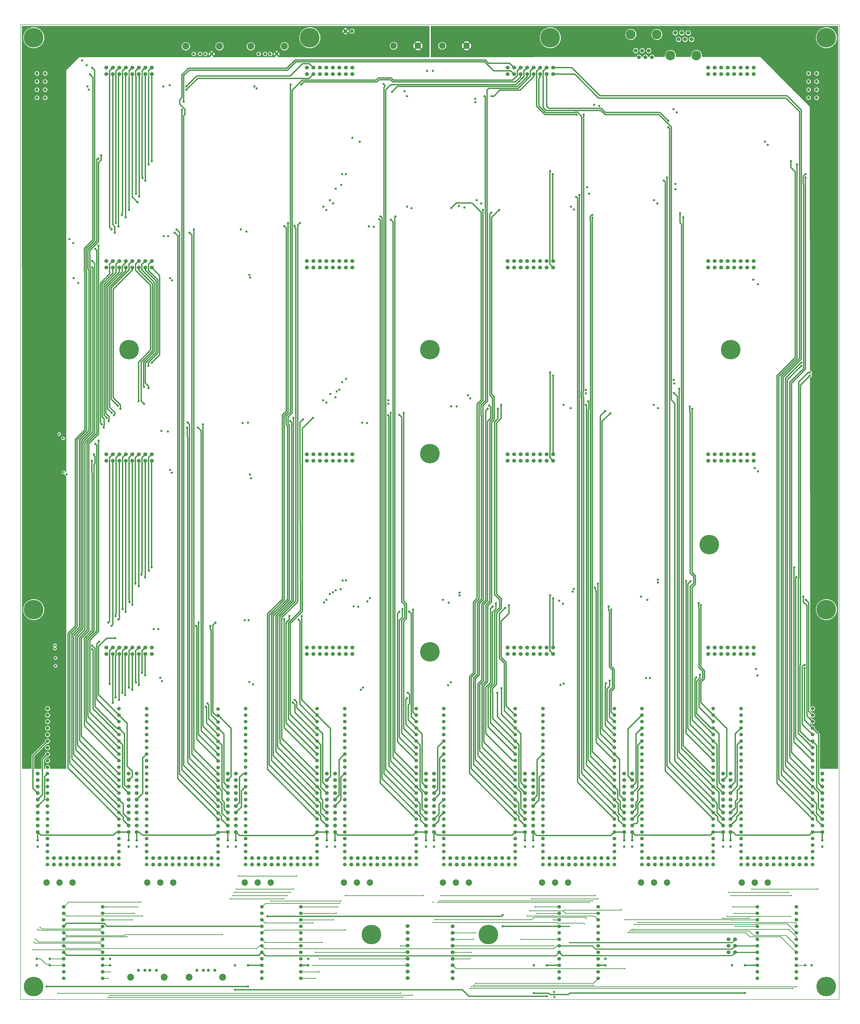
<source format=gbr>
G04 #@! TF.FileFunction,Copper,L1,Top,Signal*
%FSLAX46Y46*%
G04 Gerber Fmt 4.6, Leading zero omitted, Abs format (unit mm)*
G04 Created by KiCad (PCBNEW 4.0.7) date Thursday, October 11, 2018 'PMt' 07:28:50 PM*
%MOMM*%
%LPD*%
G01*
G04 APERTURE LIST*
%ADD10C,0.100000*%
%ADD11C,0.150000*%
%ADD12C,1.500000*%
%ADD13C,3.800000*%
%ADD14C,1.524000*%
%ADD15C,1.200000*%
%ADD16C,2.700000*%
%ADD17C,1.397000*%
%ADD18C,1.000000*%
%ADD19C,7.620000*%
%ADD20C,2.500000*%
%ADD21C,1.270000*%
%ADD22C,0.508000*%
%ADD23C,0.889000*%
%ADD24C,0.508000*%
%ADD25C,0.254000*%
%ADD26C,0.381000*%
G04 APERTURE END LIST*
D10*
D11*
X345440000Y-16510000D02*
X345440000Y-397510000D01*
X25400000Y-16510000D02*
X25400000Y-397510000D01*
X25400000Y-397510000D02*
X345440000Y-397510000D01*
X25400000Y-16510000D02*
X345440000Y-16510000D01*
D12*
X148272500Y-332105000D03*
X148272500Y-329565000D03*
X148272500Y-327025000D03*
X148272500Y-324485000D03*
X148272500Y-321945000D03*
X148272500Y-319405000D03*
X148272500Y-316865000D03*
X148272500Y-314325000D03*
X148272500Y-311785000D03*
X148272500Y-309245000D03*
X145097500Y-332105000D03*
X145097500Y-329565000D03*
X145097500Y-327025000D03*
X145097500Y-324485000D03*
X145097500Y-321945000D03*
X145097500Y-319405000D03*
X145097500Y-316865000D03*
X145097500Y-314325000D03*
X145097500Y-311785000D03*
X145097500Y-309245000D03*
D13*
X279400000Y-28575000D03*
X289560000Y-28575000D03*
D14*
X285110000Y-22225000D03*
X287650000Y-22225000D03*
X283840000Y-19685000D03*
X286380000Y-19685000D03*
X282570000Y-22225000D03*
X281300000Y-19685000D03*
D15*
X94290000Y-386080000D03*
X96790000Y-386080000D03*
X98790000Y-386080000D03*
X101290000Y-386080000D03*
D16*
X104360000Y-388790000D03*
X91220000Y-388790000D03*
D14*
X304673000Y-379095000D03*
X302133000Y-379095000D03*
X304673000Y-376555000D03*
X302133000Y-376555000D03*
X304673000Y-374015000D03*
X302133000Y-374015000D03*
D17*
X154940000Y-19050000D03*
X152400000Y-19050000D03*
D18*
X60325000Y-384155000D03*
X60325000Y-381655000D03*
X137795000Y-384155000D03*
X137795000Y-381655000D03*
X254000000Y-384155000D03*
X254000000Y-381655000D03*
X332125000Y-384175000D03*
X334625000Y-384175000D03*
X32067500Y-337800000D03*
X32067500Y-335300000D03*
X67627500Y-337800000D03*
X67627500Y-335300000D03*
X109537500Y-337800000D03*
X109537500Y-335300000D03*
X145097500Y-337800000D03*
X145097500Y-335300000D03*
X148272500Y-337800000D03*
X148272500Y-335300000D03*
X183832500Y-337800000D03*
X183832500Y-335300000D03*
X187007500Y-337800000D03*
X187007500Y-335300000D03*
X222567500Y-337800000D03*
X222567500Y-335300000D03*
X225742500Y-337800000D03*
X225742500Y-335300000D03*
X261302500Y-337800000D03*
X261302500Y-335300000D03*
X264477500Y-337800000D03*
X264477500Y-335300000D03*
X300037500Y-337800000D03*
X300037500Y-335300000D03*
X302895000Y-337800000D03*
X302895000Y-335300000D03*
X338772500Y-337800000D03*
X338772500Y-335300000D03*
X70739000Y-337800000D03*
X70739000Y-335300000D03*
X106362500Y-337800000D03*
X106362500Y-335300000D03*
X36830000Y-384175000D03*
X31750000Y-384175000D03*
X231140000Y-384175000D03*
X226060000Y-384175000D03*
X308610000Y-384175000D03*
X303530000Y-384175000D03*
X114300000Y-384175000D03*
X109220000Y-384175000D03*
X36830000Y-381635000D03*
X31750000Y-381635000D03*
D14*
X76657200Y-35877500D03*
X74117200Y-35877500D03*
X71577200Y-35877500D03*
X69037200Y-35877500D03*
X66497200Y-35877500D03*
X63957200Y-35877500D03*
X61417200Y-35877500D03*
X76657200Y-33337500D03*
X74117200Y-33337500D03*
X71577200Y-33337500D03*
X69037200Y-33337500D03*
X66497200Y-33337500D03*
X63957200Y-33337500D03*
X58877200Y-33337500D03*
X61417200Y-33337500D03*
X58877200Y-35877500D03*
X155092400Y-35877500D03*
X152552400Y-35877500D03*
X150012400Y-35877500D03*
X147472400Y-35877500D03*
X144932400Y-35877500D03*
X142392400Y-35877500D03*
X139852400Y-35877500D03*
X155092400Y-33337500D03*
X152552400Y-33337500D03*
X150012400Y-33337500D03*
X147472400Y-33337500D03*
X144932400Y-33337500D03*
X142392400Y-33337500D03*
X137312400Y-33337500D03*
X139852400Y-33337500D03*
X137312400Y-35877500D03*
X311962800Y-35877500D03*
X309422800Y-35877500D03*
X306882800Y-35877500D03*
X304342800Y-35877500D03*
X301802800Y-35877500D03*
X299262800Y-35877500D03*
X296722800Y-35877500D03*
X311962800Y-33337500D03*
X309422800Y-33337500D03*
X306882800Y-33337500D03*
X304342800Y-33337500D03*
X301802800Y-33337500D03*
X299262800Y-33337500D03*
X294182800Y-33337500D03*
X296722800Y-33337500D03*
X294182800Y-35877500D03*
X76657200Y-111417100D03*
X74117200Y-111417100D03*
X71577200Y-111417100D03*
X69037200Y-111417100D03*
X66497200Y-111417100D03*
X63957200Y-111417100D03*
X61417200Y-111417100D03*
X76657200Y-108877100D03*
X74117200Y-108877100D03*
X71577200Y-108877100D03*
X69037200Y-108877100D03*
X66497200Y-108877100D03*
X63957200Y-108877100D03*
X58877200Y-108877100D03*
X61417200Y-108877100D03*
X58877200Y-111417100D03*
X155092400Y-111417100D03*
X152552400Y-111417100D03*
X150012400Y-111417100D03*
X147472400Y-111417100D03*
X144932400Y-111417100D03*
X142392400Y-111417100D03*
X139852400Y-111417100D03*
X155092400Y-108877100D03*
X152552400Y-108877100D03*
X150012400Y-108877100D03*
X147472400Y-108877100D03*
X144932400Y-108877100D03*
X142392400Y-108877100D03*
X137312400Y-108877100D03*
X139852400Y-108877100D03*
X137312400Y-111417100D03*
X311962800Y-111417100D03*
X309422800Y-111417100D03*
X306882800Y-111417100D03*
X304342800Y-111417100D03*
X301802800Y-111417100D03*
X299262800Y-111417100D03*
X296722800Y-111417100D03*
X311962800Y-108877100D03*
X309422800Y-108877100D03*
X306882800Y-108877100D03*
X304342800Y-108877100D03*
X301802800Y-108877100D03*
X299262800Y-108877100D03*
X294182800Y-108877100D03*
X296722800Y-108877100D03*
X294182800Y-111417100D03*
X76657200Y-186956700D03*
X74117200Y-186956700D03*
X71577200Y-186956700D03*
X69037200Y-186956700D03*
X66497200Y-186956700D03*
X63957200Y-186956700D03*
X61417200Y-186956700D03*
X76657200Y-184416700D03*
X74117200Y-184416700D03*
X71577200Y-184416700D03*
X69037200Y-184416700D03*
X66497200Y-184416700D03*
X63957200Y-184416700D03*
X58877200Y-184416700D03*
X61417200Y-184416700D03*
X58877200Y-186956700D03*
X155092400Y-186956700D03*
X152552400Y-186956700D03*
X150012400Y-186956700D03*
X147472400Y-186956700D03*
X144932400Y-186956700D03*
X142392400Y-186956700D03*
X139852400Y-186956700D03*
X155092400Y-184416700D03*
X152552400Y-184416700D03*
X150012400Y-184416700D03*
X147472400Y-184416700D03*
X144932400Y-184416700D03*
X142392400Y-184416700D03*
X137312400Y-184416700D03*
X139852400Y-184416700D03*
X137312400Y-186956700D03*
X76657200Y-262496300D03*
X74117200Y-262496300D03*
X71577200Y-262496300D03*
X69037200Y-262496300D03*
X66497200Y-262496300D03*
X63957200Y-262496300D03*
X61417200Y-262496300D03*
X76657200Y-259956300D03*
X74117200Y-259956300D03*
X71577200Y-259956300D03*
X69037200Y-259956300D03*
X66497200Y-259956300D03*
X63957200Y-259956300D03*
X58877200Y-259956300D03*
X61417200Y-259956300D03*
X58877200Y-262496300D03*
X155092400Y-262496300D03*
X152552400Y-262496300D03*
X150012400Y-262496300D03*
X147472400Y-262496300D03*
X144932400Y-262496300D03*
X142392400Y-262496300D03*
X139852400Y-262496300D03*
X155092400Y-259956300D03*
X152552400Y-259956300D03*
X150012400Y-259956300D03*
X147472400Y-259956300D03*
X144932400Y-259956300D03*
X142392400Y-259956300D03*
X137312400Y-259956300D03*
X139852400Y-259956300D03*
X137312400Y-262496300D03*
X233527600Y-262496300D03*
X230987600Y-262496300D03*
X228447600Y-262496300D03*
X225907600Y-262496300D03*
X223367600Y-262496300D03*
X220827600Y-262496300D03*
X218287600Y-262496300D03*
X233527600Y-259956300D03*
X230987600Y-259956300D03*
X228447600Y-259956300D03*
X225907600Y-259956300D03*
X223367600Y-259956300D03*
X220827600Y-259956300D03*
X215747600Y-259956300D03*
X218287600Y-259956300D03*
X215747600Y-262496300D03*
X311962800Y-262496300D03*
X309422800Y-262496300D03*
X306882800Y-262496300D03*
X304342800Y-262496300D03*
X301802800Y-262496300D03*
X299262800Y-262496300D03*
X296722800Y-262496300D03*
X311962800Y-259956300D03*
X309422800Y-259956300D03*
X306882800Y-259956300D03*
X304342800Y-259956300D03*
X301802800Y-259956300D03*
X299262800Y-259956300D03*
X294182800Y-259956300D03*
X296722800Y-259956300D03*
X294182800Y-262496300D03*
X233527600Y-35877500D03*
X230987600Y-35877500D03*
X228447600Y-35877500D03*
X225907600Y-35877500D03*
X223367600Y-35877500D03*
X220827600Y-35877500D03*
X218287600Y-35877500D03*
X233527600Y-33337500D03*
X230987600Y-33337500D03*
X228447600Y-33337500D03*
X225907600Y-33337500D03*
X223367600Y-33337500D03*
X220827600Y-33337500D03*
X215747600Y-33337500D03*
X218287600Y-33337500D03*
X215747600Y-35877500D03*
X233527600Y-111417100D03*
X230987600Y-111417100D03*
X228447600Y-111417100D03*
X225907600Y-111417100D03*
X223367600Y-111417100D03*
X220827600Y-111417100D03*
X218287600Y-111417100D03*
X233527600Y-108877100D03*
X230987600Y-108877100D03*
X228447600Y-108877100D03*
X225907600Y-108877100D03*
X223367600Y-108877100D03*
X220827600Y-108877100D03*
X215747600Y-108877100D03*
X218287600Y-108877100D03*
X215747600Y-111417100D03*
X233527600Y-186956700D03*
X230987600Y-186956700D03*
X228447600Y-186956700D03*
X225907600Y-186956700D03*
X223367600Y-186956700D03*
X220827600Y-186956700D03*
X218287600Y-186956700D03*
X233527600Y-184416700D03*
X230987600Y-184416700D03*
X228447600Y-184416700D03*
X225907600Y-184416700D03*
X223367600Y-184416700D03*
X220827600Y-184416700D03*
X215747600Y-184416700D03*
X218287600Y-184416700D03*
X215747600Y-186956700D03*
X311962800Y-186956700D03*
X309422800Y-186956700D03*
X306882800Y-186956700D03*
X304342800Y-186956700D03*
X301802800Y-186956700D03*
X299262800Y-186956700D03*
X296722800Y-186956700D03*
X311962800Y-184416700D03*
X309422800Y-184416700D03*
X306882800Y-184416700D03*
X304342800Y-184416700D03*
X301802800Y-184416700D03*
X299262800Y-184416700D03*
X294182800Y-184416700D03*
X296722800Y-184416700D03*
X294182800Y-186956700D03*
D19*
X30480000Y-21590000D03*
X138430000Y-21590000D03*
X232410000Y-21590000D03*
X67818000Y-143510000D03*
X185420000Y-143510000D03*
X303022000Y-143510000D03*
X185420000Y-184150000D03*
X294640000Y-219710000D03*
X30480000Y-245110000D03*
X340360000Y-245110000D03*
X185420000Y-261620000D03*
X162560000Y-372110000D03*
X208280000Y-372110000D03*
X30480000Y-392430000D03*
X340360000Y-392430000D03*
X340360000Y-21590000D03*
D20*
X199670000Y-24765000D03*
X190170000Y-24765000D03*
X180670000Y-24765000D03*
X171170000Y-24765000D03*
X317500000Y-351790000D03*
X312420000Y-351790000D03*
X307340000Y-351790000D03*
X278130000Y-351790000D03*
X273050000Y-351790000D03*
X267970000Y-351790000D03*
X239395000Y-351790000D03*
X234315000Y-351790000D03*
X229235000Y-351790000D03*
X200660000Y-351790000D03*
X195580000Y-351790000D03*
X190500000Y-351790000D03*
X161925000Y-351790000D03*
X156845000Y-351790000D03*
X151765000Y-351790000D03*
X123190000Y-351790000D03*
X118110000Y-351790000D03*
X113030000Y-351790000D03*
X85090000Y-351790000D03*
X80010000Y-351790000D03*
X74930000Y-351790000D03*
X45720000Y-351790000D03*
X40640000Y-351790000D03*
X35560000Y-351790000D03*
D15*
X100020000Y-27940000D03*
X97520000Y-27940000D03*
X95520000Y-27940000D03*
X93020000Y-27940000D03*
D16*
X89950000Y-24940000D03*
X103090000Y-24940000D03*
D15*
X71430000Y-386080000D03*
X73930000Y-386080000D03*
X75930000Y-386080000D03*
X78430000Y-386080000D03*
D16*
X81500000Y-388790000D03*
X68360000Y-388790000D03*
D15*
X125420000Y-27940000D03*
X122920000Y-27940000D03*
X120920000Y-27940000D03*
X118420000Y-27940000D03*
D16*
X115350000Y-24940000D03*
X128490000Y-24940000D03*
D21*
X339090000Y-296545000D03*
X343154000Y-296545000D03*
X339090000Y-291465000D03*
X343154000Y-291465000D03*
X31750000Y-296545000D03*
X31750000Y-291465000D03*
X27432000Y-296545000D03*
X27432000Y-291465000D03*
X31750000Y-35560000D03*
X34925000Y-35560000D03*
X31750000Y-38735000D03*
X34925000Y-38735000D03*
X31750000Y-41910000D03*
X34925000Y-41910000D03*
X31750000Y-45085000D03*
X34925000Y-45085000D03*
X333375000Y-35560000D03*
X336550000Y-35560000D03*
X333375000Y-38735000D03*
X336550000Y-38735000D03*
X333375000Y-41910000D03*
X336550000Y-41910000D03*
X333375000Y-45085000D03*
X336550000Y-45085000D03*
D17*
X119697500Y-361315000D03*
X119697500Y-363855000D03*
X119697500Y-366395000D03*
X119697500Y-368935000D03*
X119697500Y-371475000D03*
X119697500Y-374015000D03*
X119697500Y-376555000D03*
X119697500Y-381635000D03*
X119697500Y-384175000D03*
X119697500Y-386715000D03*
X119697500Y-389255000D03*
X119697500Y-379095000D03*
X134937500Y-379095000D03*
X134937500Y-389255000D03*
X134937500Y-386715000D03*
X134937500Y-384175000D03*
X134937500Y-381635000D03*
X134937500Y-376555000D03*
X134937500Y-374015000D03*
X134937500Y-371475000D03*
X134937500Y-368935000D03*
X134937500Y-366395000D03*
X134937500Y-363855000D03*
X134937500Y-361315000D03*
X313372500Y-361315000D03*
X313372500Y-363855000D03*
X313372500Y-366395000D03*
X313372500Y-368935000D03*
X313372500Y-371475000D03*
X313372500Y-374015000D03*
X313372500Y-376555000D03*
X313372500Y-381635000D03*
X313372500Y-384175000D03*
X313372500Y-386715000D03*
X313372500Y-389255000D03*
X313372500Y-379095000D03*
X328612500Y-379095000D03*
X328612500Y-389255000D03*
X328612500Y-386715000D03*
X328612500Y-384175000D03*
X328612500Y-381635000D03*
X328612500Y-376555000D03*
X328612500Y-374015000D03*
X328612500Y-371475000D03*
X328612500Y-368935000D03*
X328612500Y-366395000D03*
X328612500Y-363855000D03*
X328612500Y-361315000D03*
X235902500Y-361315000D03*
X235902500Y-363855000D03*
X235902500Y-366395000D03*
X235902500Y-368935000D03*
X235902500Y-371475000D03*
X235902500Y-374015000D03*
X235902500Y-376555000D03*
X235902500Y-381635000D03*
X235902500Y-384175000D03*
X235902500Y-386715000D03*
X235902500Y-389255000D03*
X235902500Y-379095000D03*
X251142500Y-379095000D03*
X251142500Y-389255000D03*
X251142500Y-386715000D03*
X251142500Y-384175000D03*
X251142500Y-381635000D03*
X251142500Y-376555000D03*
X251142500Y-374015000D03*
X251142500Y-371475000D03*
X251142500Y-368935000D03*
X251142500Y-366395000D03*
X251142500Y-363855000D03*
X251142500Y-361315000D03*
X42227500Y-361315000D03*
X42227500Y-363855000D03*
X42227500Y-366395000D03*
X42227500Y-368935000D03*
X42227500Y-371475000D03*
X42227500Y-374015000D03*
X42227500Y-376555000D03*
X42227500Y-381635000D03*
X42227500Y-384175000D03*
X42227500Y-386715000D03*
X42227500Y-389255000D03*
X42227500Y-379095000D03*
X57467500Y-379095000D03*
X57467500Y-389255000D03*
X57467500Y-386715000D03*
X57467500Y-384175000D03*
X57467500Y-381635000D03*
X57467500Y-376555000D03*
X57467500Y-374015000D03*
X57467500Y-371475000D03*
X57467500Y-368935000D03*
X57467500Y-366395000D03*
X57467500Y-363855000D03*
X57467500Y-361315000D03*
D14*
X265816000Y-26670000D03*
D13*
X274066000Y-20320000D03*
X263906000Y-20320000D03*
D14*
X268356000Y-26670000D03*
X270896000Y-26670000D03*
X267086000Y-29210000D03*
X269626000Y-29210000D03*
X272166000Y-29210000D03*
D12*
X32067500Y-332105000D03*
X32067500Y-329565000D03*
X32067500Y-327025000D03*
X32067500Y-324485000D03*
X32067500Y-321945000D03*
X32067500Y-319405000D03*
X32067500Y-316865000D03*
X32067500Y-314325000D03*
X32067500Y-311785000D03*
X32067500Y-309245000D03*
X67627500Y-332105000D03*
X67627500Y-329565000D03*
X67627500Y-327025000D03*
X67627500Y-324485000D03*
X67627500Y-321945000D03*
X67627500Y-319405000D03*
X67627500Y-316865000D03*
X67627500Y-314325000D03*
X67627500Y-311785000D03*
X67627500Y-309245000D03*
X70739000Y-332105000D03*
X70739000Y-329565000D03*
X70739000Y-327025000D03*
X70739000Y-324485000D03*
X70739000Y-321945000D03*
X70739000Y-319405000D03*
X70739000Y-316865000D03*
X70739000Y-314325000D03*
X70739000Y-311785000D03*
X70739000Y-309245000D03*
X106362500Y-332105000D03*
X106362500Y-329565000D03*
X106362500Y-327025000D03*
X106362500Y-324485000D03*
X106362500Y-321945000D03*
X106362500Y-319405000D03*
X106362500Y-316865000D03*
X106362500Y-314325000D03*
X106362500Y-311785000D03*
X106362500Y-309245000D03*
X109537500Y-332105000D03*
X109537500Y-329565000D03*
X109537500Y-327025000D03*
X109537500Y-324485000D03*
X109537500Y-321945000D03*
X109537500Y-319405000D03*
X109537500Y-316865000D03*
X109537500Y-314325000D03*
X109537500Y-311785000D03*
X109537500Y-309245000D03*
X183832500Y-332105000D03*
X183832500Y-329565000D03*
X183832500Y-327025000D03*
X183832500Y-324485000D03*
X183832500Y-321945000D03*
X183832500Y-319405000D03*
X183832500Y-316865000D03*
X183832500Y-314325000D03*
X183832500Y-311785000D03*
X183832500Y-309245000D03*
X187007500Y-332105000D03*
X187007500Y-329565000D03*
X187007500Y-327025000D03*
X187007500Y-324485000D03*
X187007500Y-321945000D03*
X187007500Y-319405000D03*
X187007500Y-316865000D03*
X187007500Y-314325000D03*
X187007500Y-311785000D03*
X187007500Y-309245000D03*
X222567500Y-332105000D03*
X222567500Y-329565000D03*
X222567500Y-327025000D03*
X222567500Y-324485000D03*
X222567500Y-321945000D03*
X222567500Y-319405000D03*
X222567500Y-316865000D03*
X222567500Y-314325000D03*
X222567500Y-311785000D03*
X222567500Y-309245000D03*
X225742500Y-332105000D03*
X225742500Y-329565000D03*
X225742500Y-327025000D03*
X225742500Y-324485000D03*
X225742500Y-321945000D03*
X225742500Y-319405000D03*
X225742500Y-316865000D03*
X225742500Y-314325000D03*
X225742500Y-311785000D03*
X225742500Y-309245000D03*
X261302500Y-332105000D03*
X261302500Y-329565000D03*
X261302500Y-327025000D03*
X261302500Y-324485000D03*
X261302500Y-321945000D03*
X261302500Y-319405000D03*
X261302500Y-316865000D03*
X261302500Y-314325000D03*
X261302500Y-311785000D03*
X261302500Y-309245000D03*
X264477500Y-332105000D03*
X264477500Y-329565000D03*
X264477500Y-327025000D03*
X264477500Y-324485000D03*
X264477500Y-321945000D03*
X264477500Y-319405000D03*
X264477500Y-316865000D03*
X264477500Y-314325000D03*
X264477500Y-311785000D03*
X264477500Y-309245000D03*
X300037500Y-332105000D03*
X300037500Y-329565000D03*
X300037500Y-327025000D03*
X300037500Y-324485000D03*
X300037500Y-321945000D03*
X300037500Y-319405000D03*
X300037500Y-316865000D03*
X300037500Y-314325000D03*
X300037500Y-311785000D03*
X300037500Y-309245000D03*
X302895000Y-332105000D03*
X302895000Y-329565000D03*
X302895000Y-327025000D03*
X302895000Y-324485000D03*
X302895000Y-321945000D03*
X302895000Y-319405000D03*
X302895000Y-316865000D03*
X302895000Y-314325000D03*
X302895000Y-311785000D03*
X302895000Y-309245000D03*
X338772500Y-332105000D03*
X338772500Y-329565000D03*
X338772500Y-327025000D03*
X338772500Y-324485000D03*
X338772500Y-321945000D03*
X338772500Y-319405000D03*
X338772500Y-316865000D03*
X338772500Y-314325000D03*
X338772500Y-311785000D03*
X338772500Y-309245000D03*
X38417500Y-344805000D03*
X40957500Y-344805000D03*
X43497500Y-344805000D03*
X46037500Y-344805000D03*
X48577500Y-344805000D03*
X51117500Y-344805000D03*
X53657500Y-344805000D03*
X56197500Y-344805000D03*
X58737500Y-344805000D03*
X61277500Y-344805000D03*
X77152500Y-344805000D03*
X79692500Y-344805000D03*
X82232500Y-344805000D03*
X84772500Y-344805000D03*
X87312500Y-344805000D03*
X89852500Y-344805000D03*
X92392500Y-344805000D03*
X94932500Y-344805000D03*
X97472500Y-344805000D03*
X100012500Y-344805000D03*
X115887500Y-344805000D03*
X118427500Y-344805000D03*
X120967500Y-344805000D03*
X123507500Y-344805000D03*
X126047500Y-344805000D03*
X128587500Y-344805000D03*
X131127500Y-344805000D03*
X133667500Y-344805000D03*
X136207500Y-344805000D03*
X138747500Y-344805000D03*
X154622500Y-344805000D03*
X157162500Y-344805000D03*
X159702500Y-344805000D03*
X162242500Y-344805000D03*
X164782500Y-344805000D03*
X167322500Y-344805000D03*
X169862500Y-344805000D03*
X172402500Y-344805000D03*
X174942500Y-344805000D03*
X177482500Y-344805000D03*
X193357500Y-344805000D03*
X195897500Y-344805000D03*
X198437500Y-344805000D03*
X200977500Y-344805000D03*
X203517500Y-344805000D03*
X206057500Y-344805000D03*
X208597500Y-344805000D03*
X211137500Y-344805000D03*
X213677500Y-344805000D03*
X216217500Y-344805000D03*
X232092500Y-344805000D03*
X234632500Y-344805000D03*
X237172500Y-344805000D03*
X239712500Y-344805000D03*
X242252500Y-344805000D03*
X244792500Y-344805000D03*
X247332500Y-344805000D03*
X249872500Y-344805000D03*
X252412500Y-344805000D03*
X254952500Y-344805000D03*
X270827500Y-344805000D03*
X273367500Y-344805000D03*
X275907500Y-344805000D03*
X278447500Y-344805000D03*
X280987500Y-344805000D03*
X283527500Y-344805000D03*
X286067500Y-344805000D03*
X288607500Y-344805000D03*
X291147500Y-344805000D03*
X293687500Y-344805000D03*
X309562500Y-344805000D03*
X312102500Y-344805000D03*
X314642500Y-344805000D03*
X317182500Y-344805000D03*
X319722500Y-344805000D03*
X322262500Y-344805000D03*
X324802500Y-344805000D03*
X327342500Y-344805000D03*
X329882500Y-344805000D03*
X332422500Y-344805000D03*
X38417500Y-342265000D03*
X40957500Y-342265000D03*
X43497500Y-342265000D03*
X46037500Y-342265000D03*
X48577500Y-342265000D03*
X51117500Y-342265000D03*
X53657500Y-342265000D03*
X56197500Y-342265000D03*
X58737500Y-342265000D03*
X61277500Y-342265000D03*
X77152500Y-342265000D03*
X79692500Y-342265000D03*
X82232500Y-342265000D03*
X84772500Y-342265000D03*
X87312500Y-342265000D03*
X89852500Y-342265000D03*
X92392500Y-342265000D03*
X94932500Y-342265000D03*
X97472500Y-342265000D03*
X100012500Y-342265000D03*
X115887500Y-342265000D03*
X118427500Y-342265000D03*
X120967500Y-342265000D03*
X123507500Y-342265000D03*
X126047500Y-342265000D03*
X128587500Y-342265000D03*
X131127500Y-342265000D03*
X133667500Y-342265000D03*
X136207500Y-342265000D03*
X138747500Y-342265000D03*
X154622500Y-342265000D03*
X157162500Y-342265000D03*
X159702500Y-342265000D03*
X162242500Y-342265000D03*
X164782500Y-342265000D03*
X167322500Y-342265000D03*
X169862500Y-342265000D03*
X172402500Y-342265000D03*
X174942500Y-342265000D03*
X177482500Y-342265000D03*
X193357500Y-342265000D03*
X195897500Y-342265000D03*
X198437500Y-342265000D03*
X200977500Y-342265000D03*
X203517500Y-342265000D03*
X206057500Y-342265000D03*
X208597500Y-342265000D03*
X211137500Y-342265000D03*
X213677500Y-342265000D03*
X216217500Y-342265000D03*
X232092500Y-342265000D03*
X234632500Y-342265000D03*
X237172500Y-342265000D03*
X239712500Y-342265000D03*
X242252500Y-342265000D03*
X244792500Y-342265000D03*
X247332500Y-342265000D03*
X249872500Y-342265000D03*
X252412500Y-342265000D03*
X254952500Y-342265000D03*
X270827500Y-342265000D03*
X273367500Y-342265000D03*
X275907500Y-342265000D03*
X278447500Y-342265000D03*
X280987500Y-342265000D03*
X283527500Y-342265000D03*
X286067500Y-342265000D03*
X288607500Y-342265000D03*
X291147500Y-342265000D03*
X293687500Y-342265000D03*
X309562500Y-342265000D03*
X312102500Y-342265000D03*
X314642500Y-342265000D03*
X317182500Y-342265000D03*
X319722500Y-342265000D03*
X322262500Y-342265000D03*
X324802500Y-342265000D03*
X327342500Y-342265000D03*
X329882500Y-342265000D03*
X332422500Y-342265000D03*
D17*
X35877500Y-283845000D03*
X35877500Y-286385000D03*
X35877500Y-283845000D03*
X35877500Y-286385000D03*
X35877500Y-288925000D03*
X35877500Y-291465000D03*
X35877500Y-294005000D03*
X35877500Y-296545000D03*
X35877500Y-299085000D03*
X35877500Y-301625000D03*
X35877500Y-304165000D03*
X35877500Y-306705000D03*
X35877500Y-309245000D03*
X35877500Y-311785000D03*
X35877500Y-314325000D03*
X35877500Y-316865000D03*
X35877500Y-319405000D03*
X35877500Y-321945000D03*
X35877500Y-324485000D03*
X35877500Y-327025000D03*
X35877500Y-329565000D03*
X35877500Y-332105000D03*
X35877500Y-334645000D03*
X35877500Y-337185000D03*
X35877500Y-339725000D03*
X35877500Y-342265000D03*
X35877500Y-344805000D03*
X63817500Y-286385000D03*
X63817500Y-283845000D03*
X63817500Y-283845000D03*
X63817500Y-286385000D03*
X63817500Y-288925000D03*
X63817500Y-291465000D03*
X63817500Y-294005000D03*
X63817500Y-296545000D03*
X63817500Y-299085000D03*
X63817500Y-301625000D03*
X63817500Y-304165000D03*
X63817500Y-306705000D03*
X63817500Y-309245000D03*
X63817500Y-311785000D03*
X63817500Y-314325000D03*
X63817500Y-316865000D03*
X63817500Y-319405000D03*
X63817500Y-321945000D03*
X63817500Y-324485000D03*
X63817500Y-327025000D03*
X63817500Y-329565000D03*
X63817500Y-332105000D03*
X63817500Y-334645000D03*
X63817500Y-337185000D03*
X63817500Y-339725000D03*
X63817500Y-342265000D03*
X63817500Y-344805000D03*
X74612500Y-283845000D03*
X74612500Y-286385000D03*
X74612500Y-283845000D03*
X74612500Y-286385000D03*
X74612500Y-288925000D03*
X74612500Y-291465000D03*
X74612500Y-294005000D03*
X74612500Y-296545000D03*
X74612500Y-299085000D03*
X74612500Y-301625000D03*
X74612500Y-304165000D03*
X74612500Y-306705000D03*
X74612500Y-309245000D03*
X74612500Y-311785000D03*
X74612500Y-314325000D03*
X74612500Y-316865000D03*
X74612500Y-319405000D03*
X74612500Y-321945000D03*
X74612500Y-324485000D03*
X74612500Y-327025000D03*
X74612500Y-329565000D03*
X74612500Y-332105000D03*
X74612500Y-334645000D03*
X74612500Y-337185000D03*
X74612500Y-339725000D03*
X74612500Y-342265000D03*
X74612500Y-344805000D03*
X102616000Y-286512000D03*
X102616000Y-283972000D03*
X102616000Y-283972000D03*
X102616000Y-286512000D03*
X102616000Y-289052000D03*
X102616000Y-291592000D03*
X102616000Y-294132000D03*
X102616000Y-296672000D03*
X102616000Y-299212000D03*
X102616000Y-301752000D03*
X102616000Y-304292000D03*
X102616000Y-306832000D03*
X102616000Y-309372000D03*
X102616000Y-311912000D03*
X102616000Y-314452000D03*
X102616000Y-316992000D03*
X102616000Y-319532000D03*
X102616000Y-322072000D03*
X102616000Y-324612000D03*
X102616000Y-327152000D03*
X102616000Y-329692000D03*
X102616000Y-332232000D03*
X102616000Y-334772000D03*
X102616000Y-337312000D03*
X102616000Y-339852000D03*
X102616000Y-342392000D03*
X102616000Y-344932000D03*
X113347500Y-283845000D03*
X113347500Y-286385000D03*
X113347500Y-283845000D03*
X113347500Y-286385000D03*
X113347500Y-288925000D03*
X113347500Y-291465000D03*
X113347500Y-294005000D03*
X113347500Y-296545000D03*
X113347500Y-299085000D03*
X113347500Y-301625000D03*
X113347500Y-304165000D03*
X113347500Y-306705000D03*
X113347500Y-309245000D03*
X113347500Y-311785000D03*
X113347500Y-314325000D03*
X113347500Y-316865000D03*
X113347500Y-319405000D03*
X113347500Y-321945000D03*
X113347500Y-324485000D03*
X113347500Y-327025000D03*
X113347500Y-329565000D03*
X113347500Y-332105000D03*
X113347500Y-334645000D03*
X113347500Y-337185000D03*
X113347500Y-339725000D03*
X113347500Y-342265000D03*
X113347500Y-344805000D03*
X141287500Y-286385000D03*
X141287500Y-283845000D03*
X141287500Y-283845000D03*
X141287500Y-286385000D03*
X141287500Y-288925000D03*
X141287500Y-291465000D03*
X141287500Y-294005000D03*
X141287500Y-296545000D03*
X141287500Y-299085000D03*
X141287500Y-301625000D03*
X141287500Y-304165000D03*
X141287500Y-306705000D03*
X141287500Y-309245000D03*
X141287500Y-311785000D03*
X141287500Y-314325000D03*
X141287500Y-316865000D03*
X141287500Y-319405000D03*
X141287500Y-321945000D03*
X141287500Y-324485000D03*
X141287500Y-327025000D03*
X141287500Y-329565000D03*
X141287500Y-332105000D03*
X141287500Y-334645000D03*
X141287500Y-337185000D03*
X141287500Y-339725000D03*
X141287500Y-342265000D03*
X141287500Y-344805000D03*
X152082500Y-283845000D03*
X152082500Y-286385000D03*
X152082500Y-283845000D03*
X152082500Y-286385000D03*
X152082500Y-288925000D03*
X152082500Y-291465000D03*
X152082500Y-294005000D03*
X152082500Y-296545000D03*
X152082500Y-299085000D03*
X152082500Y-301625000D03*
X152082500Y-304165000D03*
X152082500Y-306705000D03*
X152082500Y-309245000D03*
X152082500Y-311785000D03*
X152082500Y-314325000D03*
X152082500Y-316865000D03*
X152082500Y-319405000D03*
X152082500Y-321945000D03*
X152082500Y-324485000D03*
X152082500Y-327025000D03*
X152082500Y-329565000D03*
X152082500Y-332105000D03*
X152082500Y-334645000D03*
X152082500Y-337185000D03*
X152082500Y-339725000D03*
X152082500Y-342265000D03*
X152082500Y-344805000D03*
X180022500Y-286385000D03*
X180022500Y-283845000D03*
X180022500Y-283845000D03*
X180022500Y-286385000D03*
X180022500Y-288925000D03*
X180022500Y-291465000D03*
X180022500Y-294005000D03*
X180022500Y-296545000D03*
X180022500Y-299085000D03*
X180022500Y-301625000D03*
X180022500Y-304165000D03*
X180022500Y-306705000D03*
X180022500Y-309245000D03*
X180022500Y-311785000D03*
X180022500Y-314325000D03*
X180022500Y-316865000D03*
X180022500Y-319405000D03*
X180022500Y-321945000D03*
X180022500Y-324485000D03*
X180022500Y-327025000D03*
X180022500Y-329565000D03*
X180022500Y-332105000D03*
X180022500Y-334645000D03*
X180022500Y-337185000D03*
X180022500Y-339725000D03*
X180022500Y-342265000D03*
X180022500Y-344805000D03*
X190817500Y-283845000D03*
X190817500Y-286385000D03*
X190817500Y-283845000D03*
X190817500Y-286385000D03*
X190817500Y-288925000D03*
X190817500Y-291465000D03*
X190817500Y-294005000D03*
X190817500Y-296545000D03*
X190817500Y-299085000D03*
X190817500Y-301625000D03*
X190817500Y-304165000D03*
X190817500Y-306705000D03*
X190817500Y-309245000D03*
X190817500Y-311785000D03*
X190817500Y-314325000D03*
X190817500Y-316865000D03*
X190817500Y-319405000D03*
X190817500Y-321945000D03*
X190817500Y-324485000D03*
X190817500Y-327025000D03*
X190817500Y-329565000D03*
X190817500Y-332105000D03*
X190817500Y-334645000D03*
X190817500Y-337185000D03*
X190817500Y-339725000D03*
X190817500Y-342265000D03*
X190817500Y-344805000D03*
X218757500Y-286385000D03*
X218757500Y-283845000D03*
X218757500Y-283845000D03*
X218757500Y-286385000D03*
X218757500Y-288925000D03*
X218757500Y-291465000D03*
X218757500Y-294005000D03*
X218757500Y-296545000D03*
X218757500Y-299085000D03*
X218757500Y-301625000D03*
X218757500Y-304165000D03*
X218757500Y-306705000D03*
X218757500Y-309245000D03*
X218757500Y-311785000D03*
X218757500Y-314325000D03*
X218757500Y-316865000D03*
X218757500Y-319405000D03*
X218757500Y-321945000D03*
X218757500Y-324485000D03*
X218757500Y-327025000D03*
X218757500Y-329565000D03*
X218757500Y-332105000D03*
X218757500Y-334645000D03*
X218757500Y-337185000D03*
X218757500Y-339725000D03*
X218757500Y-342265000D03*
X218757500Y-344805000D03*
X229552500Y-283845000D03*
X229552500Y-286385000D03*
X229552500Y-283845000D03*
X229552500Y-286385000D03*
X229552500Y-288925000D03*
X229552500Y-291465000D03*
X229552500Y-294005000D03*
X229552500Y-296545000D03*
X229552500Y-299085000D03*
X229552500Y-301625000D03*
X229552500Y-304165000D03*
X229552500Y-306705000D03*
X229552500Y-309245000D03*
X229552500Y-311785000D03*
X229552500Y-314325000D03*
X229552500Y-316865000D03*
X229552500Y-319405000D03*
X229552500Y-321945000D03*
X229552500Y-324485000D03*
X229552500Y-327025000D03*
X229552500Y-329565000D03*
X229552500Y-332105000D03*
X229552500Y-334645000D03*
X229552500Y-337185000D03*
X229552500Y-339725000D03*
X229552500Y-342265000D03*
X229552500Y-344805000D03*
X257492500Y-286385000D03*
X257492500Y-283845000D03*
X257492500Y-283845000D03*
X257492500Y-286385000D03*
X257492500Y-288925000D03*
X257492500Y-291465000D03*
X257492500Y-294005000D03*
X257492500Y-296545000D03*
X257492500Y-299085000D03*
X257492500Y-301625000D03*
X257492500Y-304165000D03*
X257492500Y-306705000D03*
X257492500Y-309245000D03*
X257492500Y-311785000D03*
X257492500Y-314325000D03*
X257492500Y-316865000D03*
X257492500Y-319405000D03*
X257492500Y-321945000D03*
X257492500Y-324485000D03*
X257492500Y-327025000D03*
X257492500Y-329565000D03*
X257492500Y-332105000D03*
X257492500Y-334645000D03*
X257492500Y-337185000D03*
X257492500Y-339725000D03*
X257492500Y-342265000D03*
X257492500Y-344805000D03*
X268287500Y-283845000D03*
X268287500Y-286385000D03*
X268287500Y-283845000D03*
X268287500Y-286385000D03*
X268287500Y-288925000D03*
X268287500Y-291465000D03*
X268287500Y-294005000D03*
X268287500Y-296545000D03*
X268287500Y-299085000D03*
X268287500Y-301625000D03*
X268287500Y-304165000D03*
X268287500Y-306705000D03*
X268287500Y-309245000D03*
X268287500Y-311785000D03*
X268287500Y-314325000D03*
X268287500Y-316865000D03*
X268287500Y-319405000D03*
X268287500Y-321945000D03*
X268287500Y-324485000D03*
X268287500Y-327025000D03*
X268287500Y-329565000D03*
X268287500Y-332105000D03*
X268287500Y-334645000D03*
X268287500Y-337185000D03*
X268287500Y-339725000D03*
X268287500Y-342265000D03*
X268287500Y-344805000D03*
X296164000Y-286385000D03*
X296164000Y-283845000D03*
X296164000Y-283845000D03*
X296164000Y-286385000D03*
X296164000Y-288925000D03*
X296164000Y-291465000D03*
X296164000Y-294005000D03*
X296164000Y-296545000D03*
X296164000Y-299085000D03*
X296164000Y-301625000D03*
X296164000Y-304165000D03*
X296164000Y-306705000D03*
X296164000Y-309245000D03*
X296164000Y-311785000D03*
X296164000Y-314325000D03*
X296164000Y-316865000D03*
X296164000Y-319405000D03*
X296164000Y-321945000D03*
X296164000Y-324485000D03*
X296164000Y-327025000D03*
X296164000Y-329565000D03*
X296164000Y-332105000D03*
X296164000Y-334645000D03*
X296164000Y-337185000D03*
X296164000Y-339725000D03*
X296164000Y-342265000D03*
X296164000Y-344805000D03*
X307022500Y-283845000D03*
X307022500Y-286385000D03*
X307022500Y-283845000D03*
X307022500Y-286385000D03*
X307022500Y-288925000D03*
X307022500Y-291465000D03*
X307022500Y-294005000D03*
X307022500Y-296545000D03*
X307022500Y-299085000D03*
X307022500Y-301625000D03*
X307022500Y-304165000D03*
X307022500Y-306705000D03*
X307022500Y-309245000D03*
X307022500Y-311785000D03*
X307022500Y-314325000D03*
X307022500Y-316865000D03*
X307022500Y-319405000D03*
X307022500Y-321945000D03*
X307022500Y-324485000D03*
X307022500Y-327025000D03*
X307022500Y-329565000D03*
X307022500Y-332105000D03*
X307022500Y-334645000D03*
X307022500Y-337185000D03*
X307022500Y-339725000D03*
X307022500Y-342265000D03*
X307022500Y-344805000D03*
X334962500Y-286385000D03*
X334962500Y-283845000D03*
X334962500Y-283845000D03*
X334962500Y-286385000D03*
X334962500Y-288925000D03*
X334962500Y-291465000D03*
X334962500Y-294005000D03*
X334962500Y-296545000D03*
X334962500Y-299085000D03*
X334962500Y-301625000D03*
X334962500Y-304165000D03*
X334962500Y-306705000D03*
X334962500Y-309245000D03*
X334962500Y-311785000D03*
X334962500Y-314325000D03*
X334962500Y-316865000D03*
X334962500Y-319405000D03*
X334962500Y-321945000D03*
X334962500Y-324485000D03*
X334962500Y-327025000D03*
X334962500Y-329565000D03*
X334962500Y-332105000D03*
X334962500Y-334645000D03*
X334962500Y-337185000D03*
X334962500Y-339725000D03*
X334962500Y-342265000D03*
X334962500Y-344805000D03*
D14*
X176664913Y-368867105D03*
X176664913Y-371407105D03*
X176664913Y-373947105D03*
X176664913Y-376487105D03*
X176664913Y-379027105D03*
X176664913Y-381567105D03*
X176664913Y-384107105D03*
X176664913Y-386647105D03*
X176664913Y-389187105D03*
X194310000Y-368935000D03*
X194310000Y-371475000D03*
X194310000Y-374015000D03*
X194310000Y-376555000D03*
X194310000Y-379095000D03*
X194310000Y-381635000D03*
X194310000Y-384175000D03*
X194310000Y-386715000D03*
X194310000Y-389255000D03*
D22*
X66929000Y-372999000D03*
D23*
X52451000Y-35941000D03*
X53340000Y-33274000D03*
X186563000Y-34544000D03*
X55880000Y-68961000D03*
X184277000Y-34544000D03*
X56896000Y-67564000D03*
X53340000Y-111379000D03*
X53340000Y-108839000D03*
X54610000Y-104140000D03*
X55880000Y-102870000D03*
X53200300Y-186944000D03*
X54102000Y-184404000D03*
X54610000Y-180340000D03*
X55880000Y-179070000D03*
X53340000Y-260604000D03*
X53340000Y-259207000D03*
X56134000Y-257683000D03*
X62357000Y-256286000D03*
X38732401Y-259077401D03*
X38735000Y-260350000D03*
X38989000Y-264033000D03*
X38989000Y-267081000D03*
X40386000Y-176530000D03*
X41910000Y-178181000D03*
X42164000Y-191389000D03*
X43307000Y-192278000D03*
X44450000Y-100330000D03*
X45974000Y-101854000D03*
X46101000Y-115570000D03*
X47879000Y-117475000D03*
X49403000Y-30480000D03*
X51181000Y-32385000D03*
X51562000Y-40640000D03*
X52070000Y-41910000D03*
D22*
X30099000Y-378079000D03*
X30734000Y-375158000D03*
X31242000Y-373888000D03*
X32004000Y-370078000D03*
X33020000Y-369316000D03*
X143256000Y-375158000D03*
D23*
X63627000Y-95377000D03*
X128524000Y-95250000D03*
X62611000Y-93980000D03*
X129921000Y-93980000D03*
X135130599Y-39880599D03*
X130937000Y-39878000D03*
X59817000Y-171450000D03*
X130810000Y-171450000D03*
X59055000Y-170180000D03*
X132080000Y-170180000D03*
X132461000Y-95123000D03*
X134620000Y-93980000D03*
X63627000Y-249047000D03*
X128397000Y-248793000D03*
X62484000Y-247650000D03*
X130429000Y-247650000D03*
X135763000Y-170815000D03*
X139700000Y-170180000D03*
X131826000Y-281432000D03*
X63881000Y-280416000D03*
X132588000Y-280416000D03*
X62484000Y-279400000D03*
X133985000Y-249047000D03*
X135255000Y-247650000D03*
X113030000Y-249288300D03*
X114554000Y-249288300D03*
X114808000Y-273431000D03*
X116332000Y-274320000D03*
X112141000Y-172212000D03*
X114300000Y-172072300D03*
X115062000Y-192278000D03*
X115443000Y-193802000D03*
X111506000Y-96520000D03*
X113665000Y-97409000D03*
X114808000Y-114300000D03*
X115072898Y-115359592D03*
X116840000Y-40640000D03*
X117612303Y-41412303D03*
D22*
X107315000Y-358140000D03*
X128270000Y-358140000D03*
X129540000Y-356870000D03*
X108458000Y-356870000D03*
X108966000Y-355600000D03*
X130810000Y-355600000D03*
X109728000Y-354330000D03*
X132080000Y-354330000D03*
X110490000Y-349250000D03*
X133350000Y-349250000D03*
X152400000Y-370332000D03*
X152400000Y-356870000D03*
X182880000Y-356870000D03*
D23*
X66421000Y-91821000D03*
X165608000Y-92583000D03*
X65024000Y-90932000D03*
X166116000Y-91440000D03*
X167259000Y-39751000D03*
X170561000Y-42799000D03*
X61849000Y-169164000D03*
X169037000Y-169164000D03*
X60972701Y-168262299D03*
X170053000Y-168275000D03*
X170053000Y-92710000D03*
X171958000Y-91440000D03*
X173482000Y-245999000D03*
X66421000Y-245999000D03*
X174625000Y-244983000D03*
X65278000Y-244983000D03*
X173482000Y-169037000D03*
X175133000Y-168275000D03*
X176403000Y-279781000D03*
X66294000Y-278498300D03*
X176784000Y-277622000D03*
X65151000Y-277622000D03*
X177292000Y-245872000D03*
X178816000Y-245110000D03*
X155575000Y-243840000D03*
X157353000Y-244081300D03*
X158369000Y-276479000D03*
X159258000Y-275590000D03*
X158877000Y-172085000D03*
X160870910Y-172212000D03*
X160909000Y-241947700D03*
X144018000Y-242316000D03*
X161925000Y-240665000D03*
X144907000Y-241300000D03*
X161544000Y-95377000D03*
X163449000Y-95504000D03*
X143637000Y-163322000D03*
X169163999Y-163322000D03*
X169164000Y-164719000D03*
X144907000Y-164211000D03*
X175514000Y-42545000D03*
X176403000Y-44450000D03*
X143764000Y-87630000D03*
X176530000Y-87630000D03*
X178181000Y-88265000D03*
X144907000Y-88900000D03*
D22*
X147701000Y-366395000D03*
X148844000Y-363855000D03*
X149352000Y-361315000D03*
X150114000Y-359918000D03*
X150622000Y-359029000D03*
X123190000Y-359029000D03*
X220980000Y-374015000D03*
D23*
X71120000Y-85979000D03*
X193802000Y-88138000D03*
X206121000Y-88900000D03*
X67818000Y-88900000D03*
X209550000Y-44450000D03*
X206756000Y-44450000D03*
X208026000Y-166624000D03*
X64389000Y-166624000D03*
X208534000Y-165354000D03*
X63373000Y-165481000D03*
X209423000Y-89916000D03*
X212471000Y-88900000D03*
X209931000Y-243967000D03*
X69088000Y-243205000D03*
X211201000Y-242697000D03*
X67945000Y-242189000D03*
X211963000Y-166624000D03*
X213233000Y-165100000D03*
X211709000Y-277622000D03*
X69088000Y-276479000D03*
X213360000Y-275844000D03*
X67691000Y-275590000D03*
X214884000Y-244475000D03*
X216281000Y-243459000D03*
X190500000Y-241300000D03*
X192786000Y-242417591D03*
X192532000Y-274701000D03*
X193586111Y-273558000D03*
X193675000Y-165735000D03*
X195910210Y-165735000D03*
X146304000Y-239014000D03*
X196977000Y-239649000D03*
X147447000Y-238379000D03*
X196977000Y-238506000D03*
X196723000Y-87376000D03*
X198882000Y-88011000D03*
X146431000Y-160909000D03*
X200279000Y-161290000D03*
X148463000Y-162179000D03*
X201168000Y-162560000D03*
X203073000Y-45466000D03*
X203200000Y-46863000D03*
X146304000Y-85090000D03*
X203708000Y-85090000D03*
X205486000Y-86360000D03*
X147574000Y-86360000D03*
D22*
X186690000Y-367411000D03*
X245745000Y-367919000D03*
X186690000Y-359410000D03*
X187452000Y-366268000D03*
X246634000Y-365760000D03*
X188468000Y-359537000D03*
X247650000Y-359537000D03*
X189230000Y-358902000D03*
X248920000Y-358902000D03*
X189738000Y-356870000D03*
X250063000Y-356870000D03*
X237998000Y-362585000D03*
X260223000Y-362331000D03*
D23*
X71755000Y-83693000D03*
X242570000Y-83820000D03*
X70485000Y-82550000D03*
X243840000Y-83058000D03*
X242697000Y-51689000D03*
X245465599Y-51714401D03*
X73660000Y-164719000D03*
X246367300Y-165100000D03*
X71501000Y-163703000D03*
X247269000Y-163703000D03*
X248920000Y-90855797D03*
X248920000Y-91948000D03*
X249936000Y-236601000D03*
X71628000Y-235966000D03*
X70231000Y-234950000D03*
X251079000Y-234950000D03*
X254000000Y-167500300D03*
X255905000Y-168402000D03*
X254254000Y-273939000D03*
X71628000Y-274574000D03*
X255651000Y-272923000D03*
X70485000Y-273558000D03*
X255270000Y-243840000D03*
X256286000Y-245110000D03*
X235966000Y-241681000D03*
X237363000Y-242824000D03*
X236474000Y-274574000D03*
X237744000Y-274066000D03*
X237617000Y-165100000D03*
X240423700Y-166370000D03*
X148590000Y-237617000D03*
X148590000Y-237617000D03*
X241173000Y-238125000D03*
X241578260Y-237110767D03*
X150495000Y-237223300D03*
X240538000Y-87630000D03*
X241681000Y-88773000D03*
X148971000Y-159893000D03*
X246367299Y-160655000D03*
X149987000Y-159232591D03*
X246380000Y-159258000D03*
X249555000Y-47879000D03*
X251634054Y-48307054D03*
X247650000Y-82550000D03*
X148590000Y-80645000D03*
X246888000Y-80010000D03*
X150749000Y-79121000D03*
D22*
X223393000Y-364871000D03*
X224282000Y-362839000D03*
X225171000Y-358140000D03*
X251079000Y-358140000D03*
X226441000Y-361315000D03*
X227203000Y-363855000D03*
X299720000Y-365760000D03*
X310134000Y-365760000D03*
D23*
X74168000Y-77470000D03*
X276860000Y-77470000D03*
X73025000Y-76454000D03*
X278130000Y-76200000D03*
X278640599Y-54099401D03*
X278635401Y-56644599D03*
X280797000Y-160521683D03*
X75438000Y-158496000D03*
X73660000Y-158115000D03*
X282829000Y-158750000D03*
X283210000Y-90170000D03*
X284480000Y-91821000D03*
X285546790Y-233934000D03*
X74041000Y-232537000D03*
X287274000Y-234061000D03*
X72644000Y-231521000D03*
X287020000Y-165735000D03*
X287909000Y-166624000D03*
X289560000Y-271653000D03*
X74041000Y-270764000D03*
X290957000Y-270510000D03*
X72771000Y-269875000D03*
X290449000Y-242570000D03*
X291338000Y-243332000D03*
X267970000Y-240030000D03*
X270395700Y-241300000D03*
X269875000Y-271907000D03*
X271399000Y-271907000D03*
X272923000Y-165100000D03*
X274574000Y-166370000D03*
X151257000Y-233807000D03*
X274574000Y-234569000D03*
X152527000Y-233680000D03*
X274574000Y-233476797D03*
X273050000Y-85090000D03*
X274320000Y-86360000D03*
X280924000Y-156718000D03*
X151130000Y-156210000D03*
X280713877Y-155358922D03*
X152591518Y-154940000D03*
X280670000Y-49530000D03*
X281940000Y-50800000D03*
X281432000Y-80772000D03*
X151130000Y-74930000D03*
X281311317Y-78740000D03*
X152527000Y-74930000D03*
D22*
X262890000Y-371348000D03*
X263525000Y-370713000D03*
X264414000Y-370078000D03*
X265430000Y-368173000D03*
X266700000Y-367411000D03*
X337058000Y-354330000D03*
X311277000Y-354330000D03*
D23*
X326517000Y-69850000D03*
X76708000Y-69850000D03*
X75438000Y-71120000D03*
X328930000Y-71120000D03*
X76708000Y-148590000D03*
X330581000Y-148590000D03*
X75311000Y-149860000D03*
X330581000Y-149860000D03*
X232410000Y-73660000D03*
X332232000Y-74930000D03*
X233426000Y-74930000D03*
X332232000Y-76200000D03*
X327787000Y-228600000D03*
X76581000Y-228600000D03*
X328676000Y-232410000D03*
X75565000Y-229870000D03*
X232410000Y-152400000D03*
X334010000Y-152400000D03*
X233553000Y-153670000D03*
X334010000Y-153670000D03*
X331851000Y-266700000D03*
X331851000Y-267970000D03*
X331343000Y-240030000D03*
X232410000Y-239522000D03*
X332359000Y-241300000D03*
X233553000Y-240779299D03*
X312928000Y-268351000D03*
X313385220Y-270891000D03*
X312420000Y-189865000D03*
X313690000Y-191135000D03*
X311785000Y-116205000D03*
X313639210Y-117994692D03*
X157988000Y-62230000D03*
X316357000Y-62230000D03*
X155067000Y-60706000D03*
X317500000Y-63500000D03*
D22*
X326390000Y-364998000D03*
X301625000Y-364998000D03*
X302260000Y-355600000D03*
X325628000Y-355600000D03*
X303149000Y-356870000D03*
X326771000Y-356870000D03*
X303784000Y-361315000D03*
X304419000Y-363855000D03*
X71120000Y-361315000D03*
X69850000Y-363855000D03*
X178435000Y-395859000D03*
X60325000Y-395859000D03*
X60325000Y-386715000D03*
X174752000Y-396621000D03*
X59690000Y-396621000D03*
X59690000Y-389255000D03*
X142240000Y-386715000D03*
X142240000Y-381635000D03*
X140589000Y-389255000D03*
X140589000Y-379095000D03*
X249301000Y-391922000D03*
X202438000Y-391922000D03*
X202438000Y-374015000D03*
X203200000Y-391160000D03*
X203200000Y-371475000D03*
X327279000Y-393192000D03*
X201041000Y-393192000D03*
X201041000Y-381635000D03*
X328549000Y-392557000D03*
X201676000Y-392557000D03*
X201676000Y-379095000D03*
X72390000Y-359410000D03*
X72974201Y-364871000D03*
X40005000Y-395097000D03*
X173990000Y-395097000D03*
X173990000Y-376555000D03*
D23*
X121920000Y-364998000D03*
X213868000Y-364490000D03*
X213868000Y-368935000D03*
D22*
X240030000Y-368935000D03*
X240030000Y-375285000D03*
X304800000Y-368935000D03*
X104267000Y-372110000D03*
X69088000Y-366395000D03*
X139700000Y-367538000D03*
X139700000Y-384175000D03*
X233680000Y-376555000D03*
X233680000Y-366395000D03*
X261620000Y-385445000D03*
X261620000Y-366344201D03*
D23*
X233934000Y-394589000D03*
X234061000Y-396494000D03*
X62230000Y-97790000D03*
X85598000Y-97790000D03*
X60960000Y-96520000D03*
X86360000Y-96520000D03*
X88442790Y-49733210D03*
X89154000Y-46609000D03*
X90424000Y-174028090D03*
X57912000Y-173990000D03*
X90678000Y-171958000D03*
X57150000Y-172720000D03*
X91440000Y-97790000D03*
X93091000Y-96520000D03*
X60960000Y-251460000D03*
X93980000Y-251460000D03*
X59690000Y-250190000D03*
X94996000Y-250190000D03*
X94742000Y-173990000D03*
X96647000Y-172720000D03*
X97790000Y-283083000D03*
X61468000Y-281559000D03*
X98425000Y-281813000D03*
X60197999Y-274193000D03*
X99568000Y-251460000D03*
X101600000Y-250190000D03*
X77470000Y-252730000D03*
X79248000Y-252730000D03*
X80010000Y-271780000D03*
X80632300Y-273050000D03*
X80391000Y-175260000D03*
X82931000Y-175514000D03*
X83820000Y-190500000D03*
X84467700Y-191643000D03*
X81394300Y-99187000D03*
X83058000Y-99187000D03*
X83820000Y-115570000D03*
X84582000Y-116459000D03*
X81153000Y-40640000D03*
X83578700Y-40209053D03*
X90170000Y-40640000D03*
X90170000Y-41910000D03*
X114300000Y-392430000D03*
X35560000Y-392430000D03*
X231140000Y-396240000D03*
X109220000Y-393700000D03*
X308610000Y-394970000D03*
X226060000Y-394970000D03*
D24*
X32067500Y-332105000D02*
X32067500Y-335300000D01*
X63817500Y-332105000D02*
X62829672Y-332105000D01*
X62829672Y-332105000D02*
X61673971Y-333260701D01*
X61673971Y-333260701D02*
X33223201Y-333260701D01*
X33223201Y-333260701D02*
X32765999Y-332803499D01*
X32765999Y-332803499D02*
X32067500Y-332105000D01*
X67627500Y-332105000D02*
X63817500Y-332105000D01*
X67627500Y-335300000D02*
X67627500Y-332105000D01*
X106362500Y-332105000D02*
X106362500Y-335300000D01*
X102552500Y-332105000D02*
X106362500Y-332105000D01*
X70739000Y-332105000D02*
X71726828Y-332105000D01*
X71726828Y-332105000D02*
X72882529Y-333260701D01*
X72882529Y-333260701D02*
X101396799Y-333260701D01*
X101396799Y-333260701D02*
X101854001Y-332803499D01*
X101854001Y-332803499D02*
X102552500Y-332105000D01*
X70739000Y-332105000D02*
X70739000Y-335300000D01*
X145097500Y-335300000D02*
X145097500Y-332105000D01*
X141287500Y-332105000D02*
X145097500Y-332105000D01*
X109537500Y-332105000D02*
X110921799Y-333489299D01*
X140589001Y-332803499D02*
X141287500Y-332105000D01*
X110921799Y-333489299D02*
X139903201Y-333489299D01*
X139903201Y-333489299D02*
X140589001Y-332803499D01*
X109537500Y-332105000D02*
X109537500Y-335300000D01*
X183832500Y-332105000D02*
X183832500Y-335300000D01*
X180022500Y-332105000D02*
X183832500Y-332105000D01*
X148272500Y-332105000D02*
X149428201Y-333260701D01*
X149428201Y-333260701D02*
X178866799Y-333260701D01*
X178866799Y-333260701D02*
X179324001Y-332803499D01*
X179324001Y-332803499D02*
X180022500Y-332105000D01*
X148272500Y-335300000D02*
X148272500Y-332105000D01*
X222567500Y-332105000D02*
X222567500Y-335300000D01*
X218757500Y-332105000D02*
X222567500Y-332105000D01*
X187007500Y-332105000D02*
X188163201Y-333260701D01*
X188163201Y-333260701D02*
X217601799Y-333260701D01*
X217601799Y-333260701D02*
X218059001Y-332803499D01*
X218059001Y-332803499D02*
X218757500Y-332105000D01*
X187007500Y-335300000D02*
X187007500Y-332105000D01*
X261302500Y-332105000D02*
X261302500Y-335300000D01*
X257492500Y-332105000D02*
X261302500Y-332105000D01*
X225742500Y-332105000D02*
X227126799Y-333489299D01*
X227126799Y-333489299D02*
X256108201Y-333489299D01*
X256108201Y-333489299D02*
X256794001Y-332803499D01*
X256794001Y-332803499D02*
X257492500Y-332105000D01*
X225742500Y-335300000D02*
X225742500Y-332105000D01*
X300037500Y-332105000D02*
X300037500Y-335300000D01*
X296227500Y-332105000D02*
X300037500Y-332105000D01*
X264477500Y-332105000D02*
X265633201Y-333260701D01*
X265633201Y-333260701D02*
X295071799Y-333260701D01*
X295071799Y-333260701D02*
X295529001Y-332803499D01*
X295529001Y-332803499D02*
X296227500Y-332105000D01*
X264477500Y-332105000D02*
X264477500Y-335300000D01*
D25*
X66560701Y-372986299D02*
X66916299Y-372986299D01*
X66916299Y-372986299D02*
X66929000Y-372999000D01*
X66560701Y-372986299D02*
X43256201Y-372986299D01*
X43256201Y-372986299D02*
X42925999Y-373316501D01*
X42925999Y-373316501D02*
X42227500Y-374015000D01*
D24*
X53644790Y-100563804D02*
X53644790Y-40005000D01*
X53644790Y-40005000D02*
X53644790Y-37134790D01*
X53644790Y-37134790D02*
X52451000Y-35941000D01*
X50304672Y-103903922D02*
X53644790Y-100563804D01*
X50469790Y-174858804D02*
X50469790Y-113451592D01*
X50469790Y-113451592D02*
X50304671Y-113286471D01*
X50304671Y-113286471D02*
X50304672Y-103903922D01*
X46939163Y-178389431D02*
X50469790Y-174858804D01*
X46786790Y-251577002D02*
X46786791Y-178541803D01*
X46786791Y-178541803D02*
X46939163Y-178389431D01*
X43865791Y-254498001D02*
X46786790Y-251577002D01*
X43865790Y-305539092D02*
X43865791Y-254498001D01*
X63817500Y-327025000D02*
X43865791Y-307073291D01*
X43865791Y-307073291D02*
X43865790Y-305539092D01*
X65532000Y-327469500D02*
X65532000Y-326199500D01*
X64515999Y-325183499D02*
X63817500Y-324485000D01*
X65532000Y-326199500D02*
X64515999Y-325183499D01*
X67627500Y-329565000D02*
X65532000Y-327469500D01*
X54356000Y-100858396D02*
X54356000Y-36576000D01*
X54356000Y-36576000D02*
X54356000Y-34290000D01*
X54356000Y-34290000D02*
X53340000Y-33274000D01*
X63817500Y-324485000D02*
X64973201Y-325640701D01*
X66929001Y-328866501D02*
X67627500Y-329565000D01*
X54302698Y-100911698D02*
X54356000Y-100858396D01*
X51015881Y-104198515D02*
X54302698Y-100911698D01*
X51181000Y-113157000D02*
X51015880Y-112991880D01*
X51015880Y-112991880D02*
X51015881Y-104198515D01*
X51181000Y-175153396D02*
X51181000Y-113157000D01*
X47650372Y-178684024D02*
X51181000Y-175153396D01*
X47498000Y-251871594D02*
X47498000Y-178836396D01*
X47498000Y-178836396D02*
X47650372Y-178684024D01*
X44577000Y-254792594D02*
X47498000Y-251871594D01*
X44577000Y-255016000D02*
X44577000Y-254792594D01*
X44577000Y-254792594D02*
X44678582Y-254691012D01*
X44577000Y-305244500D02*
X44577000Y-255016000D01*
X63817500Y-324485000D02*
X44577000Y-305244500D01*
X55168790Y-101051408D02*
X55168790Y-69723000D01*
X55880000Y-68961000D02*
X55251383Y-68961000D01*
X55251383Y-68961000D02*
X55168790Y-69043593D01*
X55168790Y-69043593D02*
X55168790Y-69723000D01*
X51727090Y-104493108D02*
X55168790Y-101051408D01*
X52120790Y-113959592D02*
X52120790Y-112500110D01*
X52120790Y-112500110D02*
X51727089Y-112106409D01*
X51727089Y-112106409D02*
X51727090Y-104493108D01*
X48361581Y-178978617D02*
X52120790Y-175219408D01*
X52120790Y-175219408D02*
X52120790Y-113959592D01*
X48361580Y-252013816D02*
X48361581Y-178978617D01*
X45389791Y-254985605D02*
X48361580Y-252013816D01*
X45389790Y-301983092D02*
X45389791Y-254985605D01*
X63817500Y-321945000D02*
X45389790Y-303517290D01*
X45389790Y-303517290D02*
X45389790Y-301983092D01*
X65532000Y-321119500D02*
X65532000Y-324929500D01*
X65532000Y-324929500D02*
X67627500Y-327025000D01*
X63817500Y-319405000D02*
X65532000Y-321119500D01*
X56896000Y-67564000D02*
X56896000Y-69469000D01*
X56896000Y-69469000D02*
X55880000Y-70485000D01*
X55880000Y-70485000D02*
X55880000Y-101346000D01*
X52438299Y-104787701D02*
X52438299Y-111811817D01*
X46101000Y-255280198D02*
X46101000Y-301688500D01*
X55880000Y-101346000D02*
X52438299Y-104787701D01*
X52438299Y-111811817D02*
X52832000Y-112205518D01*
X52832000Y-175514000D02*
X49072790Y-179273210D01*
X52832000Y-112205518D02*
X52832000Y-175514000D01*
X49072790Y-179273210D02*
X49072790Y-252308408D01*
X49072790Y-252308408D02*
X46101000Y-255280198D01*
X46101000Y-301688500D02*
X63817500Y-319405000D01*
X66929001Y-326326501D02*
X67627500Y-327025000D01*
X53644790Y-175747804D02*
X53644790Y-111683790D01*
X53644790Y-111683790D02*
X53340000Y-111379000D01*
X49784000Y-179608594D02*
X53644790Y-175747804D01*
X49784000Y-252603000D02*
X49784000Y-179608594D01*
X46913790Y-298427092D02*
X46913790Y-255473210D01*
X46913790Y-255473210D02*
X49784000Y-252603000D01*
X63817500Y-316865000D02*
X46913791Y-299961291D01*
X46913791Y-299961291D02*
X46913790Y-298427092D01*
X54356000Y-111633000D02*
X54356000Y-109855000D01*
X54356000Y-176042396D02*
X54356000Y-111633000D01*
X54356000Y-109855000D02*
X53340000Y-108839000D01*
X50647582Y-179750814D02*
X54356000Y-176042396D01*
X50546000Y-215773000D02*
X50546000Y-179852396D01*
X50546000Y-179852396D02*
X50647582Y-179750814D01*
X50546000Y-252984000D02*
X50546000Y-215773000D01*
X47625000Y-255905000D02*
X50546000Y-252984000D01*
X47625000Y-298132500D02*
X47625000Y-255905000D01*
X63817500Y-314325000D02*
X47625000Y-298132500D01*
X55168790Y-107696000D02*
X55168790Y-104698790D01*
X55168790Y-104698790D02*
X54610000Y-104140000D01*
X55168790Y-176235408D02*
X55168790Y-107696000D01*
X51358791Y-180045407D02*
X55168790Y-176235408D01*
X51358790Y-253225499D02*
X51358791Y-180045407D01*
X48437791Y-256146498D02*
X51358790Y-253225499D01*
X48437790Y-294871092D02*
X48437791Y-256146498D01*
X63817500Y-311785000D02*
X48437790Y-296405290D01*
X48437790Y-296405290D02*
X48437790Y-294871092D01*
X55880000Y-176530000D02*
X55880000Y-102870000D01*
X52070000Y-180340000D02*
X55880000Y-176530000D01*
X52070000Y-253520091D02*
X52070000Y-180340000D01*
X49149000Y-256441091D02*
X52070000Y-253520091D01*
X49149000Y-294576500D02*
X49149000Y-256441091D01*
X63817500Y-309245000D02*
X49149000Y-294576500D01*
X63817500Y-304165000D02*
X50304670Y-290652170D01*
X50304671Y-256291222D02*
X53390790Y-253205103D01*
X50304670Y-290652170D02*
X50304671Y-256291222D01*
X53390790Y-253205103D02*
X53390790Y-191820790D01*
X53390790Y-191820790D02*
X53200300Y-191630300D01*
X53200300Y-191630300D02*
X53200300Y-186944000D01*
X54102000Y-184404000D02*
X54102000Y-185032617D01*
X54102000Y-185032617D02*
X54457580Y-185388197D01*
X54102000Y-253499695D02*
X51015880Y-256585815D01*
X54457580Y-185388197D02*
X54457580Y-188112420D01*
X54457580Y-188112420D02*
X54102000Y-188468000D01*
X54102000Y-188468000D02*
X54102000Y-253499695D01*
X51015880Y-256585815D02*
X51015879Y-288823379D01*
X51015879Y-288823379D02*
X63817500Y-301625000D01*
X54610000Y-180340000D02*
X55168790Y-180898790D01*
X51727089Y-256880408D02*
X51727089Y-286994589D01*
X55168790Y-180898790D02*
X55168790Y-253438707D01*
X55168790Y-253438707D02*
X51727089Y-256880408D01*
X51727089Y-286994589D02*
X63817500Y-299085000D01*
X65278000Y-297942000D02*
X65214500Y-297942000D01*
X65214500Y-297942000D02*
X63817500Y-296545000D01*
X65278000Y-297942000D02*
X65278000Y-314515500D01*
X65278000Y-314515500D02*
X67627500Y-316865000D01*
X66929001Y-316166501D02*
X67627500Y-316865000D01*
X55880000Y-179070000D02*
X55880000Y-253733299D01*
X55880000Y-253733299D02*
X52438299Y-257175000D01*
X52438299Y-285165799D02*
X63817500Y-296545000D01*
X52438299Y-257175000D02*
X52438299Y-285165799D01*
X53746370Y-279331276D02*
X53746370Y-261010370D01*
X53746370Y-261010370D02*
X53340000Y-260604000D01*
X63817500Y-294005000D02*
X53746370Y-283933870D01*
X53746370Y-283933870D02*
X53746370Y-279331276D01*
X67627500Y-314325000D02*
X66566840Y-314325000D01*
X65989210Y-313747370D02*
X65989210Y-293636710D01*
X66566840Y-314325000D02*
X65989210Y-313747370D01*
X65989210Y-293636710D02*
X65760589Y-293408089D01*
X63817500Y-291465000D02*
X65760589Y-293408089D01*
X54457580Y-279036684D02*
X54457580Y-260324580D01*
X54457580Y-260324580D02*
X53340000Y-259207000D01*
X63817500Y-291465000D02*
X62829672Y-291465000D01*
X62829672Y-291465000D02*
X54457580Y-283092908D01*
X54457580Y-283092908D02*
X54457580Y-279036684D01*
X55168790Y-278742092D02*
X55168790Y-259207000D01*
X55168790Y-259207000D02*
X55168790Y-258648210D01*
X55168790Y-258648210D02*
X56134000Y-257683000D01*
X63817500Y-288925000D02*
X55168790Y-280276290D01*
X55168790Y-280276290D02*
X55168790Y-278742092D01*
X67627500Y-311785000D02*
X68377499Y-311035001D01*
X67056000Y-289623500D02*
X64515999Y-287083499D01*
X64515999Y-287083499D02*
X63817500Y-286385000D01*
X68377499Y-311035001D02*
X68440999Y-311035001D01*
X69088000Y-310388000D02*
X69088000Y-308356000D01*
X67056000Y-306324000D02*
X67056000Y-289623500D01*
X68440999Y-311035001D02*
X69088000Y-310388000D01*
X69088000Y-308356000D02*
X67056000Y-306324000D01*
X55880000Y-259461000D02*
X59055000Y-256286000D01*
X59055000Y-256286000D02*
X62357000Y-256286000D01*
X55880000Y-278447500D02*
X55880000Y-259461000D01*
X63817500Y-286385000D02*
X55880000Y-278447500D01*
X30162500Y-313118500D02*
X30162500Y-314960000D01*
X30162500Y-314960000D02*
X32067500Y-316865000D01*
X30162500Y-302260000D02*
X30162500Y-313118500D01*
X35877500Y-296545000D02*
X30162500Y-302260000D01*
X33934411Y-303568089D02*
X33934411Y-317538089D01*
X33934411Y-317538089D02*
X32067500Y-319405000D01*
X35877500Y-301625000D02*
X33934411Y-303568089D01*
X35877500Y-309245000D02*
X34721799Y-310400701D01*
X34721799Y-310400701D02*
X34721799Y-319290701D01*
X34721799Y-319290701D02*
X32765999Y-321246501D01*
X32765999Y-321246501D02*
X32067500Y-321945000D01*
D25*
X30492701Y-378066299D02*
X30111701Y-378066299D01*
X30111701Y-378066299D02*
X30099000Y-378079000D01*
X30492701Y-378066299D02*
X56438799Y-378066299D01*
X56438799Y-378066299D02*
X56769001Y-378396501D01*
X56769001Y-378396501D02*
X57467500Y-379095000D01*
X30734000Y-375158000D02*
X31102299Y-375526299D01*
X31102299Y-375526299D02*
X56438799Y-375526299D01*
X56438799Y-375526299D02*
X56769001Y-375856501D01*
X56769001Y-375856501D02*
X57467500Y-376555000D01*
X32639000Y-375043701D02*
X56438799Y-375043701D01*
X32639000Y-375043701D02*
X32397701Y-375043701D01*
X32397701Y-375043701D02*
X31242000Y-373888000D01*
X56438799Y-375043701D02*
X56769001Y-374713499D01*
X56769001Y-374713499D02*
X57467500Y-374015000D01*
X32385000Y-370459000D02*
X41721022Y-370459000D01*
X41721022Y-370459000D02*
X41733723Y-370446299D01*
X41733723Y-370446299D02*
X56438799Y-370446299D01*
X56438799Y-370446299D02*
X56769001Y-370776501D01*
X56769001Y-370776501D02*
X57467500Y-371475000D01*
X32004000Y-370078000D02*
X32385000Y-370459000D01*
X56438799Y-369963701D02*
X34036000Y-369963701D01*
X34036000Y-369963701D02*
X33667701Y-369963701D01*
X33667701Y-369963701D02*
X33020000Y-369316000D01*
X57467500Y-368935000D02*
X56438799Y-369963701D01*
X119697500Y-374015000D02*
X120840500Y-375158000D01*
X120840500Y-375158000D02*
X143256000Y-375158000D01*
D24*
X63627000Y-93218000D02*
X63627000Y-36207700D01*
X63627000Y-93218000D02*
X63627000Y-95377000D01*
X129209790Y-97663000D02*
X129209790Y-96012000D01*
X129209790Y-96012000D02*
X129209790Y-95935790D01*
X129209790Y-95935790D02*
X128524000Y-95250000D01*
X63627000Y-36207700D02*
X63957200Y-35877500D01*
X129209790Y-167599408D02*
X129209790Y-97663000D01*
X127685791Y-169123407D02*
X129209790Y-167599408D01*
X122072373Y-246680013D02*
X127685790Y-241066596D01*
X127685790Y-241066596D02*
X127685791Y-169123407D01*
X121843790Y-306047092D02*
X121843791Y-246908595D01*
X121843791Y-246908595D02*
X122072373Y-246680013D01*
X141287500Y-327025000D02*
X121843790Y-307581290D01*
X121843790Y-307581290D02*
X121843790Y-306047092D01*
X142748000Y-327215500D02*
X142748000Y-325945500D01*
X142748000Y-325945500D02*
X141287500Y-324485000D01*
X145097500Y-329565000D02*
X142748000Y-327215500D01*
X62611000Y-93980000D02*
X62611000Y-36488118D01*
X62611000Y-36488118D02*
X62636401Y-36462717D01*
X62636401Y-36462717D02*
X62636401Y-34658299D01*
X62636401Y-34658299D02*
X63195201Y-34099499D01*
X63195201Y-34099499D02*
X63957200Y-33337500D01*
X128397000Y-169418000D02*
X129921000Y-167894000D01*
X129921000Y-167894000D02*
X129921000Y-93980000D01*
X128397000Y-241361188D02*
X128397000Y-169418000D01*
X122783582Y-246974606D02*
X128397000Y-241361188D01*
X122555000Y-305752500D02*
X122555000Y-247203188D01*
X122555000Y-247203188D02*
X122783582Y-246974606D01*
X141287500Y-324485000D02*
X122555000Y-305752500D01*
X135130599Y-39880599D02*
X135575098Y-39436100D01*
X135575098Y-39436100D02*
X135575098Y-39380112D01*
X135575098Y-39380112D02*
X136017000Y-38938210D01*
X136017000Y-38938210D02*
X164642790Y-38938210D01*
X218844520Y-38938210D02*
X220827600Y-36955130D01*
X164642790Y-38938210D02*
X165531790Y-38049210D01*
X165531790Y-38049210D02*
X170012408Y-38049210D01*
X170012408Y-38049210D02*
X170901408Y-38938210D01*
X170901408Y-38938210D02*
X218844520Y-38938210D01*
X220827600Y-36955130D02*
X220827600Y-35877500D01*
X130848089Y-167993109D02*
X130848089Y-39966911D01*
X130848089Y-39966911D02*
X130937000Y-39878000D01*
X129197090Y-169644108D02*
X130848089Y-167993109D01*
X129717790Y-241046200D02*
X129717790Y-173395592D01*
X129717790Y-173395592D02*
X129197089Y-172874891D01*
X129197089Y-172874891D02*
X129197090Y-169644108D01*
X123494791Y-247269199D02*
X129717790Y-241046200D01*
X123494790Y-302618092D02*
X123494791Y-247269199D01*
X141287500Y-321945000D02*
X123494790Y-304152290D01*
X123494790Y-304152290D02*
X123494790Y-302618092D01*
X142748000Y-324675500D02*
X142748000Y-320865500D01*
X142748000Y-320865500D02*
X141287500Y-319405000D01*
X145097500Y-327025000D02*
X142748000Y-324675500D01*
X220827600Y-33337500D02*
X219608399Y-34556701D01*
X135509000Y-38227000D02*
X131559299Y-42176701D01*
X219608399Y-34556701D02*
X219608399Y-36462717D01*
X130429000Y-173101000D02*
X130429000Y-241340792D01*
X219608399Y-36462717D02*
X219506801Y-36462717D01*
X164338000Y-38227000D02*
X135509000Y-38227000D01*
X171196000Y-38227000D02*
X170307000Y-37338000D01*
X219506801Y-36462717D02*
X217742518Y-38227000D01*
X217742518Y-38227000D02*
X171196000Y-38227000D01*
X124206000Y-302323500D02*
X141287500Y-319405000D01*
X170307000Y-37338000D02*
X165227000Y-37338000D01*
X165227000Y-37338000D02*
X164338000Y-38227000D01*
X129908299Y-172580299D02*
X130429000Y-173101000D01*
X131559299Y-42176701D02*
X131559299Y-168287701D01*
X130429000Y-241340792D02*
X124206000Y-247563792D01*
X131559299Y-168287701D02*
X129908299Y-169938701D01*
X129908299Y-169938701D02*
X129908299Y-172580299D01*
X124206000Y-247563792D02*
X124206000Y-302323500D01*
X63957200Y-111417100D02*
X63957200Y-113248442D01*
X63957200Y-113248442D02*
X58724840Y-118480802D01*
X58724840Y-118480802D02*
X58724840Y-168515322D01*
X58724840Y-168515322D02*
X59956701Y-169747183D01*
X59956701Y-169747183D02*
X59956701Y-170612817D01*
X59956701Y-170612817D02*
X59817000Y-170752518D01*
X59817000Y-170752518D02*
X59817000Y-171450000D01*
X131368790Y-241406804D02*
X131368790Y-172008790D01*
X131368790Y-172008790D02*
X130810000Y-171450000D01*
X125323582Y-247452012D02*
X131368790Y-241406804D01*
X141287500Y-316865000D02*
X125145790Y-300723290D01*
X125145790Y-300723290D02*
X125145791Y-247629803D01*
X125145791Y-247629803D02*
X125323582Y-247452012D01*
X142748000Y-318770000D02*
X142748000Y-315785500D01*
X142748000Y-315785500D02*
X141287500Y-314325000D01*
X143510000Y-319532000D02*
X142748000Y-318770000D01*
X143510000Y-322897500D02*
X143510000Y-319532000D01*
X145097500Y-324485000D02*
X143510000Y-322897500D01*
X63957200Y-108877100D02*
X62737999Y-110096301D01*
X58013630Y-118125172D02*
X58013630Y-169138630D01*
X62737999Y-110096301D02*
X62737999Y-113400803D01*
X62737999Y-113400803D02*
X58013630Y-118125172D01*
X58013630Y-169138630D02*
X59055000Y-170180000D01*
X126034791Y-247746605D02*
X132080000Y-241701396D01*
X132080000Y-241701396D02*
X132080000Y-170180000D01*
X125857000Y-298894500D02*
X125857000Y-247924396D01*
X125857000Y-247924396D02*
X126034791Y-247746605D01*
X141287500Y-314325000D02*
X125857000Y-298894500D01*
X132994389Y-96164389D02*
X132461000Y-95631000D01*
X132461000Y-95631000D02*
X132461000Y-95123000D01*
X132994389Y-241792809D02*
X132994389Y-96164389D01*
X126796790Y-295760092D02*
X126746000Y-295709302D01*
X126746000Y-295709302D02*
X126746000Y-248041198D01*
X126746000Y-248041198D02*
X132994389Y-241792809D01*
X141287500Y-311785000D02*
X126796790Y-297294290D01*
X126796790Y-297294290D02*
X126796790Y-295760092D01*
X134620000Y-93980000D02*
X133705599Y-94894401D01*
X133705599Y-94894401D02*
X133705599Y-242087401D01*
X133705599Y-242087401D02*
X127495299Y-248297701D01*
X127495299Y-248297701D02*
X127495299Y-249225817D01*
X127495299Y-249225817D02*
X127508000Y-249238518D01*
X127508000Y-249238518D02*
X127508000Y-295465500D01*
X127508000Y-295465500D02*
X141287500Y-309245000D01*
X63957200Y-247523000D02*
X63957200Y-186956700D01*
X64071499Y-247637299D02*
X63957200Y-247523000D01*
X63627000Y-249047000D02*
X64071499Y-248602501D01*
X64071499Y-248602501D02*
X64071499Y-247637299D01*
X141287500Y-304165000D02*
X128397000Y-291274500D01*
X128397000Y-291274500D02*
X128397000Y-248793000D01*
X62484000Y-247650000D02*
X62484000Y-247021383D01*
X62484000Y-247021383D02*
X62737999Y-246767384D01*
X62737999Y-246767384D02*
X62737999Y-185635901D01*
X62737999Y-185635901D02*
X63195201Y-185178699D01*
X63195201Y-185178699D02*
X63957200Y-184416700D01*
X129159000Y-250210396D02*
X130429000Y-248940396D01*
X130429000Y-248940396D02*
X130429000Y-247650000D01*
X129159000Y-289496500D02*
X129159000Y-250210396D01*
X141287500Y-301625000D02*
X129159000Y-289496500D01*
X134618485Y-176149000D02*
X134618485Y-171959515D01*
X134797790Y-245577408D02*
X134618485Y-176149000D01*
X134618485Y-171959515D02*
X135763000Y-170815000D01*
X141287500Y-299085000D02*
X130098791Y-287896291D01*
X130098791Y-287896291D02*
X130098791Y-250276407D01*
X130098791Y-250276407D02*
X134797790Y-245577408D01*
X142748000Y-314515500D02*
X142748000Y-298005500D01*
X142748000Y-298005500D02*
X141287500Y-296545000D01*
X145097500Y-316865000D02*
X142748000Y-314515500D01*
X135509000Y-245872000D02*
X135509000Y-175133000D01*
X135509000Y-175133000D02*
X135509000Y-174371000D01*
X135509000Y-174371000D02*
X139700000Y-170180000D01*
X130810000Y-250571000D02*
X135509000Y-245872000D01*
X141287500Y-296545000D02*
X130810000Y-286067500D01*
X130810000Y-286067500D02*
X130810000Y-250571000D01*
X132638790Y-282448000D02*
X132638790Y-285356290D01*
X131826000Y-281432000D02*
X132638790Y-282244790D01*
X132638790Y-282244790D02*
X132638790Y-282448000D01*
X63881000Y-275082000D02*
X63881000Y-262572500D01*
X63881000Y-275336000D02*
X63881000Y-275082000D01*
X63881000Y-275082000D02*
X63881000Y-280416000D01*
X132638790Y-285356290D02*
X141287500Y-294005000D01*
X63881000Y-262572500D02*
X63957200Y-262496300D01*
X145097500Y-314325000D02*
X143459210Y-312686710D01*
X143459210Y-312686710D02*
X143459210Y-293636710D01*
X143459210Y-293636710D02*
X141985999Y-292163499D01*
X141985999Y-292163499D02*
X141287500Y-291465000D01*
X133350000Y-283527500D02*
X133350000Y-281305000D01*
X133350000Y-281305000D02*
X133350000Y-281178000D01*
X133350000Y-281178000D02*
X132588000Y-280416000D01*
X62484000Y-279400000D02*
X62484000Y-274320000D01*
X62484000Y-274320000D02*
X62484000Y-263335516D01*
X63195201Y-260718299D02*
X63957200Y-259956300D01*
X62484000Y-263335516D02*
X62737999Y-263081517D01*
X62737999Y-263081517D02*
X62737999Y-261175501D01*
X62737999Y-261175501D02*
X63195201Y-260718299D01*
X141287500Y-291465000D02*
X133350000Y-283527500D01*
X134543790Y-276396654D02*
X134543790Y-250571000D01*
X134543790Y-250571000D02*
X134543790Y-249605790D01*
X134543790Y-249605790D02*
X133985000Y-249047000D01*
X141287500Y-288925000D02*
X134543790Y-282181290D01*
X134543790Y-282181290D02*
X134543790Y-276396654D01*
X146558000Y-310324500D02*
X146558000Y-291655500D01*
X146558000Y-291655500D02*
X141287500Y-286385000D01*
X145097500Y-311785000D02*
X146558000Y-310324500D01*
X141287500Y-286385000D02*
X135255000Y-280352500D01*
X135255000Y-280352500D02*
X135255000Y-276102062D01*
X135255000Y-276102062D02*
X135255000Y-247650000D01*
X109537500Y-321945000D02*
X110934500Y-320548000D01*
X110934500Y-320548000D02*
X110934500Y-310670172D01*
X110934500Y-310670172D02*
X112359672Y-309245000D01*
X112359672Y-309245000D02*
X113347500Y-309245000D01*
X111760000Y-322262500D02*
X111760000Y-315912500D01*
X111760000Y-315912500D02*
X112115621Y-315556879D01*
X110235999Y-323786501D02*
X111760000Y-322262500D01*
X110235999Y-323786501D02*
X110299499Y-323786501D01*
X113347500Y-314325000D02*
X112115621Y-315556879D01*
X110235999Y-323786501D02*
X109537500Y-324485000D01*
D25*
X128270000Y-358140000D02*
X107315000Y-358140000D01*
X108458000Y-356870000D02*
X129540000Y-356870000D01*
X130810000Y-355600000D02*
X108966000Y-355600000D01*
X110363000Y-354330000D02*
X109982000Y-354330000D01*
X132080000Y-354330000D02*
X110363000Y-354330000D01*
X110363000Y-354330000D02*
X109728000Y-354330000D01*
X110490000Y-349250000D02*
X133350000Y-349250000D01*
X152400000Y-370332000D02*
X120840500Y-370332000D01*
X120840500Y-370332000D02*
X119697500Y-371475000D01*
X182880000Y-356870000D02*
X152400000Y-356870000D01*
D24*
X66421000Y-91821000D02*
X66421000Y-35953700D01*
X66421000Y-35953700D02*
X66497200Y-35877500D01*
X166001670Y-92976670D02*
X165608000Y-92583000D01*
X180022500Y-327025000D02*
X166001670Y-313004170D01*
X166001670Y-313004170D02*
X166001670Y-92976670D01*
X181673500Y-327406000D02*
X181673500Y-326136000D01*
X181673500Y-326136000D02*
X180022500Y-324485000D01*
X183832500Y-329565000D02*
X181673500Y-327406000D01*
X65024000Y-90932000D02*
X65024000Y-90303383D01*
X65735201Y-34099499D02*
X66497200Y-33337500D01*
X65024000Y-90303383D02*
X65277999Y-90049384D01*
X65277999Y-90049384D02*
X65277999Y-34556701D01*
X65277999Y-34556701D02*
X65735201Y-34099499D01*
X166712880Y-309641182D02*
X166712880Y-92036880D01*
X166712880Y-92036880D02*
X166116000Y-91440000D01*
X180022500Y-324485000D02*
X166712880Y-311175380D01*
X166712880Y-311175380D02*
X166712880Y-309641182D01*
X167767000Y-40678090D02*
X167767000Y-40259000D01*
X167767000Y-40259000D02*
X167259000Y-39751000D01*
X167424090Y-309346590D02*
X167424090Y-41021000D01*
X167424090Y-41021000D02*
X167767000Y-40678090D01*
X172643790Y-40716210D02*
X219606520Y-40716210D01*
X219606520Y-40716210D02*
X223367600Y-36955130D01*
X223367600Y-36955130D02*
X223367600Y-35877500D01*
X170561000Y-42799000D02*
X172643790Y-40716210D01*
X180022500Y-321945000D02*
X167424090Y-309346590D01*
X183832500Y-327025000D02*
X181610000Y-324802500D01*
X181610000Y-324802500D02*
X181610000Y-320992500D01*
X181610000Y-320992500D02*
X180022500Y-319405000D01*
X180022500Y-319405000D02*
X168135299Y-307517799D01*
X168135299Y-307517799D02*
X168135299Y-41922701D01*
X168135299Y-41922701D02*
X170053000Y-40005000D01*
X222148399Y-34556701D02*
X222605601Y-34099499D01*
X170053000Y-40005000D02*
X218948000Y-40005000D01*
X218948000Y-40005000D02*
X222148399Y-36804601D01*
X222148399Y-36804601D02*
X222148399Y-34556701D01*
X222605601Y-34099499D02*
X223367600Y-33337500D01*
X62293499Y-168719501D02*
X62293499Y-168148000D01*
X60147260Y-119069986D02*
X60147260Y-166001761D01*
X60147260Y-166001761D02*
X62293499Y-168148000D01*
X66497200Y-111417100D02*
X66497200Y-112720046D01*
X66497200Y-112720046D02*
X60147260Y-119069986D01*
X61849000Y-169164000D02*
X62293499Y-168719501D01*
X169341790Y-304650092D02*
X169341790Y-169468790D01*
X169341790Y-169468790D02*
X169037000Y-169164000D01*
X180022500Y-316865000D02*
X169341790Y-306184290D01*
X169341790Y-306184290D02*
X169341790Y-304650092D01*
X182372000Y-323024500D02*
X182372000Y-316674500D01*
X182372000Y-316674500D02*
X180022500Y-314325000D01*
X183832500Y-324485000D02*
X182372000Y-323024500D01*
X60972701Y-168262299D02*
X59436050Y-166725648D01*
X59436050Y-166725648D02*
X59436050Y-118775394D01*
X59436050Y-118775394D02*
X65176401Y-113035043D01*
X65176401Y-113035043D02*
X65176401Y-110831883D01*
X65176401Y-110831883D02*
X66497200Y-109511084D01*
X66497200Y-109511084D02*
X66497200Y-108877100D01*
X170053000Y-304355500D02*
X170053000Y-168275000D01*
X180022500Y-314325000D02*
X170053000Y-304355500D01*
X170967389Y-301195691D02*
X170967389Y-95758000D01*
X170967389Y-95758000D02*
X170967389Y-93624389D01*
X170967389Y-93624389D02*
X170053000Y-92710000D01*
X180022500Y-311785000D02*
X170967389Y-302729889D01*
X170967389Y-302729889D02*
X170967389Y-301195691D01*
X171831000Y-301053500D02*
X171678599Y-300901099D01*
X171678599Y-300901099D02*
X171678599Y-91719401D01*
X171678599Y-91719401D02*
X171958000Y-91440000D01*
X180022500Y-309245000D02*
X171831000Y-301053500D01*
X172770790Y-295379092D02*
X172770790Y-249047000D01*
X172770790Y-249047000D02*
X172770790Y-246710210D01*
X172770790Y-246710210D02*
X173482000Y-245999000D01*
X66421000Y-245999000D02*
X66421000Y-187032900D01*
X66421000Y-187032900D02*
X66497200Y-186956700D01*
X180022500Y-304165000D02*
X172770791Y-296913291D01*
X172770791Y-296913291D02*
X172770790Y-295379092D01*
X174625000Y-248178398D02*
X174625000Y-244983000D01*
X173482000Y-295084500D02*
X173482000Y-249428000D01*
X173482000Y-249428000D02*
X173482000Y-249321398D01*
X173482000Y-249321398D02*
X174625000Y-248178398D01*
X65278000Y-244983000D02*
X65277999Y-244982999D01*
X65277999Y-244982999D02*
X65277999Y-185635901D01*
X65277999Y-185635901D02*
X65735201Y-185178699D01*
X65735201Y-185178699D02*
X66497200Y-184416700D01*
X180022500Y-301625000D02*
X173482000Y-295084500D01*
X180022500Y-299085000D02*
X174396389Y-293458889D01*
X174396389Y-293458889D02*
X174396390Y-249412808D01*
X174396390Y-249412808D02*
X175564790Y-248244408D01*
X175564790Y-248244408D02*
X175564790Y-243245592D01*
X175564790Y-243245592D02*
X174396389Y-242077191D01*
X174396389Y-242077191D02*
X174396389Y-169951389D01*
X174396389Y-169951389D02*
X173482000Y-169037000D01*
X181610000Y-314906698D02*
X181610000Y-298132500D01*
X181610000Y-298132500D02*
X180022500Y-296545000D01*
X183832500Y-316865000D02*
X183568302Y-316865000D01*
X183568302Y-316865000D02*
X181610000Y-314906698D01*
X175133000Y-168275000D02*
X175133000Y-169672000D01*
X175133000Y-169672000D02*
X175107599Y-169697401D01*
X175107599Y-169697401D02*
X175107599Y-241782599D01*
X175107599Y-241782599D02*
X176276000Y-242951000D01*
X176276000Y-242951000D02*
X176276000Y-248539000D01*
X175107599Y-249707401D02*
X175107599Y-291630099D01*
X176276000Y-248539000D02*
X175107599Y-249707401D01*
X175107599Y-291630099D02*
X180022500Y-296545000D01*
X180022500Y-294005000D02*
X176009300Y-289991800D01*
X176009300Y-289991800D02*
X176009300Y-280174700D01*
X176009300Y-280174700D02*
X176403000Y-279781000D01*
X66294000Y-273418300D02*
X66294000Y-278498300D01*
X66294000Y-273418300D02*
X66294000Y-262699500D01*
X66294000Y-262699500D02*
X66497200Y-262496300D01*
X183832500Y-314325000D02*
X182321210Y-312813710D01*
X182321210Y-293763710D02*
X180720999Y-292163499D01*
X182321210Y-312813710D02*
X182321210Y-293763710D01*
X180720999Y-292163499D02*
X180022500Y-291465000D01*
X177393580Y-278257000D02*
X177393580Y-278231580D01*
X177393580Y-278231580D02*
X176784000Y-277622000D01*
X177393580Y-282092420D02*
X177393580Y-278257000D01*
X176911000Y-288353500D02*
X176911000Y-283083000D01*
X176911000Y-283083000D02*
X176911000Y-282575000D01*
X176911000Y-282575000D02*
X177393580Y-282092420D01*
X65151000Y-277622000D02*
X65151000Y-263106918D01*
X65151000Y-263106918D02*
X65277999Y-262979919D01*
X65277999Y-262979919D02*
X65277999Y-261175501D01*
X65277999Y-261175501D02*
X65735201Y-260718299D01*
X65735201Y-260718299D02*
X66497200Y-259956300D01*
X180022500Y-291465000D02*
X176911000Y-288353500D01*
X178104790Y-285473092D02*
X178104790Y-247142000D01*
X178104790Y-247142000D02*
X178104790Y-246684790D01*
X178104790Y-246684790D02*
X177292000Y-245872000D01*
X180022500Y-288925000D02*
X178104790Y-287007290D01*
X178104790Y-287007290D02*
X178104790Y-285473092D01*
X180022500Y-286385000D02*
X178816000Y-285178500D01*
X178816000Y-285178500D02*
X178816000Y-245110000D01*
X148970999Y-318643001D02*
X149910790Y-317703210D01*
X149910790Y-317703210D02*
X149910790Y-303796710D01*
X149910790Y-303796710D02*
X151384001Y-302323499D01*
X151384001Y-302323499D02*
X152082500Y-301625000D01*
X148970999Y-318706501D02*
X148970999Y-318643001D01*
X148970999Y-318706501D02*
X148272500Y-319405000D01*
X148272500Y-321945000D02*
X148970999Y-321246501D01*
X148970999Y-321246501D02*
X148970999Y-321183001D01*
X148970999Y-321183001D02*
X150622000Y-319532000D01*
X150622000Y-310705500D02*
X152082500Y-309245000D01*
X150622000Y-319532000D02*
X150622000Y-310705500D01*
D25*
X147701000Y-366395000D02*
X134937500Y-366395000D01*
X146431000Y-363855000D02*
X134937500Y-363855000D01*
X146431000Y-363855000D02*
X148844000Y-363855000D01*
X147955000Y-361315000D02*
X134937500Y-361315000D01*
X147955000Y-361315000D02*
X149352000Y-361315000D01*
X148590000Y-359918000D02*
X121094500Y-359918000D01*
X148590000Y-359918000D02*
X150114000Y-359918000D01*
X121094500Y-359918000D02*
X119697500Y-361315000D01*
X150622000Y-359029000D02*
X149707600Y-359029000D01*
X149707600Y-359029000D02*
X123190000Y-359029000D01*
X220980000Y-374015000D02*
X235902500Y-374015000D01*
D24*
X69037200Y-35877500D02*
X69037200Y-82042000D01*
X71120000Y-85979000D02*
X69037200Y-83896200D01*
X69037200Y-83896200D02*
X69037200Y-82042000D01*
X200837790Y-309105290D02*
X200837791Y-271358407D01*
X218757500Y-327025000D02*
X200837790Y-309105290D01*
X200837791Y-271358407D02*
X202361790Y-269834408D01*
X202361790Y-269834408D02*
X202361791Y-242209595D01*
X202361791Y-242209595D02*
X203835000Y-240736386D01*
X203835000Y-240736386D02*
X203835000Y-164749596D01*
X203835000Y-164749596D02*
X205409790Y-163174806D01*
X205409790Y-163174806D02*
X205409790Y-89839790D01*
X205409790Y-89839790D02*
X201803000Y-86233000D01*
X201803000Y-86233000D02*
X195707000Y-86233000D01*
X195707000Y-86233000D02*
X193802000Y-88138000D01*
X220218000Y-327215500D02*
X220218000Y-325945500D01*
X220218000Y-325945500D02*
X218757500Y-324485000D01*
X222567500Y-329565000D02*
X220218000Y-327215500D01*
X67818000Y-88900000D02*
X67818000Y-37338000D01*
D26*
X67818000Y-34556700D02*
X67818000Y-37338000D01*
D24*
X201549000Y-307276500D02*
X201549000Y-272415000D01*
X218757500Y-324485000D02*
X201549000Y-307276500D01*
X67818000Y-34556700D02*
X69037200Y-33337500D01*
X203073000Y-270129000D02*
X201549000Y-271653000D01*
X203073000Y-242504188D02*
X203073000Y-270129000D01*
X204597000Y-240980188D02*
X203073000Y-242504188D01*
X204597000Y-164993398D02*
X204597000Y-240980188D01*
X201549000Y-271653000D02*
X201549000Y-272415000D01*
X206121000Y-163469396D02*
X204597000Y-164993398D01*
X206121000Y-88900000D02*
X206121000Y-163469396D01*
X206756000Y-44450000D02*
X207035389Y-44729389D01*
X207035389Y-44729389D02*
X207035389Y-90643409D01*
X202488790Y-305676290D02*
X218757500Y-321945000D01*
X207035389Y-90643409D02*
X207187790Y-90795810D01*
X205384390Y-165211808D02*
X205384389Y-169392599D01*
X204012791Y-242570199D02*
X204012790Y-270342408D01*
X207187790Y-90795810D02*
X207187790Y-163408408D01*
X207187790Y-163408408D02*
X205384390Y-165211808D01*
X205384389Y-169392599D02*
X205536790Y-169545000D01*
X205536790Y-169545000D02*
X205536790Y-241046200D01*
X205536790Y-241046200D02*
X204012791Y-242570199D01*
X204012790Y-270342408D02*
X202488790Y-271866408D01*
X202488790Y-271866408D02*
X202488790Y-305676290D01*
X210439000Y-44450000D02*
X212750372Y-42138628D01*
X212750372Y-42138628D02*
X220724102Y-42138628D01*
X220724102Y-42138628D02*
X225907600Y-36955130D01*
X225907600Y-36955130D02*
X225907600Y-35877500D01*
X209550000Y-44450000D02*
X210439000Y-44450000D01*
X220218000Y-324675500D02*
X220218000Y-320865500D01*
X220218000Y-320865500D02*
X218757500Y-319405000D01*
X222567500Y-327025000D02*
X220218000Y-324675500D01*
X225907600Y-33337500D02*
X224688399Y-34556701D01*
X224688399Y-34556701D02*
X224688399Y-36640133D01*
X203200000Y-303847500D02*
X218757500Y-319405000D01*
X204724000Y-242864792D02*
X204724000Y-270637000D01*
X224688399Y-36640133D02*
X219901113Y-41427419D01*
X206248000Y-241340792D02*
X204724000Y-242864792D01*
X219901113Y-41427419D02*
X208381580Y-41427420D01*
X208381580Y-41427420D02*
X207746599Y-42062401D01*
X207746599Y-42062401D02*
X207746599Y-90348817D01*
X207746599Y-90348817D02*
X207899000Y-90501218D01*
X207899000Y-90501218D02*
X207899000Y-163703000D01*
X206095599Y-165506401D02*
X206095599Y-169098007D01*
X207899000Y-163703000D02*
X206095599Y-165506401D01*
X206248000Y-169250408D02*
X206248000Y-241340792D01*
X206095599Y-169098007D02*
X206248000Y-169250408D01*
X203200000Y-272161000D02*
X203200000Y-303847500D01*
X204724000Y-270637000D02*
X203200000Y-272161000D01*
X61569680Y-119962250D02*
X61569680Y-162343162D01*
X61569680Y-162343162D02*
X64389000Y-165162482D01*
X69037200Y-111417100D02*
X69037200Y-112494730D01*
X69037200Y-112494730D02*
X61569680Y-119962250D01*
X207187790Y-168656000D02*
X207187790Y-241406804D01*
X207187790Y-168656000D02*
X207187790Y-167462210D01*
X207187790Y-167462210D02*
X208026000Y-166624000D01*
X218757500Y-316865000D02*
X204406500Y-302514000D01*
X204406500Y-302514000D02*
X204139790Y-302247290D01*
X205663791Y-242930803D02*
X205663790Y-272648804D01*
X207187790Y-241406804D02*
X205663791Y-242930803D01*
X205663790Y-272648804D02*
X205643394Y-272648804D01*
X205643394Y-272648804D02*
X204139791Y-274152407D01*
X204139791Y-274152407D02*
X204139791Y-302247291D01*
X204139791Y-302247291D02*
X204406500Y-302514000D01*
X64389000Y-165995383D02*
X64389000Y-166624000D01*
X64389000Y-165162482D02*
X64389000Y-165995383D01*
X204139790Y-302247290D02*
X204139790Y-298236592D01*
X220929210Y-322846710D02*
X220929210Y-316496710D01*
X220929210Y-316496710D02*
X218757500Y-314325000D01*
X222567500Y-324485000D02*
X220929210Y-322846710D01*
X63373000Y-165481000D02*
X60858470Y-162966470D01*
X60858470Y-162966470D02*
X60858470Y-119364578D01*
X60858470Y-119364578D02*
X67817999Y-112405049D01*
X67817999Y-112405049D02*
X67817999Y-110096301D01*
X67817999Y-110096301D02*
X68275201Y-109639099D01*
X68275201Y-109639099D02*
X69037200Y-108877100D01*
X209143580Y-166243000D02*
X209143580Y-165963580D01*
X209143580Y-165963580D02*
X208534000Y-165354000D01*
X209143580Y-170154580D02*
X209143580Y-166243000D01*
X207899000Y-173101000D02*
X207899000Y-241701396D01*
X207899000Y-173101000D02*
X207899000Y-171577000D01*
X207899000Y-171577000D02*
X209143580Y-170332420D01*
X209143580Y-170332420D02*
X209143580Y-170154580D01*
X204851000Y-297942000D02*
X204851000Y-274447000D01*
X207899000Y-241701396D02*
X206375000Y-243225396D01*
X206375000Y-243225396D02*
X206375000Y-272943396D01*
X204871396Y-274447000D02*
X204851000Y-274447000D01*
X206375000Y-272943396D02*
X204871396Y-274447000D01*
X204851000Y-300418500D02*
X204851000Y-297942000D01*
X218757500Y-314325000D02*
X204851000Y-300418500D01*
X209423000Y-89916000D02*
X208838790Y-90500210D01*
X208838790Y-90500210D02*
X208838790Y-161340790D01*
X208838790Y-171673606D02*
X208838790Y-241767408D01*
X208838790Y-161340790D02*
X209854790Y-162356790D01*
X209854790Y-162356790D02*
X209854790Y-170657606D01*
X208838790Y-241767408D02*
X207276690Y-243329508D01*
X209854790Y-170657606D02*
X208838790Y-171673606D01*
X207276690Y-243329508D02*
X207276689Y-273047509D01*
X205994000Y-299021500D02*
X218757500Y-311785000D01*
X207276689Y-273047509D02*
X205790790Y-274533408D01*
X205790790Y-274533408D02*
X205790790Y-298818290D01*
X205790790Y-298818290D02*
X205994000Y-299021500D01*
X207987899Y-268097000D02*
X207987899Y-243624101D01*
X209550000Y-91821000D02*
X212471000Y-88900000D01*
X207987899Y-243624101D02*
X209550000Y-242062000D01*
X209550000Y-242062000D02*
X209550000Y-171968198D01*
X209550000Y-171968198D02*
X210566000Y-170952198D01*
X210566000Y-170952198D02*
X210566000Y-161925000D01*
X210566000Y-161925000D02*
X209550000Y-160909000D01*
X209550000Y-160909000D02*
X209550000Y-91821000D01*
X207987899Y-268389101D02*
X207987899Y-268097000D01*
X206502000Y-296989500D02*
X206502000Y-275590000D01*
X207987899Y-268097000D02*
X207987899Y-273342101D01*
X207987899Y-273342101D02*
X206502000Y-274828000D01*
X206502000Y-274828000D02*
X206502000Y-275590000D01*
X218757500Y-309245000D02*
X206502000Y-296989500D01*
X209080090Y-245999000D02*
X209080090Y-244817910D01*
X209080090Y-244817910D02*
X209931000Y-243967000D01*
X209080090Y-245999000D02*
X209080090Y-273692696D01*
X207213210Y-275559576D02*
X207213210Y-293608538D01*
X209080090Y-273692696D02*
X207213210Y-275559576D01*
X207213210Y-293608538D02*
X207441790Y-293837118D01*
X69088000Y-243205000D02*
X69088000Y-187007500D01*
X69088000Y-187007500D02*
X69037200Y-186956700D01*
X218757500Y-304165000D02*
X217769672Y-304165000D01*
X217769672Y-304165000D02*
X207441790Y-293837118D01*
X211201000Y-244876396D02*
X211201000Y-242697000D01*
X209791300Y-247523000D02*
X209791300Y-274021878D01*
X209791300Y-247523000D02*
X209791300Y-246286096D01*
X209791300Y-246286096D02*
X211201000Y-244876396D01*
X208153000Y-291020500D02*
X208153000Y-275844000D01*
X208153000Y-275625588D02*
X208153000Y-275844000D01*
X209791300Y-274021878D02*
X209756710Y-274021878D01*
X209756710Y-274021878D02*
X208153000Y-275625588D01*
X67945000Y-242189000D02*
X67945000Y-241560383D01*
X67945000Y-241560383D02*
X67817999Y-241433382D01*
X67817999Y-241433382D02*
X67817999Y-185635901D01*
X67817999Y-185635901D02*
X68275201Y-185178699D01*
X68275201Y-185178699D02*
X69037200Y-184416700D01*
X218757500Y-301625000D02*
X208153000Y-291020500D01*
X211963000Y-166624000D02*
X211963000Y-170561000D01*
X211963000Y-170561000D02*
X210693000Y-171831000D01*
X210693000Y-171831000D02*
X210693000Y-239141000D01*
X210718390Y-246989610D02*
X210693000Y-247015000D01*
X210693000Y-239141000D02*
X210718389Y-239166389D01*
X209101980Y-275717000D02*
X209067390Y-275717000D01*
X210718389Y-239166389D02*
X210718390Y-239308593D01*
X210693000Y-274125980D02*
X209101980Y-275717000D01*
X210718390Y-239308593D02*
X212648790Y-241238993D01*
X209067390Y-275717000D02*
X209067390Y-289394890D01*
X212648790Y-241238993D02*
X212648790Y-244434408D01*
X212648790Y-244434408D02*
X210718390Y-246364808D01*
X210718390Y-246364808D02*
X210718390Y-246989610D01*
X210693000Y-247015000D02*
X210693000Y-274125980D01*
X209067390Y-289394890D02*
X218757500Y-299085000D01*
X220218000Y-314515500D02*
X220218000Y-298005500D01*
X220218000Y-298005500D02*
X218757500Y-296545000D01*
X222567500Y-316865000D02*
X220218000Y-314515500D01*
X211429599Y-239014000D02*
X211429599Y-172212000D01*
X213233000Y-165100000D02*
X213233000Y-170408599D01*
X213233000Y-170408599D02*
X211429599Y-172212000D01*
X218757500Y-296545000D02*
X209931000Y-287718500D01*
X211429599Y-246659401D02*
X213360000Y-244729000D01*
X209931000Y-287718500D02*
X209931000Y-277495000D01*
X209931000Y-277495000D02*
X209778599Y-277342599D01*
X209778599Y-277342599D02*
X209778599Y-276046183D01*
X209778599Y-276046183D02*
X211429599Y-274395183D01*
X211429599Y-274395183D02*
X211429599Y-246659401D01*
X213360000Y-244729000D02*
X213360000Y-240944401D01*
X213360000Y-240944401D02*
X211429599Y-239014000D01*
X211772500Y-287020000D02*
X218757500Y-294005000D01*
X211772500Y-287020000D02*
X211772500Y-277685500D01*
X211772500Y-277685500D02*
X211709000Y-277622000D01*
X69088000Y-271399000D02*
X69088000Y-276479000D01*
X69088000Y-271399000D02*
X69088000Y-262547100D01*
X69088000Y-262547100D02*
X69037200Y-262496300D01*
X222567500Y-314325000D02*
X220929210Y-312686710D01*
X220929210Y-312686710D02*
X220929210Y-293636710D01*
X220929210Y-293636710D02*
X219455999Y-292163499D01*
X219455999Y-292163499D02*
X218757500Y-291465000D01*
X213423500Y-275907500D02*
X213360000Y-275844000D01*
X218757500Y-291465000D02*
X213423500Y-286131000D01*
X213423500Y-286131000D02*
X213423500Y-275907500D01*
X67691000Y-270510000D02*
X67691000Y-270256000D01*
X67691000Y-270256000D02*
X67691000Y-263208516D01*
X67691000Y-275590000D02*
X67691000Y-270256000D01*
X67817999Y-261175501D02*
X68275201Y-260718299D01*
X67691000Y-263208516D02*
X67817999Y-263081517D01*
X67817999Y-263081517D02*
X67817999Y-261175501D01*
X68275201Y-260718299D02*
X69037200Y-259956300D01*
X218757500Y-288925000D02*
X214490290Y-284657790D01*
X214490290Y-284657790D02*
X214490290Y-266052290D01*
X214490290Y-266052290D02*
X212521790Y-264083790D01*
X212521790Y-264083790D02*
X212521790Y-246837210D01*
X212521790Y-246837210D02*
X214884000Y-244475000D01*
X218757500Y-286385000D02*
X215201500Y-282829000D01*
X213233000Y-263779000D02*
X213233000Y-249682000D01*
X215201500Y-282829000D02*
X215201500Y-265747500D01*
X215201500Y-265747500D02*
X213233000Y-263779000D01*
X213233000Y-249682000D02*
X216281000Y-246634000D01*
X216281000Y-246634000D02*
X216281000Y-243459000D01*
X188468000Y-315404500D02*
X188468000Y-298894500D01*
X188468000Y-298894500D02*
X190817500Y-296545000D01*
X187007500Y-316865000D02*
X188468000Y-315404500D01*
X189230000Y-317182500D02*
X189230000Y-303212500D01*
X189230000Y-303212500D02*
X190817500Y-301625000D01*
X187007500Y-319405000D02*
X189230000Y-317182500D01*
X188912500Y-325120000D02*
X188912500Y-321310000D01*
X188912500Y-321310000D02*
X190817500Y-319405000D01*
X187007500Y-327025000D02*
X188912500Y-325120000D01*
X188976000Y-327596500D02*
X188976000Y-326326500D01*
X188976000Y-326326500D02*
X190817500Y-324485000D01*
X187007500Y-329565000D02*
X188976000Y-327596500D01*
D25*
X186690000Y-367411000D02*
X234950000Y-367411000D01*
X234950000Y-367411000D02*
X235204001Y-367665001D01*
X235204001Y-367665001D02*
X245491001Y-367665001D01*
X245491001Y-367665001D02*
X245745000Y-367919000D01*
X224509583Y-366344201D02*
X224433382Y-366268000D01*
X224433382Y-366268000D02*
X187452000Y-366268000D01*
X246634000Y-365760000D02*
X246214911Y-365340911D01*
X246214911Y-365340911D02*
X226073707Y-365340911D01*
X225070417Y-366344201D02*
X224509583Y-366344201D01*
X226073707Y-365340911D02*
X225070417Y-366344201D01*
X247650000Y-359537000D02*
X188468000Y-359537000D01*
X248920000Y-358902000D02*
X189230000Y-358902000D01*
X250063000Y-356870000D02*
X189738000Y-356870000D01*
X260223000Y-362331000D02*
X259969001Y-362584999D01*
X259969001Y-362584999D02*
X237998001Y-362584999D01*
X237998001Y-362584999D02*
X237998000Y-362585000D01*
D24*
X71755000Y-83693000D02*
X71755000Y-36055300D01*
X71755000Y-36055300D02*
X71577200Y-35877500D01*
X243128790Y-311127092D02*
X243128790Y-84378790D01*
X243128790Y-84378790D02*
X242570000Y-83820000D01*
X257492500Y-327025000D02*
X243128790Y-312661290D01*
X243128790Y-312661290D02*
X243128790Y-311127092D01*
X259080000Y-327342500D02*
X259080000Y-326072500D01*
X259080000Y-326072500D02*
X257492500Y-324485000D01*
X261302500Y-329565000D02*
X259080000Y-327342500D01*
X70485000Y-82550000D02*
X70485000Y-36589718D01*
X70485000Y-36589718D02*
X70357999Y-36462717D01*
X70357999Y-36462717D02*
X70357999Y-34556701D01*
X70357999Y-34556701D02*
X70815201Y-34099499D01*
X70815201Y-34099499D02*
X71577200Y-33337500D01*
X243840000Y-310832500D02*
X243840000Y-83058000D01*
X257492500Y-324485000D02*
X243840000Y-310832500D01*
X228447600Y-35877500D02*
X228447600Y-36955130D01*
X243129817Y-50787299D02*
X244754389Y-52411871D01*
X228447600Y-36955130D02*
X227965000Y-37437730D01*
X242124482Y-50927000D02*
X242264183Y-50787299D01*
X227965000Y-37437730D02*
X227965000Y-48270198D01*
X230621802Y-50927000D02*
X242124482Y-50927000D01*
X244754389Y-52411871D02*
X244754389Y-159613611D01*
X227965000Y-48270198D02*
X230621802Y-50927000D01*
X242264183Y-50787299D02*
X243129817Y-50787299D01*
X244754389Y-159613611D02*
X244551210Y-159816790D01*
X244551210Y-159816790D02*
X244551210Y-162229821D01*
X244551210Y-162229821D02*
X244754389Y-162433000D01*
X244754389Y-162433000D02*
X244754389Y-309206889D01*
X244754389Y-309206889D02*
X257492500Y-321945000D01*
X259080000Y-324802500D02*
X259080000Y-320992500D01*
X259080000Y-320992500D02*
X257492500Y-319405000D01*
X261302500Y-327025000D02*
X259080000Y-324802500D01*
X245465599Y-51714401D02*
X245465599Y-159908203D01*
X245465599Y-159908203D02*
X245262420Y-160111382D01*
X245262420Y-160111382D02*
X245262420Y-161935229D01*
X245262420Y-161935229D02*
X245465599Y-162138408D01*
X245465599Y-162138408D02*
X245465599Y-307378099D01*
X245465599Y-307378099D02*
X245618000Y-307530500D01*
X245618000Y-307530500D02*
X257492500Y-319405000D01*
X230378000Y-51689000D02*
X227126801Y-48437801D01*
X227126801Y-48437801D02*
X227126801Y-34658299D01*
X227126801Y-34658299D02*
X227685601Y-34099499D01*
X227685601Y-34099499D02*
X228447600Y-33337500D01*
X242697000Y-51689000D02*
X230378000Y-51689000D01*
X73660000Y-164719000D02*
X72517000Y-163576000D01*
X72517000Y-163576000D02*
X72517000Y-148429076D01*
X72517000Y-148429076D02*
X76911160Y-144034916D01*
X76911160Y-144034916D02*
X76911160Y-117828690D01*
X76911160Y-117828690D02*
X71577200Y-112494730D01*
X71577200Y-112494730D02*
X71577200Y-111417100D01*
X246557790Y-304396092D02*
X246557790Y-165290490D01*
X246557790Y-165290490D02*
X246367300Y-165100000D01*
X257492500Y-316865000D02*
X246557790Y-305930290D01*
X246557790Y-305930290D02*
X246557790Y-304396092D01*
X258826000Y-319024000D02*
X258826000Y-315658500D01*
X258826000Y-315658500D02*
X257492500Y-314325000D01*
X259791210Y-319989210D02*
X258826000Y-319024000D01*
X261302500Y-324485000D02*
X259791210Y-322973710D01*
X259791210Y-322973710D02*
X259791210Y-319989210D01*
X71577200Y-108877100D02*
X70357999Y-110096301D01*
X70357999Y-110096301D02*
X70357999Y-112521999D01*
X76199950Y-118363950D02*
X76199950Y-143740324D01*
X70357999Y-112521999D02*
X76199950Y-118363950D01*
X76199950Y-143740324D02*
X71501000Y-148439274D01*
X71501000Y-148439274D02*
X71501000Y-148590000D01*
X71501000Y-148590000D02*
X71501000Y-163703000D01*
X247269000Y-163703000D02*
X247269000Y-163830000D01*
X247269000Y-163830000D02*
X247497580Y-164058580D01*
X247269000Y-167005000D02*
X247269000Y-304101500D01*
X247497580Y-164058580D02*
X247497580Y-166776420D01*
X247497580Y-166776420D02*
X247269000Y-167005000D01*
X247269000Y-304101500D02*
X257492500Y-314325000D01*
X248018299Y-93078299D02*
X248018299Y-91515183D01*
X248018299Y-91515183D02*
X248677685Y-90855797D01*
X248677685Y-90855797D02*
X248920000Y-90855797D01*
X248208790Y-93268790D02*
X248018299Y-93078299D01*
X257492500Y-311785000D02*
X248208790Y-302501290D01*
X248208790Y-302501290D02*
X248208790Y-93268790D01*
X257492500Y-309245000D02*
X248920000Y-300672500D01*
X248920000Y-300672500D02*
X248920000Y-91948000D01*
X250367790Y-295506092D02*
X250367790Y-237871000D01*
X250367790Y-237871000D02*
X250177300Y-237680510D01*
X250177300Y-237680510D02*
X250177300Y-236842300D01*
X250177300Y-236842300D02*
X249936000Y-236601000D01*
X71628000Y-235966000D02*
X71628000Y-187007500D01*
X71628000Y-187007500D02*
X71577200Y-186956700D01*
X257492500Y-304165000D02*
X250367790Y-297040290D01*
X250367790Y-297040290D02*
X250367790Y-295506092D01*
X261302500Y-319405000D02*
X259537210Y-317639710D01*
X259537210Y-317639710D02*
X259537210Y-303669710D01*
X259537210Y-303669710D02*
X257492500Y-301625000D01*
X70256401Y-233578401D02*
X70256401Y-234924599D01*
X70256401Y-234924599D02*
X70231000Y-234950000D01*
X70256401Y-233578401D02*
X70256401Y-185737499D01*
X70256401Y-185737499D02*
X70815201Y-185178699D01*
X70815201Y-185178699D02*
X71577200Y-184416700D01*
X251079000Y-295211500D02*
X251079000Y-234950000D01*
X257492500Y-301625000D02*
X251079000Y-295211500D01*
X252018791Y-293611291D02*
X252018791Y-171704000D01*
X252018791Y-171704000D02*
X252018791Y-169481509D01*
X252018791Y-169481509D02*
X254000000Y-167500300D01*
X257492500Y-299085000D02*
X252018791Y-293611291D01*
X252730000Y-291782500D02*
X252730000Y-172085000D01*
X252730000Y-172085000D02*
X252730000Y-171577000D01*
X252730000Y-171577000D02*
X255905000Y-168402000D01*
X257492500Y-296545000D02*
X252730000Y-291782500D01*
X253923790Y-288902092D02*
X253923790Y-275844000D01*
X253923790Y-275844000D02*
X253923790Y-274269210D01*
X253923790Y-274269210D02*
X254254000Y-273939000D01*
X71628000Y-269494000D02*
X71628000Y-274574000D01*
X71628000Y-269494000D02*
X71628000Y-262547100D01*
X71628000Y-262547100D02*
X71577200Y-262496300D01*
X257492500Y-294005000D02*
X253923790Y-290436290D01*
X253923790Y-290436290D02*
X253923790Y-288902092D01*
X254635000Y-276098000D02*
X255651000Y-275082000D01*
X255651000Y-275082000D02*
X255651000Y-272923000D01*
X254635000Y-288607500D02*
X254635000Y-278003000D01*
X254635000Y-278003000D02*
X254635000Y-276098000D01*
X70485000Y-273558000D02*
X70357999Y-273430999D01*
X70815201Y-260718299D02*
X71577200Y-259956300D01*
X70357999Y-273430999D02*
X70357999Y-261175501D01*
X70357999Y-261175501D02*
X70815201Y-260718299D01*
X257492500Y-291465000D02*
X254635000Y-288607500D01*
X255270000Y-243840000D02*
X255270000Y-245428518D01*
X255270000Y-245428518D02*
X255574790Y-245733308D01*
X255574790Y-287007290D02*
X257492500Y-288925000D01*
X255574790Y-245733308D02*
X255574790Y-267639790D01*
X255574790Y-267639790D02*
X256717790Y-268782790D01*
X256717790Y-268782790D02*
X256717790Y-275676408D01*
X256717790Y-275676408D02*
X255574790Y-276819408D01*
X255574790Y-276819408D02*
X255574790Y-287007290D01*
X257492500Y-286385000D02*
X256286000Y-285178500D01*
X256286000Y-267335000D02*
X256286000Y-245110000D01*
X256286000Y-285178500D02*
X256286000Y-277114000D01*
X256286000Y-277114000D02*
X257429000Y-275971000D01*
X257429000Y-275971000D02*
X257429000Y-268478000D01*
X257429000Y-268478000D02*
X256286000Y-267335000D01*
X227330000Y-317817500D02*
X227330000Y-303847500D01*
X227330000Y-303847500D02*
X229552500Y-301625000D01*
X225742500Y-319405000D02*
X227330000Y-317817500D01*
X228092000Y-319532000D02*
X228092000Y-310705500D01*
X228092000Y-310705500D02*
X229552500Y-309245000D01*
X226492499Y-321131501D02*
X228092000Y-319532000D01*
X225742500Y-321945000D02*
X226492499Y-321195001D01*
X226492499Y-321195001D02*
X226492499Y-321131501D01*
D25*
X226822000Y-364883701D02*
X249605799Y-364883701D01*
X223393000Y-364871000D02*
X226809299Y-364871000D01*
X226809299Y-364871000D02*
X226822000Y-364883701D01*
X249605799Y-364883701D02*
X249618500Y-364871000D01*
X249618500Y-364871000D02*
X251142500Y-366395000D01*
X226822000Y-362826299D02*
X237374681Y-362826299D01*
X224282000Y-362839000D02*
X226809299Y-362839000D01*
X226809299Y-362839000D02*
X226822000Y-362826299D01*
X237374681Y-362826299D02*
X238403382Y-363855000D01*
X238403382Y-363855000D02*
X250154672Y-363855000D01*
X250154672Y-363855000D02*
X251142500Y-363855000D01*
X226949000Y-358140000D02*
X251079000Y-358140000D01*
X226949000Y-358140000D02*
X225171000Y-358140000D01*
X226441000Y-361315000D02*
X235902500Y-361315000D01*
X227203000Y-363855000D02*
X235902500Y-363855000D01*
X310134000Y-365760000D02*
X299720000Y-365760000D01*
D24*
X74168000Y-77470000D02*
X74168000Y-35928300D01*
X74168000Y-35928300D02*
X74117200Y-35877500D01*
X277418790Y-79248000D02*
X277418790Y-78028790D01*
X277418790Y-78028790D02*
X276860000Y-77470000D01*
X277418790Y-306682092D02*
X277418790Y-79248000D01*
X296227500Y-327025000D02*
X277418790Y-308216290D01*
X277418790Y-308216290D02*
X277418790Y-306682092D01*
X297942000Y-327469500D02*
X297942000Y-326199500D01*
X297942000Y-326199500D02*
X296227500Y-324485000D01*
X300037500Y-329565000D02*
X297942000Y-327469500D01*
X72897999Y-75698382D02*
X72897999Y-37592000D01*
D26*
X72897999Y-34556701D02*
X72897999Y-37592000D01*
D24*
X73025000Y-76454000D02*
X73025000Y-75825383D01*
X73025000Y-75825383D02*
X72897999Y-75698382D01*
X72897999Y-34556701D02*
X73355201Y-34099499D01*
X73355201Y-34099499D02*
X74117200Y-33337500D01*
X278130000Y-306387500D02*
X278130000Y-76200000D01*
X296227500Y-324485000D02*
X278130000Y-306387500D01*
X273050000Y-50800000D02*
X254000000Y-50800000D01*
X278640599Y-54099401D02*
X275341198Y-50800000D01*
X273050000Y-50800000D02*
X275341198Y-50800000D01*
X231834755Y-49208755D02*
X252408755Y-49208755D01*
X252408755Y-49208755D02*
X254000000Y-50800000D01*
X235077000Y-49208755D02*
X234636245Y-49208755D01*
X231013000Y-48387000D02*
X231834755Y-49208755D01*
X231834755Y-49208755D02*
X235077000Y-49208755D01*
X231013000Y-36980530D02*
X231013000Y-48387000D01*
X230987600Y-35877500D02*
X230987600Y-36955130D01*
X230987600Y-36955130D02*
X231013000Y-36980530D01*
X279069790Y-159502810D02*
X279069790Y-57078988D01*
X279069790Y-57078988D02*
X278635401Y-56644599D01*
X280416000Y-306133500D02*
X279069791Y-304787291D01*
X279069791Y-304787291D02*
X279069790Y-159502810D01*
X296227500Y-321945000D02*
X280416000Y-306133500D01*
X297688000Y-324675500D02*
X297688000Y-320865500D01*
X297688000Y-320865500D02*
X296227500Y-319405000D01*
X300037500Y-327025000D02*
X297688000Y-324675500D01*
X230987600Y-33337500D02*
X229666801Y-34658299D01*
X229666801Y-34658299D02*
X229666801Y-48945801D01*
X274955000Y-51689000D02*
X279781000Y-56515000D01*
X281178000Y-164592000D02*
X281178000Y-304355500D01*
X229666801Y-48945801D02*
X230797089Y-50076089D01*
X252270287Y-50076089D02*
X253883198Y-51689000D01*
X230797089Y-50076089D02*
X252270287Y-50076089D01*
X253883198Y-51689000D02*
X274955000Y-51689000D01*
X279781000Y-56515000D02*
X279781000Y-163195000D01*
X279781000Y-163195000D02*
X281178000Y-164592000D01*
X281178000Y-304355500D02*
X296227500Y-319405000D01*
X74117200Y-111417100D02*
X74117200Y-112494730D01*
X74117200Y-112494730D02*
X78333580Y-116711110D01*
X78333580Y-116711110D02*
X78333580Y-144624100D01*
X74168000Y-148789680D02*
X74168000Y-156597383D01*
X78333580Y-144624100D02*
X74168000Y-148789680D01*
X74168000Y-156597383D02*
X75438000Y-157867383D01*
X75438000Y-157867383D02*
X75438000Y-158496000D01*
X282117790Y-301221092D02*
X282117790Y-164084000D01*
X282117790Y-164084000D02*
X282117790Y-161842473D01*
X282117790Y-161842473D02*
X280797000Y-160521683D01*
X296227500Y-316865000D02*
X282117790Y-302755290D01*
X282117790Y-302755290D02*
X282117790Y-301221092D01*
X300037500Y-324485000D02*
X298450000Y-322897500D01*
X296925999Y-315023499D02*
X296227500Y-314325000D01*
X298450000Y-322897500D02*
X298450000Y-316547500D01*
X298450000Y-316547500D02*
X296925999Y-315023499D01*
X73660000Y-158115000D02*
X73418700Y-157873700D01*
X73418700Y-157873700D02*
X73418700Y-148533178D01*
X73418700Y-148533178D02*
X77622370Y-144329508D01*
X77622370Y-144329508D02*
X77622370Y-117246370D01*
X77622370Y-117246370D02*
X72796401Y-112420401D01*
X72796401Y-112420401D02*
X72796401Y-110197899D01*
X72796401Y-110197899D02*
X74117200Y-108877100D01*
X282829000Y-300926500D02*
X282829000Y-158750000D01*
X296227500Y-314325000D02*
X282829000Y-300926500D01*
X283743389Y-94513389D02*
X283210000Y-93980000D01*
X283210000Y-93980000D02*
X283210000Y-90170000D01*
X296227500Y-311785000D02*
X283743389Y-299300889D01*
X283743389Y-299300889D02*
X283743389Y-94513389D01*
X284454599Y-222148401D02*
X284480000Y-222123000D01*
X284480000Y-222123000D02*
X284480000Y-91821000D01*
X284607000Y-298612328D02*
X284454599Y-298459927D01*
X284454599Y-298459927D02*
X284454599Y-222148401D01*
X296227500Y-309245000D02*
X295239672Y-309245000D01*
X295239672Y-309245000D02*
X284607000Y-298612328D01*
X285546790Y-291950092D02*
X285546790Y-237109000D01*
X285546790Y-237109000D02*
X285546790Y-233934000D01*
X74041000Y-232537000D02*
X74041000Y-231908383D01*
X74117200Y-188034330D02*
X74117200Y-186956700D01*
X74041000Y-231908383D02*
X74117200Y-231832183D01*
X74117200Y-231832183D02*
X74117200Y-188034330D01*
X296227500Y-304165000D02*
X285546790Y-293484290D01*
X285546790Y-293484290D02*
X285546790Y-291950092D01*
X286258000Y-291655500D02*
X286258000Y-236982000D01*
X286258000Y-236982000D02*
X286258000Y-235077000D01*
X286258000Y-235077000D02*
X287274000Y-234061000D01*
X72644000Y-231521000D02*
X72644000Y-230892383D01*
X72644000Y-230892383D02*
X72897999Y-230638384D01*
X72897999Y-230638384D02*
X72897999Y-185635901D01*
X72897999Y-185635901D02*
X73355201Y-185178699D01*
X73355201Y-185178699D02*
X74117200Y-184416700D01*
X296227500Y-301625000D02*
X286258000Y-291655500D01*
X287020000Y-165735000D02*
X286960703Y-165794297D01*
X286960703Y-165794297D02*
X286960703Y-167860123D01*
X287172389Y-168122611D02*
X287172389Y-230911389D01*
X287172389Y-290029889D02*
X296227500Y-299085000D01*
X286960703Y-167860123D02*
X287197790Y-168097210D01*
X287197790Y-168097210D02*
X287172389Y-168122611D01*
X287172389Y-230911389D02*
X288467790Y-232206790D01*
X288467790Y-232206790D02*
X288467790Y-234909408D01*
X288467790Y-234909408D02*
X287172389Y-236204809D01*
X287172389Y-236204809D02*
X287172389Y-290029889D01*
X297688000Y-314515500D02*
X297688000Y-298005500D01*
X297688000Y-298005500D02*
X296227500Y-296545000D01*
X300037500Y-316865000D02*
X297688000Y-314515500D01*
X287909000Y-166624000D02*
X287909000Y-230632000D01*
X287909000Y-230632000D02*
X289179000Y-231902000D01*
X289179000Y-231902000D02*
X289179000Y-235204000D01*
X289179000Y-235204000D02*
X287909000Y-236474000D01*
X287909000Y-236474000D02*
X287909000Y-269494000D01*
X287883599Y-269519401D02*
X287883599Y-288201099D01*
X287909000Y-269494000D02*
X287883599Y-269519401D01*
X287883599Y-288201099D02*
X296227500Y-296545000D01*
X288975790Y-286206920D02*
X288975790Y-273177000D01*
X288975790Y-273177000D02*
X288975790Y-272237210D01*
X288975790Y-272237210D02*
X289560000Y-271653000D01*
X74041000Y-270764000D02*
X74041000Y-262572500D01*
X74041000Y-262572500D02*
X74117200Y-262496300D01*
X296227500Y-294005000D02*
X288975790Y-286753290D01*
X288975790Y-286753290D02*
X288975790Y-286206920D01*
X298450000Y-312737500D02*
X298450000Y-298958000D01*
X298399210Y-298907210D02*
X298399210Y-293636710D01*
X298450000Y-298958000D02*
X298399210Y-298907210D01*
X296925999Y-292163499D02*
X296227500Y-291465000D01*
X298399210Y-293636710D02*
X296925999Y-292163499D01*
X300037500Y-314325000D02*
X298450000Y-312737500D01*
X290957000Y-271927398D02*
X290957000Y-270510000D01*
X289687000Y-285912328D02*
X289687000Y-273685000D01*
X289687000Y-273685000D02*
X289687000Y-273197398D01*
X289687000Y-273197398D02*
X290957000Y-271927398D01*
X72771000Y-269875000D02*
X72771000Y-269246383D01*
X72771000Y-269246383D02*
X72897999Y-269119384D01*
X72897999Y-269119384D02*
X72897999Y-261175501D01*
X72897999Y-261175501D02*
X73355201Y-260718299D01*
X73355201Y-260718299D02*
X74117200Y-259956300D01*
X296227500Y-291465000D02*
X295239672Y-291465000D01*
X295239672Y-291465000D02*
X289687000Y-285912328D01*
X296227500Y-288925000D02*
X290626790Y-283324290D01*
X290626790Y-283324290D02*
X290626791Y-273263407D01*
X292023790Y-271866408D02*
X292023790Y-269280592D01*
X290626790Y-244398790D02*
X290436299Y-244208299D01*
X290626791Y-273263407D02*
X292023790Y-271866408D01*
X292023790Y-269280592D02*
X290626790Y-267883592D01*
X290626790Y-267883592D02*
X290626790Y-244398790D01*
X290436299Y-242582701D02*
X290449000Y-242570000D01*
X290436299Y-244208299D02*
X290436299Y-242582701D01*
X301498000Y-310388000D02*
X301498000Y-291655500D01*
X301498000Y-291655500D02*
X296227500Y-286385000D01*
X300850999Y-311035001D02*
X301498000Y-310388000D01*
X300037500Y-311785000D02*
X300787499Y-311035001D01*
X300787499Y-311035001D02*
X300850999Y-311035001D01*
X291338000Y-243332000D02*
X291338000Y-267589000D01*
X291338000Y-267589000D02*
X292735000Y-268986000D01*
X292735000Y-268986000D02*
X292735000Y-272161000D01*
X292735000Y-272161000D02*
X291338000Y-273558000D01*
X291338000Y-273558000D02*
X291338000Y-281495500D01*
X291338000Y-281495500D02*
X296227500Y-286385000D01*
X262890000Y-310197500D02*
X262890000Y-291782500D01*
X262890000Y-291782500D02*
X268287500Y-286385000D01*
X264477500Y-311785000D02*
X262890000Y-310197500D01*
X265988790Y-312813710D02*
X265988790Y-293763710D01*
X265988790Y-293763710D02*
X268287500Y-291465000D01*
X264477500Y-314325000D02*
X265988790Y-312813710D01*
X264477500Y-316865000D02*
X266636500Y-314706000D01*
X266700000Y-298132500D02*
X268287500Y-296545000D01*
X266636500Y-314706000D02*
X266700000Y-314706000D01*
X266700000Y-314706000D02*
X266700000Y-298132500D01*
X266700000Y-319786000D02*
X266700000Y-315912500D01*
X266700000Y-315912500D02*
X268287500Y-314325000D01*
X265988790Y-320497210D02*
X266700000Y-319786000D01*
X264477500Y-324485000D02*
X265988790Y-322973710D01*
X265988790Y-322973710D02*
X265988790Y-320497210D01*
X266700000Y-324802500D02*
X266700000Y-320992500D01*
X266700000Y-320992500D02*
X268287500Y-319405000D01*
X264477500Y-327025000D02*
X266700000Y-324802500D01*
X266700000Y-328168000D02*
X266700000Y-326072500D01*
X266700000Y-326072500D02*
X268287500Y-324485000D01*
X266052999Y-328815001D02*
X266700000Y-328168000D01*
X264477500Y-329565000D02*
X265227499Y-328815001D01*
X265227499Y-328815001D02*
X266052999Y-328815001D01*
D25*
X308864000Y-371348000D02*
X262890000Y-371348000D01*
X322478411Y-372960911D02*
X310476911Y-372960911D01*
X310476911Y-372960911D02*
X308864000Y-371348000D01*
X328612500Y-379095000D02*
X322478411Y-372960911D01*
X310134000Y-370713000D02*
X263525000Y-370713000D01*
X311924701Y-372503701D02*
X310134000Y-370713000D01*
X328612500Y-376555000D02*
X324561201Y-372503701D01*
X324561201Y-372503701D02*
X311924701Y-372503701D01*
X325693022Y-370078000D02*
X264414000Y-370078000D01*
X328612500Y-374015000D02*
X328612500Y-372997478D01*
X328612500Y-372997478D02*
X325693022Y-370078000D01*
X328612500Y-371475000D02*
X325043799Y-367906299D01*
X325043799Y-367906299D02*
X312878723Y-367906299D01*
X312878723Y-367906299D02*
X312612022Y-368173000D01*
X312612022Y-368173000D02*
X265430000Y-368173000D01*
X312039000Y-367411000D02*
X266700000Y-367411000D01*
X312051701Y-367423701D02*
X312039000Y-367411000D01*
X328612500Y-368935000D02*
X328612500Y-367917478D01*
X328612500Y-367917478D02*
X328118723Y-367423701D01*
X328118723Y-367423701D02*
X312051701Y-367423701D01*
X311277000Y-354330000D02*
X337058000Y-354330000D01*
D24*
X334962500Y-327025000D02*
X321106790Y-313169290D01*
X328218790Y-146600286D02*
X328218790Y-74041000D01*
X328218790Y-74041000D02*
X326517000Y-72339210D01*
X321106790Y-313169290D02*
X321106791Y-153712285D01*
X321106791Y-153712285D02*
X328218790Y-146600286D01*
X326517000Y-72339210D02*
X326517000Y-69850000D01*
X76657200Y-35877500D02*
X76657200Y-69799200D01*
X76657200Y-69799200D02*
X76708000Y-69850000D01*
X336550000Y-327342500D02*
X336550000Y-326072500D01*
X336550000Y-326072500D02*
X334962500Y-324485000D01*
X338772500Y-329565000D02*
X336550000Y-327342500D01*
X334962500Y-324485000D02*
X321818000Y-311340500D01*
X321818000Y-311340500D02*
X321818000Y-154006880D01*
X321818000Y-154006880D02*
X328930000Y-146894878D01*
X328930000Y-146894878D02*
X328930000Y-71120000D01*
X75438000Y-71120000D02*
X75438000Y-37719000D01*
D26*
X75438000Y-34556700D02*
X75438000Y-37719000D01*
D24*
X75438000Y-34556700D02*
X76657200Y-33337500D01*
X233527600Y-35877500D02*
X241998500Y-35877500D01*
X241998500Y-35877500D02*
X251333000Y-45212000D01*
X329869790Y-146960890D02*
X322757790Y-154072890D01*
X251333000Y-45212000D02*
X324612000Y-45212000D01*
X324612000Y-45212000D02*
X329869790Y-50469790D01*
X329869790Y-50469790D02*
X329869790Y-146960890D01*
X322757790Y-154072890D02*
X322757790Y-309740290D01*
X322757790Y-309740290D02*
X334962500Y-321945000D01*
X338772500Y-327025000D02*
X336550000Y-324802500D01*
X336550000Y-324802500D02*
X336550000Y-320992500D01*
X336550000Y-320992500D02*
X335660999Y-320103499D01*
X335660999Y-320103499D02*
X334962500Y-319405000D01*
X233527600Y-33337500D02*
X240855500Y-33337500D01*
X240855500Y-33337500D02*
X251841000Y-44323000D01*
X251841000Y-44323000D02*
X324998197Y-44323000D01*
X323469000Y-307911500D02*
X334962500Y-319405000D01*
X324998197Y-44323000D02*
X330581000Y-49905803D01*
X330581000Y-49905803D02*
X330581000Y-147255482D01*
X330581000Y-147255482D02*
X323469000Y-154367482D01*
X323469000Y-154367482D02*
X323469000Y-307911500D01*
X79756000Y-114554000D02*
X79756000Y-145542000D01*
X79756000Y-145542000D02*
X76708000Y-148590000D01*
X77419199Y-112217199D02*
X79756000Y-114554000D01*
X76657200Y-111417100D02*
X77419199Y-112179099D01*
X77419199Y-112179099D02*
X77419199Y-112217199D01*
X334962500Y-316865000D02*
X324408790Y-306311290D01*
X324408790Y-306311290D02*
X324408790Y-154697692D01*
X324408790Y-154697692D02*
X330516482Y-148590000D01*
X330516482Y-148590000D02*
X330581000Y-148590000D01*
X337261210Y-322973710D02*
X337261210Y-316623710D01*
X337261210Y-316623710D02*
X334962500Y-314325000D01*
X338772500Y-324485000D02*
X337261210Y-322973710D01*
X75311000Y-149860000D02*
X75311000Y-148652482D01*
X75311000Y-148652482D02*
X79044790Y-144918692D01*
X79044790Y-144918692D02*
X79044790Y-116255790D01*
X79044790Y-116255790D02*
X75437999Y-112648999D01*
X75437999Y-112648999D02*
X75437999Y-110096301D01*
X75437999Y-110096301D02*
X75895201Y-109639099D01*
X75895201Y-109639099D02*
X76657200Y-108877100D01*
X330581000Y-149860000D02*
X325120000Y-155321000D01*
X325120000Y-155321000D02*
X325120000Y-304482500D01*
X325120000Y-304482500D02*
X334962500Y-314325000D01*
X334962500Y-311785000D02*
X326059790Y-302882290D01*
X326059790Y-302882290D02*
X326059791Y-156336999D01*
X326059791Y-156336999D02*
X331520790Y-150876000D01*
X331520790Y-150876000D02*
X331520790Y-79121000D01*
X331330299Y-75767183D02*
X332167482Y-74930000D01*
X331330299Y-78930509D02*
X331330299Y-75767183D01*
X331520790Y-79121000D02*
X331330299Y-78930509D01*
X332167482Y-74930000D02*
X332232000Y-74930000D01*
X232410000Y-73660000D02*
X232410000Y-74288617D01*
X232410000Y-74288617D02*
X232308399Y-74390218D01*
X232308399Y-74390218D02*
X232308399Y-110197899D01*
X232308399Y-110197899D02*
X232765601Y-110655101D01*
X232765601Y-110655101D02*
X233527600Y-111417100D01*
X334962500Y-309245000D02*
X326771000Y-301053500D01*
X332232000Y-151003000D02*
X332232000Y-76200000D01*
X326771000Y-301053500D02*
X326771000Y-156631592D01*
X326771000Y-156631592D02*
X332232000Y-151170592D01*
X332232000Y-151170592D02*
X332232000Y-151003000D01*
X233426000Y-74930000D02*
X233426000Y-108775500D01*
X233426000Y-108775500D02*
X233527600Y-108877100D01*
X327710790Y-241977286D02*
X327710790Y-228676210D01*
X327710790Y-228676210D02*
X327787000Y-228600000D01*
X76581000Y-228600000D02*
X76581000Y-187032900D01*
X76581000Y-187032900D02*
X76657200Y-186956700D01*
X327710790Y-241977286D02*
X327710790Y-296913290D01*
X327710790Y-296913290D02*
X334962500Y-304165000D01*
X328422000Y-242271878D02*
X328422000Y-232664000D01*
X328422000Y-232664000D02*
X328676000Y-232410000D01*
X334962500Y-301625000D02*
X328422000Y-295084500D01*
X328422000Y-295084500D02*
X328422000Y-242271878D01*
X75437999Y-228822284D02*
X75437999Y-229742999D01*
X75437999Y-229742999D02*
X75565000Y-229870000D01*
X75437999Y-185635901D02*
X75895201Y-185178699D01*
X75437999Y-228822284D02*
X75437999Y-185635901D01*
X75895201Y-185178699D02*
X76657200Y-184416700D01*
X329577701Y-232842817D02*
X329577701Y-158623000D01*
X334010000Y-152400000D02*
X333381383Y-152400000D01*
X329577701Y-158623000D02*
X329577701Y-157873701D01*
X333381383Y-152400000D02*
X329577701Y-156203682D01*
X329577701Y-156203682D02*
X329577701Y-158623000D01*
X329361791Y-242337889D02*
X329361791Y-233058727D01*
X329361791Y-233058727D02*
X329577701Y-232842817D01*
X329361791Y-242337889D02*
X329361790Y-293484290D01*
X329361790Y-293484290D02*
X334962500Y-299085000D01*
X232410000Y-152400000D02*
X232410000Y-183628284D01*
X232410000Y-183628284D02*
X232308399Y-183729885D01*
X232308399Y-183729885D02*
X232308399Y-185737499D01*
X232308399Y-185737499D02*
X232765601Y-186194701D01*
X232765601Y-186194701D02*
X233527600Y-186956700D01*
X336613500Y-314706000D02*
X336613500Y-298196000D01*
X336613500Y-298196000D02*
X334962500Y-296545000D01*
X338772500Y-316865000D02*
X336613500Y-314706000D01*
X334010000Y-153670000D02*
X330288911Y-157391089D01*
X330288911Y-157391089D02*
X330288911Y-266611089D01*
X330288911Y-266611089D02*
X330073000Y-266827000D01*
X330073000Y-266827000D02*
X330073000Y-292643328D01*
X333974672Y-296545000D02*
X334962500Y-296545000D01*
X330073000Y-292643328D02*
X333974672Y-296545000D01*
X334962500Y-296545000D02*
X334962500Y-297374562D01*
X233553000Y-153670000D02*
X233553000Y-184391300D01*
X233553000Y-184391300D02*
X233527600Y-184416700D01*
X334962500Y-294005000D02*
X330949299Y-289991799D01*
X330949299Y-289991799D02*
X330949299Y-267537183D01*
X330949299Y-267537183D02*
X331786482Y-266700000D01*
X331786482Y-266700000D02*
X331851000Y-266700000D01*
X337324710Y-312940710D02*
X337324710Y-293827210D01*
X337324710Y-293827210D02*
X334962500Y-291465000D01*
X338772500Y-314325000D02*
X337565299Y-313117799D01*
X337565299Y-313117799D02*
X337501799Y-313117799D01*
X337501799Y-313117799D02*
X337324710Y-312940710D01*
X331851000Y-288353500D02*
X331851000Y-267970000D01*
X334962500Y-291465000D02*
X331851000Y-288353500D01*
X334962500Y-288925000D02*
X332790790Y-286753290D01*
X332790790Y-286753290D02*
X332790790Y-243509790D01*
X332790790Y-243509790D02*
X331343000Y-242062000D01*
X331343000Y-242062000D02*
X331343000Y-240030000D01*
X233527600Y-262496300D02*
X232308399Y-261277099D01*
X232308399Y-261277099D02*
X232308399Y-239623601D01*
X232308399Y-239623601D02*
X232410000Y-239522000D01*
X333502000Y-245364000D02*
X333502000Y-242443000D01*
X333502000Y-284924500D02*
X333502000Y-245364000D01*
X333502000Y-242443000D02*
X332359000Y-241300000D01*
X233527600Y-259956300D02*
X233527600Y-240804699D01*
X233527600Y-240804699D02*
X233553000Y-240779299D01*
X334962500Y-286385000D02*
X333502000Y-284924500D01*
X304800000Y-312420000D02*
X304800000Y-293687500D01*
X304800000Y-293687500D02*
X307022500Y-291465000D01*
X302895000Y-314325000D02*
X304800000Y-312420000D01*
X302895000Y-316865000D02*
X305562000Y-314198000D01*
X305562000Y-314198000D02*
X305562000Y-298005500D01*
X306324001Y-297243499D02*
X307022500Y-296545000D01*
X305562000Y-298005500D02*
X306324001Y-297243499D01*
X305562000Y-319278000D02*
X305562000Y-315785500D01*
X305562000Y-315785500D02*
X307022500Y-314325000D01*
X304850790Y-319989210D02*
X305562000Y-319278000D01*
X302895000Y-324485000D02*
X304850790Y-322529210D01*
X304850790Y-322529210D02*
X304850790Y-319989210D01*
X302895000Y-327025000D02*
X305562000Y-324358000D01*
X305562000Y-324358000D02*
X305562000Y-320865500D01*
X305562000Y-320865500D02*
X307022500Y-319405000D01*
X302895000Y-329565000D02*
X305308000Y-327152000D01*
X305308000Y-327152000D02*
X305308000Y-326199500D01*
X305308000Y-326199500D02*
X307022500Y-324485000D01*
D25*
X301625000Y-364998000D02*
X326390000Y-364998000D01*
X325628000Y-355600000D02*
X302260000Y-355600000D01*
X326771000Y-356870000D02*
X303149000Y-356870000D01*
X303784000Y-361315000D02*
X313372500Y-361315000D01*
X304419000Y-363855000D02*
X313372500Y-363855000D01*
X71120000Y-361315000D02*
X57467500Y-361315000D01*
X69850000Y-363855000D02*
X57467500Y-363855000D01*
D24*
X119697500Y-379095000D02*
X120904000Y-380301500D01*
X120904000Y-380301500D02*
X121018299Y-380415799D01*
D26*
X234505500Y-380492000D02*
X234424904Y-380411404D01*
X234424904Y-380411404D02*
X121013904Y-380411404D01*
X121013904Y-380411404D02*
X120904000Y-380301500D01*
X235902500Y-379095000D02*
X234505500Y-380492000D01*
D24*
X251968000Y-380365000D02*
X237172500Y-380365000D01*
X237172500Y-380365000D02*
X235902500Y-379095000D01*
D26*
X303530000Y-380365000D02*
X251968000Y-380365000D01*
D24*
X42227500Y-379095000D02*
X43383201Y-380250701D01*
X43383201Y-380250701D02*
X118541799Y-380250701D01*
X118541799Y-380250701D02*
X118999001Y-379793499D01*
X118999001Y-379793499D02*
X119697500Y-379095000D01*
D26*
X304673000Y-379095000D02*
X304673000Y-379222000D01*
X304673000Y-379222000D02*
X303530000Y-380365000D01*
X313372500Y-379095000D02*
X304673000Y-379095000D01*
D25*
X60325000Y-395859000D02*
X178435000Y-395859000D01*
X57467500Y-386715000D02*
X60325000Y-386715000D01*
X59690000Y-396621000D02*
X174752000Y-396621000D01*
X57467500Y-389255000D02*
X59690000Y-389255000D01*
X57467500Y-384175000D02*
X60305000Y-384175000D01*
X60305000Y-384175000D02*
X60325000Y-384155000D01*
X142240000Y-386715000D02*
X134937500Y-386715000D01*
X176530000Y-381635000D02*
X142240000Y-381635000D01*
X140589000Y-389255000D02*
X140229790Y-389255000D01*
X140229790Y-389255000D02*
X134937500Y-389255000D01*
X176530000Y-379095000D02*
X140589000Y-379095000D01*
D24*
X137795000Y-384155000D02*
X134957500Y-384155000D01*
D25*
X134957500Y-384155000D02*
X134937500Y-384175000D01*
X202438000Y-391922000D02*
X249301000Y-391922000D01*
X194310000Y-374015000D02*
X202438000Y-374015000D01*
X203200000Y-391160000D02*
X249237500Y-391160000D01*
X249237500Y-391160000D02*
X251142500Y-389255000D01*
X194310000Y-371475000D02*
X203200000Y-371475000D01*
D24*
X251142500Y-384175000D02*
X253980000Y-384175000D01*
D25*
X253980000Y-384175000D02*
X254000000Y-384155000D01*
X327279000Y-393192000D02*
X326136000Y-393192000D01*
X201041000Y-393192000D02*
X326136000Y-393192000D01*
X194310000Y-381635000D02*
X201041000Y-381635000D01*
X201676000Y-392557000D02*
X326390000Y-392557000D01*
X326390000Y-392557000D02*
X328549000Y-392557000D01*
X194310000Y-379095000D02*
X201676000Y-379095000D01*
X332125000Y-384175000D02*
X328612500Y-384175000D01*
X72390000Y-359410000D02*
X44132500Y-359410000D01*
X44132500Y-359410000D02*
X42227500Y-361315000D01*
X71361299Y-364883701D02*
X71374000Y-364871000D01*
X71374000Y-364871000D02*
X72974201Y-364871000D01*
X42227500Y-363855000D02*
X43256201Y-364883701D01*
X43256201Y-364883701D02*
X71361299Y-364883701D01*
X173990000Y-395097000D02*
X40005000Y-395097000D01*
X176530000Y-376555000D02*
X173990000Y-376555000D01*
D24*
X119697500Y-368935000D02*
X59177938Y-368935000D01*
X59177938Y-368935000D02*
X58022237Y-367779299D01*
X42925999Y-368236501D02*
X42227500Y-368935000D01*
X58022237Y-367779299D02*
X43383201Y-367779299D01*
X43383201Y-367779299D02*
X42925999Y-368236501D01*
X213360000Y-364998000D02*
X213347299Y-365010701D01*
X213347299Y-365010701D02*
X121932701Y-365010701D01*
X121932701Y-365010701D02*
X121920000Y-364998000D01*
X213868000Y-364490000D02*
X213360000Y-364998000D01*
X235902500Y-368935000D02*
X213868000Y-368935000D01*
D26*
X240030000Y-368935000D02*
X235902500Y-368935000D01*
X250190000Y-375285000D02*
X240030000Y-375285000D01*
D25*
X313372500Y-368935000D02*
X304800000Y-368935000D01*
D26*
X304673000Y-374015000D02*
X304673000Y-374142000D01*
X304673000Y-374142000D02*
X303530000Y-375285000D01*
X303530000Y-375285000D02*
X250190000Y-375285000D01*
D25*
X66167000Y-372110000D02*
X104267000Y-372110000D01*
X65747911Y-372529089D02*
X66167000Y-372110000D01*
X42227500Y-371475000D02*
X43281589Y-372529089D01*
X43281589Y-372529089D02*
X65747911Y-372529089D01*
X119697500Y-376555000D02*
X118709672Y-376555000D01*
X118709672Y-376555000D02*
X117680971Y-377583701D01*
X117680971Y-377583701D02*
X43256201Y-377583701D01*
X43256201Y-377583701D02*
X42925999Y-377253499D01*
X42925999Y-377253499D02*
X42227500Y-376555000D01*
X235902500Y-376555000D02*
X234914672Y-376555000D01*
X234914672Y-376555000D02*
X233822471Y-377647201D01*
X233822471Y-377647201D02*
X120789701Y-377647201D01*
X120789701Y-377647201D02*
X120395999Y-377253499D01*
X120395999Y-377253499D02*
X119697500Y-376555000D01*
D26*
X235902500Y-376555000D02*
X248920000Y-376555000D01*
X303403000Y-377825000D02*
X304673000Y-376555000D01*
X250190000Y-377825000D02*
X303403000Y-377825000D01*
X248920000Y-376555000D02*
X250190000Y-377825000D01*
X304673000Y-376555000D02*
X313372500Y-376555000D01*
D25*
X69088000Y-366395000D02*
X57467500Y-366395000D01*
X139700000Y-367538000D02*
X120840500Y-367538000D01*
X120840500Y-367538000D02*
X119697500Y-366395000D01*
X176530000Y-384175000D02*
X139700000Y-384175000D01*
X233680000Y-376555000D02*
X194310000Y-376555000D01*
X235902500Y-366395000D02*
X233680000Y-366395000D01*
X261620000Y-385445000D02*
X196342000Y-385445000D01*
X194310000Y-384175000D02*
X195580000Y-385445000D01*
X195580000Y-385445000D02*
X196342000Y-385445000D01*
X303225201Y-366344201D02*
X261620000Y-366344201D01*
X303276000Y-366395000D02*
X303225201Y-366344201D01*
X313372500Y-366395000D02*
X303276000Y-366395000D01*
D24*
X61417200Y-94626700D02*
X62230000Y-95439500D01*
X62230000Y-95439500D02*
X62230000Y-97790000D01*
X61417200Y-94626700D02*
X61417200Y-35877500D01*
X86791790Y-309730092D02*
X86791790Y-98983790D01*
X86791790Y-98983790D02*
X85598000Y-97790000D01*
X102552500Y-327025000D02*
X86791790Y-311264290D01*
X86791790Y-311264290D02*
X86791790Y-309730092D01*
X103886000Y-327152000D02*
X103886000Y-325818500D01*
X103886000Y-325818500D02*
X102552500Y-324485000D01*
X104140000Y-327406000D02*
X103886000Y-327152000D01*
X104203500Y-327406000D02*
X104140000Y-327406000D01*
X106362500Y-329565000D02*
X104203500Y-327406000D01*
X105664001Y-328866501D02*
X106362500Y-329565000D01*
X61417200Y-33337500D02*
X60197999Y-34556701D01*
X60197999Y-34556701D02*
X60197999Y-95757999D01*
X60197999Y-95757999D02*
X60515501Y-96075501D01*
X60515501Y-96075501D02*
X60960000Y-96520000D01*
X87503000Y-309435500D02*
X87503000Y-97663000D01*
X87503000Y-97663000D02*
X86360000Y-96520000D01*
X102552500Y-324485000D02*
X87503000Y-309435500D01*
X218287600Y-35877500D02*
X216966801Y-34556701D01*
X216966801Y-34556701D02*
X210324701Y-34556701D01*
X210324701Y-34556701D02*
X206806790Y-31038790D01*
X129794000Y-34290000D02*
X91313000Y-34290000D01*
X89154000Y-36449000D02*
X89154000Y-46609000D01*
X206806790Y-31038790D02*
X133045210Y-31038790D01*
X91313000Y-34290000D02*
X89154000Y-36449000D01*
X133045210Y-31038790D02*
X129794000Y-34290000D01*
X88442790Y-291378592D02*
X88442790Y-53086000D01*
X88442790Y-53086000D02*
X88442790Y-49733210D01*
X102552500Y-321945000D02*
X88442790Y-307835290D01*
X88442790Y-307835290D02*
X88442790Y-291378592D01*
X104140000Y-324802500D02*
X104140000Y-320992500D01*
X104140000Y-320992500D02*
X102552500Y-319405000D01*
X106362500Y-327025000D02*
X104140000Y-324802500D01*
X89154000Y-54610000D02*
X89154000Y-52070000D01*
X89662000Y-49617902D02*
X89662000Y-51562000D01*
X89662000Y-51562000D02*
X89154000Y-52070000D01*
X87630000Y-47625000D02*
X87669098Y-47625000D01*
X87669098Y-47625000D02*
X89662000Y-49617902D01*
X87630000Y-45897790D02*
X87630000Y-47625000D01*
X88442790Y-45085000D02*
X88442790Y-36154408D01*
X88442790Y-45085000D02*
X87630000Y-45897790D01*
X132275599Y-30802599D02*
X132750618Y-30327580D01*
X132750618Y-30327580D02*
X207101382Y-30327580D01*
X207101382Y-30327580D02*
X208358702Y-31584900D01*
X208358702Y-31584900D02*
X209638900Y-31584900D01*
X91018407Y-33578791D02*
X129499408Y-33578790D01*
X88442790Y-36154408D02*
X91018407Y-33578791D01*
X129499408Y-33578790D02*
X132275599Y-30802599D01*
X89154000Y-54610000D02*
X89154000Y-306006500D01*
X216535000Y-31584900D02*
X218287600Y-33337500D01*
X216535000Y-31584900D02*
X209638900Y-31584900D01*
X105664001Y-326326501D02*
X106362500Y-327025000D01*
X89154000Y-306006500D02*
X89916000Y-306768500D01*
X89916000Y-306768500D02*
X102552500Y-319405000D01*
X57912000Y-173990000D02*
X57912000Y-173292518D01*
X57912000Y-173292518D02*
X58051701Y-173152817D01*
X58051701Y-173152817D02*
X58051701Y-170675281D01*
X58051701Y-170675281D02*
X57302420Y-169926000D01*
X57302420Y-169926000D02*
X57302420Y-117830580D01*
X57302420Y-117830580D02*
X61417200Y-113715800D01*
X61417200Y-113715800D02*
X61417200Y-111417100D01*
X90728790Y-303507092D02*
X90728790Y-177800000D01*
X90728790Y-177800000D02*
X90538300Y-177609510D01*
X90538300Y-177609510D02*
X90538300Y-174142390D01*
X90538300Y-174142390D02*
X90424000Y-174028090D01*
X102552500Y-316865000D02*
X90728790Y-305041290D01*
X90728790Y-305041290D02*
X90728790Y-303507092D01*
X104140000Y-319532000D02*
X104140000Y-315912500D01*
X104140000Y-315912500D02*
X102552500Y-314325000D01*
X104965500Y-320357500D02*
X104140000Y-319532000D01*
X104965500Y-323088000D02*
X104965500Y-320357500D01*
X106362500Y-324485000D02*
X104965500Y-323088000D01*
X106362500Y-324485000D02*
X106362500Y-324294500D01*
X57150000Y-172720000D02*
X56591210Y-172161210D01*
X56591210Y-172161210D02*
X56591210Y-117525790D01*
X60197999Y-113919001D02*
X60197999Y-110096301D01*
X56591210Y-117525790D02*
X60197999Y-113919001D01*
X60197999Y-110096301D02*
X61417200Y-108877100D01*
X102552500Y-314325000D02*
X91440000Y-303212500D01*
X91440000Y-303212500D02*
X91440000Y-172720000D01*
X91059000Y-172339000D02*
X90678000Y-171958000D01*
X91440000Y-172720000D02*
X91059000Y-172339000D01*
X92367089Y-98717089D02*
X91440000Y-97790000D01*
X102552500Y-311785000D02*
X92367089Y-301599589D01*
X92367089Y-301599589D02*
X92367089Y-98717089D01*
X93345000Y-300037500D02*
X93078299Y-299770799D01*
X93078299Y-299770799D02*
X93078299Y-96532701D01*
X93078299Y-96532701D02*
X93091000Y-96520000D01*
X102552500Y-309245000D02*
X93345000Y-300037500D01*
X60960000Y-251460000D02*
X61417200Y-251002800D01*
X61417200Y-251002800D02*
X61417200Y-186956700D01*
X94284790Y-294363092D02*
X94284790Y-251764790D01*
X94284790Y-251764790D02*
X93980000Y-251460000D01*
X102552500Y-304165000D02*
X94284790Y-295897290D01*
X94284790Y-295897290D02*
X94284790Y-294363092D01*
X59690000Y-250190000D02*
X60197999Y-249682001D01*
X60655201Y-185178699D02*
X61417200Y-184416700D01*
X60197999Y-249682001D02*
X60197999Y-185635901D01*
X60197999Y-185635901D02*
X60655201Y-185178699D01*
X94996000Y-294068500D02*
X94996000Y-250190000D01*
X102552500Y-301625000D02*
X94996000Y-294068500D01*
X95935790Y-175183790D02*
X94742000Y-173990000D01*
X95935790Y-278616110D02*
X95935790Y-177165000D01*
X95935790Y-177165000D02*
X95935790Y-175183790D01*
X95935790Y-290934092D02*
X95935790Y-278616110D01*
X102552500Y-299085000D02*
X95935790Y-292468290D01*
X95935790Y-292468290D02*
X95935790Y-290934092D01*
X104140000Y-314642500D02*
X104140000Y-298132500D01*
X104140000Y-298132500D02*
X102552500Y-296545000D01*
X106362500Y-316865000D02*
X104140000Y-314642500D01*
X97282000Y-291274500D02*
X96647000Y-290639500D01*
X96647000Y-290639500D02*
X96647000Y-278321518D01*
X96647000Y-278321518D02*
X96647000Y-172720000D01*
X102552500Y-296545000D02*
X97282000Y-291274500D01*
X98069390Y-287020000D02*
X98069390Y-284607000D01*
X98069390Y-284607000D02*
X98069390Y-283362390D01*
X98069390Y-283362390D02*
X97790000Y-283083000D01*
X98069390Y-289521890D02*
X98069390Y-287020000D01*
X61468000Y-281559000D02*
X61468000Y-276593300D01*
X61468000Y-276593300D02*
X61417200Y-276542500D01*
X102552500Y-294005000D02*
X98069390Y-289521890D01*
X61417200Y-276542500D02*
X61417200Y-262496300D01*
X104851210Y-312813710D02*
X104851210Y-293763710D01*
X104851210Y-293763710D02*
X102552500Y-291465000D01*
X106362500Y-314325000D02*
X104851210Y-312813710D01*
X98971090Y-287883590D02*
X98971090Y-285115000D01*
X98971090Y-285115000D02*
X98971090Y-282359090D01*
X98971090Y-282359090D02*
X98425000Y-281813000D01*
X60197999Y-274193000D02*
X60197999Y-261175501D01*
X99187000Y-288099500D02*
X98933000Y-287845500D01*
X102552500Y-291465000D02*
X99187000Y-288099500D01*
X99187000Y-288099500D02*
X98971090Y-287883590D01*
X60197999Y-261175501D02*
X60655201Y-260718299D01*
X60655201Y-260718299D02*
X61417200Y-259956300D01*
X102552500Y-288925000D02*
X99872790Y-286245290D01*
X99872790Y-286245290D02*
X99872790Y-253111000D01*
X99872790Y-253111000D02*
X99568000Y-252806210D01*
X99568000Y-252806210D02*
X99568000Y-251460000D01*
X107696000Y-310451500D02*
X107696000Y-291528500D01*
X107696000Y-291528500D02*
X102552500Y-286385000D01*
X106362500Y-311785000D02*
X107696000Y-310451500D01*
X100584000Y-285404328D02*
X100584000Y-251206000D01*
X100584000Y-251206000D02*
X101600000Y-250190000D01*
X102552500Y-286385000D02*
X101564672Y-286385000D01*
X101564672Y-286385000D02*
X100584000Y-285404328D01*
X74612500Y-301625000D02*
X73152000Y-303085500D01*
X70739000Y-319405000D02*
X73152000Y-316992000D01*
X73152000Y-316992000D02*
X73152000Y-303085500D01*
X90170000Y-40640000D02*
X94234000Y-36576000D01*
X94234000Y-36576000D02*
X130810000Y-36576000D01*
X130810000Y-36576000D02*
X135636000Y-31750000D01*
X135636000Y-31750000D02*
X138264900Y-31750000D01*
X138264900Y-31750000D02*
X139852400Y-33337500D01*
X139852400Y-35877500D02*
X138214110Y-37515790D01*
X138214110Y-37515790D02*
X94628728Y-37515790D01*
X94628728Y-37515790D02*
X90679017Y-41465501D01*
X90679017Y-41465501D02*
X90614499Y-41465501D01*
X90614499Y-41465501D02*
X90170000Y-41910000D01*
D25*
X42227500Y-381635000D02*
X41239672Y-381635000D01*
X41239672Y-381635000D02*
X36830000Y-381635000D01*
X36330001Y-383675001D02*
X35306000Y-383675001D01*
X31750000Y-381635000D02*
X33265999Y-381635000D01*
X33265999Y-381635000D02*
X35306000Y-383675001D01*
X36830000Y-384175000D02*
X36330001Y-383675001D01*
X36830000Y-384175000D02*
X42227500Y-384175000D01*
D24*
X35560000Y-392430000D02*
X114300000Y-392430000D01*
X114300000Y-384175000D02*
X119697500Y-384175000D01*
X200660000Y-396240000D02*
X231140000Y-396240000D01*
X198120000Y-393700000D02*
X200660000Y-396240000D01*
X115697000Y-393700000D02*
X198120000Y-393700000D01*
X109220000Y-393700000D02*
X115697000Y-393700000D01*
X231140000Y-384175000D02*
X235902500Y-384175000D01*
X240157000Y-394970000D02*
X308610000Y-394970000D01*
X226174299Y-395084299D02*
X231775000Y-395084299D01*
X240157000Y-394970000D02*
X239534701Y-395592299D01*
X239534701Y-395592299D02*
X232283000Y-395592299D01*
X232283000Y-395592299D02*
X231775000Y-395084299D01*
X226060000Y-394970000D02*
X226174299Y-395084299D01*
X308610000Y-384175000D02*
X313372500Y-384175000D01*
X338772500Y-332105000D02*
X338772500Y-335300000D01*
X334962500Y-332105000D02*
X338772500Y-332105000D01*
X302895000Y-332105000D02*
X303882828Y-332105000D01*
X303882828Y-332105000D02*
X305038529Y-333260701D01*
X305038529Y-333260701D02*
X333806799Y-333260701D01*
X333806799Y-333260701D02*
X334264001Y-332803499D01*
X334264001Y-332803499D02*
X334962500Y-332105000D01*
X302895000Y-335300000D02*
X302895000Y-332105000D01*
D25*
G36*
X185039000Y-29083000D02*
X125921230Y-29083000D01*
X126053617Y-29028164D01*
X126103130Y-28802735D01*
X125420000Y-28119605D01*
X124736870Y-28802735D01*
X124786383Y-29028164D01*
X124945987Y-29083000D01*
X100521230Y-29083000D01*
X100653617Y-29028164D01*
X100703130Y-28802735D01*
X100020000Y-28119605D01*
X99336870Y-28802735D01*
X99386383Y-29028164D01*
X99545987Y-29083000D01*
X48260000Y-29083000D01*
X48210590Y-29093006D01*
X48170197Y-29120197D01*
X43090197Y-34200197D01*
X43062334Y-34242211D01*
X43053000Y-34290000D01*
X43053000Y-191489758D01*
X42989390Y-191516041D01*
X42989643Y-191225518D01*
X42864233Y-190922002D01*
X42632219Y-190689583D01*
X42328923Y-190563643D01*
X42000518Y-190563357D01*
X41697002Y-190688767D01*
X41464583Y-190920781D01*
X41338643Y-191224077D01*
X41338357Y-191552482D01*
X41463767Y-191855998D01*
X41695781Y-192088417D01*
X41999077Y-192214357D01*
X42327482Y-192214643D01*
X42481610Y-192150959D01*
X42481357Y-192441482D01*
X42606767Y-192744998D01*
X42838781Y-192977417D01*
X43053000Y-193066369D01*
X43053000Y-307213000D01*
X36835426Y-307213000D01*
X36956813Y-306920668D01*
X36957187Y-306491216D01*
X36793189Y-306094311D01*
X36489786Y-305790378D01*
X36093168Y-305625687D01*
X35663716Y-305625313D01*
X35266811Y-305789311D01*
X34962878Y-306092714D01*
X34798187Y-306489332D01*
X34797813Y-306918784D01*
X34919381Y-307213000D01*
X34569411Y-307213000D01*
X34569411Y-304378784D01*
X34797813Y-304378784D01*
X34961811Y-304775689D01*
X35265214Y-305079622D01*
X35661832Y-305244313D01*
X36091284Y-305244687D01*
X36488189Y-305080689D01*
X36792122Y-304777286D01*
X36956813Y-304380668D01*
X36957187Y-303951216D01*
X36793189Y-303554311D01*
X36489786Y-303250378D01*
X36093168Y-303085687D01*
X35663716Y-303085313D01*
X35266811Y-303249311D01*
X34962878Y-303552714D01*
X34798187Y-303949332D01*
X34797813Y-304378784D01*
X34569411Y-304378784D01*
X34569411Y-303831115D01*
X35696183Y-302704343D01*
X36091284Y-302704687D01*
X36488189Y-302540689D01*
X36792122Y-302237286D01*
X36956813Y-301840668D01*
X36957187Y-301411216D01*
X36793189Y-301014311D01*
X36489786Y-300710378D01*
X36093168Y-300545687D01*
X35663716Y-300545313D01*
X35266811Y-300709311D01*
X34962878Y-301012714D01*
X34798187Y-301409332D01*
X34797841Y-301806633D01*
X33485398Y-303119076D01*
X33347747Y-303325085D01*
X33299411Y-303568089D01*
X33299411Y-307213000D01*
X30797500Y-307213000D01*
X30797500Y-302523026D01*
X34021741Y-299298784D01*
X34797813Y-299298784D01*
X34961811Y-299695689D01*
X35265214Y-299999622D01*
X35661832Y-300164313D01*
X36091284Y-300164687D01*
X36488189Y-300000689D01*
X36792122Y-299697286D01*
X36956813Y-299300668D01*
X36957187Y-298871216D01*
X36793189Y-298474311D01*
X36489786Y-298170378D01*
X36093168Y-298005687D01*
X35663716Y-298005313D01*
X35266811Y-298169311D01*
X34962878Y-298472714D01*
X34798187Y-298869332D01*
X34797813Y-299298784D01*
X34021741Y-299298784D01*
X35696182Y-297624343D01*
X36091284Y-297624687D01*
X36488189Y-297460689D01*
X36792122Y-297157286D01*
X36956813Y-296760668D01*
X36957187Y-296331216D01*
X36793189Y-295934311D01*
X36489786Y-295630378D01*
X36093168Y-295465687D01*
X35663716Y-295465313D01*
X35266811Y-295629311D01*
X34962878Y-295932714D01*
X34798187Y-296329332D01*
X34797841Y-296726634D01*
X29713487Y-301810987D01*
X29575836Y-302016996D01*
X29527500Y-302260000D01*
X29527500Y-307213000D01*
X26034972Y-307213000D01*
X26032138Y-294218784D01*
X34797813Y-294218784D01*
X34961811Y-294615689D01*
X35265214Y-294919622D01*
X35661832Y-295084313D01*
X36091284Y-295084687D01*
X36488189Y-294920689D01*
X36792122Y-294617286D01*
X36956813Y-294220668D01*
X36957187Y-293791216D01*
X36793189Y-293394311D01*
X36489786Y-293090378D01*
X36093168Y-292925687D01*
X35663716Y-292925313D01*
X35266811Y-293089311D01*
X34962878Y-293392714D01*
X34798187Y-293789332D01*
X34797813Y-294218784D01*
X26032138Y-294218784D01*
X26031585Y-291678784D01*
X34797813Y-291678784D01*
X34961811Y-292075689D01*
X35265214Y-292379622D01*
X35661832Y-292544313D01*
X36091284Y-292544687D01*
X36488189Y-292380689D01*
X36792122Y-292077286D01*
X36956813Y-291680668D01*
X36957187Y-291251216D01*
X36793189Y-290854311D01*
X36489786Y-290550378D01*
X36093168Y-290385687D01*
X35663716Y-290385313D01*
X35266811Y-290549311D01*
X34962878Y-290852714D01*
X34798187Y-291249332D01*
X34797813Y-291678784D01*
X26031585Y-291678784D01*
X26031031Y-289138784D01*
X34797813Y-289138784D01*
X34961811Y-289535689D01*
X35265214Y-289839622D01*
X35661832Y-290004313D01*
X36091284Y-290004687D01*
X36488189Y-289840689D01*
X36792122Y-289537286D01*
X36956813Y-289140668D01*
X36957187Y-288711216D01*
X36793189Y-288314311D01*
X36489786Y-288010378D01*
X36093168Y-287845687D01*
X35663716Y-287845313D01*
X35266811Y-288009311D01*
X34962878Y-288312714D01*
X34798187Y-288709332D01*
X34797813Y-289138784D01*
X26031031Y-289138784D01*
X26030477Y-286598784D01*
X34797813Y-286598784D01*
X34961811Y-286995689D01*
X35265214Y-287299622D01*
X35661832Y-287464313D01*
X36091284Y-287464687D01*
X36488189Y-287300689D01*
X36792122Y-286997286D01*
X36956813Y-286600668D01*
X36957187Y-286171216D01*
X36793189Y-285774311D01*
X36489786Y-285470378D01*
X36093168Y-285305687D01*
X35663716Y-285305313D01*
X35266811Y-285469311D01*
X34962878Y-285772714D01*
X34798187Y-286169332D01*
X34797813Y-286598784D01*
X26030477Y-286598784D01*
X26029923Y-284058784D01*
X34797813Y-284058784D01*
X34961811Y-284455689D01*
X35265214Y-284759622D01*
X35661832Y-284924313D01*
X36091284Y-284924687D01*
X36488189Y-284760689D01*
X36792122Y-284457286D01*
X36956813Y-284060668D01*
X36957187Y-283631216D01*
X36793189Y-283234311D01*
X36489786Y-282930378D01*
X36093168Y-282765687D01*
X35663716Y-282765313D01*
X35266811Y-282929311D01*
X34962878Y-283232714D01*
X34798187Y-283629332D01*
X34797813Y-284058784D01*
X26029923Y-284058784D01*
X26026256Y-267244482D01*
X38163357Y-267244482D01*
X38288767Y-267547998D01*
X38520781Y-267780417D01*
X38824077Y-267906357D01*
X39152482Y-267906643D01*
X39455998Y-267781233D01*
X39688417Y-267549219D01*
X39814357Y-267245923D01*
X39814643Y-266917518D01*
X39689233Y-266614002D01*
X39457219Y-266381583D01*
X39153923Y-266255643D01*
X38825518Y-266255357D01*
X38522002Y-266380767D01*
X38289583Y-266612781D01*
X38163643Y-266916077D01*
X38163357Y-267244482D01*
X26026256Y-267244482D01*
X26025592Y-264196482D01*
X38163357Y-264196482D01*
X38288767Y-264499998D01*
X38520781Y-264732417D01*
X38824077Y-264858357D01*
X39152482Y-264858643D01*
X39455998Y-264733233D01*
X39688417Y-264501219D01*
X39814357Y-264197923D01*
X39814643Y-263869518D01*
X39689233Y-263566002D01*
X39457219Y-263333583D01*
X39153923Y-263207643D01*
X38825518Y-263207357D01*
X38522002Y-263332767D01*
X38289583Y-263564781D01*
X38163643Y-263868077D01*
X38163357Y-264196482D01*
X26025592Y-264196482D01*
X26024510Y-259240883D01*
X37906758Y-259240883D01*
X38032168Y-259544399D01*
X38202563Y-259715092D01*
X38035583Y-259881781D01*
X37909643Y-260185077D01*
X37909357Y-260513482D01*
X38034767Y-260816998D01*
X38266781Y-261049417D01*
X38570077Y-261175357D01*
X38898482Y-261175643D01*
X39201998Y-261050233D01*
X39434417Y-260818219D01*
X39560357Y-260514923D01*
X39560643Y-260186518D01*
X39435233Y-259883002D01*
X39264838Y-259712309D01*
X39431818Y-259545620D01*
X39557758Y-259242324D01*
X39558044Y-258913919D01*
X39432634Y-258610403D01*
X39200620Y-258377984D01*
X38897324Y-258252044D01*
X38568919Y-258251758D01*
X38265403Y-258377168D01*
X38032984Y-258609182D01*
X37907044Y-258912478D01*
X37906758Y-259240883D01*
X26024510Y-259240883D01*
X26021608Y-245939984D01*
X26288274Y-245939984D01*
X26924971Y-247480910D01*
X28102889Y-248660886D01*
X29642701Y-249300271D01*
X31309984Y-249301726D01*
X32850910Y-248665029D01*
X34030886Y-247487111D01*
X34670271Y-245947299D01*
X34671726Y-244280016D01*
X34035029Y-242739090D01*
X32857111Y-241559114D01*
X31317299Y-240919729D01*
X29650016Y-240918274D01*
X28109090Y-241554971D01*
X26929114Y-242732889D01*
X26289729Y-244272701D01*
X26288274Y-245939984D01*
X26021608Y-245939984D01*
X26006866Y-178344482D01*
X41084357Y-178344482D01*
X41209767Y-178647998D01*
X41441781Y-178880417D01*
X41745077Y-179006357D01*
X42073482Y-179006643D01*
X42376998Y-178881233D01*
X42609417Y-178649219D01*
X42735357Y-178345923D01*
X42735643Y-178017518D01*
X42610233Y-177714002D01*
X42378219Y-177481583D01*
X42074923Y-177355643D01*
X41746518Y-177355357D01*
X41443002Y-177480767D01*
X41210583Y-177712781D01*
X41084643Y-178016077D01*
X41084357Y-178344482D01*
X26006866Y-178344482D01*
X26006505Y-176693482D01*
X39560357Y-176693482D01*
X39685767Y-176996998D01*
X39917781Y-177229417D01*
X40221077Y-177355357D01*
X40549482Y-177355643D01*
X40852998Y-177230233D01*
X41085417Y-176998219D01*
X41211357Y-176694923D01*
X41211643Y-176366518D01*
X41086233Y-176063002D01*
X40854219Y-175830583D01*
X40550923Y-175704643D01*
X40222518Y-175704357D01*
X39919002Y-175829767D01*
X39686583Y-176061781D01*
X39560643Y-176365077D01*
X39560357Y-176693482D01*
X26006505Y-176693482D01*
X25977842Y-45286208D01*
X30733824Y-45286208D01*
X30888175Y-45659766D01*
X31173731Y-45945821D01*
X31547018Y-46100824D01*
X31951208Y-46101176D01*
X32324766Y-45946825D01*
X32610821Y-45661269D01*
X32765824Y-45287982D01*
X32765825Y-45286208D01*
X33908824Y-45286208D01*
X34063175Y-45659766D01*
X34348731Y-45945821D01*
X34722018Y-46100824D01*
X35126208Y-46101176D01*
X35499766Y-45946825D01*
X35785821Y-45661269D01*
X35940824Y-45287982D01*
X35941176Y-44883792D01*
X35786825Y-44510234D01*
X35501269Y-44224179D01*
X35127982Y-44069176D01*
X34723792Y-44068824D01*
X34350234Y-44223175D01*
X34064179Y-44508731D01*
X33909176Y-44882018D01*
X33908824Y-45286208D01*
X32765825Y-45286208D01*
X32766176Y-44883792D01*
X32611825Y-44510234D01*
X32326269Y-44224179D01*
X31952982Y-44069176D01*
X31548792Y-44068824D01*
X31175234Y-44223175D01*
X30889179Y-44508731D01*
X30734176Y-44882018D01*
X30733824Y-45286208D01*
X25977842Y-45286208D01*
X25977150Y-42111208D01*
X30733824Y-42111208D01*
X30888175Y-42484766D01*
X31173731Y-42770821D01*
X31547018Y-42925824D01*
X31951208Y-42926176D01*
X32324766Y-42771825D01*
X32610821Y-42486269D01*
X32765824Y-42112982D01*
X32765825Y-42111208D01*
X33908824Y-42111208D01*
X34063175Y-42484766D01*
X34348731Y-42770821D01*
X34722018Y-42925824D01*
X35126208Y-42926176D01*
X35499766Y-42771825D01*
X35785821Y-42486269D01*
X35940824Y-42112982D01*
X35941176Y-41708792D01*
X35786825Y-41335234D01*
X35501269Y-41049179D01*
X35127982Y-40894176D01*
X34723792Y-40893824D01*
X34350234Y-41048175D01*
X34064179Y-41333731D01*
X33909176Y-41707018D01*
X33908824Y-42111208D01*
X32765825Y-42111208D01*
X32766176Y-41708792D01*
X32611825Y-41335234D01*
X32326269Y-41049179D01*
X31952982Y-40894176D01*
X31548792Y-40893824D01*
X31175234Y-41048175D01*
X30889179Y-41333731D01*
X30734176Y-41707018D01*
X30733824Y-42111208D01*
X25977150Y-42111208D01*
X25976458Y-38936208D01*
X30733824Y-38936208D01*
X30888175Y-39309766D01*
X31173731Y-39595821D01*
X31547018Y-39750824D01*
X31951208Y-39751176D01*
X32324766Y-39596825D01*
X32610821Y-39311269D01*
X32765824Y-38937982D01*
X32765825Y-38936208D01*
X33908824Y-38936208D01*
X34063175Y-39309766D01*
X34348731Y-39595821D01*
X34722018Y-39750824D01*
X35126208Y-39751176D01*
X35499766Y-39596825D01*
X35785821Y-39311269D01*
X35940824Y-38937982D01*
X35941176Y-38533792D01*
X35786825Y-38160234D01*
X35501269Y-37874179D01*
X35127982Y-37719176D01*
X34723792Y-37718824D01*
X34350234Y-37873175D01*
X34064179Y-38158731D01*
X33909176Y-38532018D01*
X33908824Y-38936208D01*
X32765825Y-38936208D01*
X32766176Y-38533792D01*
X32611825Y-38160234D01*
X32326269Y-37874179D01*
X31952982Y-37719176D01*
X31548792Y-37718824D01*
X31175234Y-37873175D01*
X30889179Y-38158731D01*
X30734176Y-38532018D01*
X30733824Y-38936208D01*
X25976458Y-38936208D01*
X25975766Y-35761208D01*
X30733824Y-35761208D01*
X30888175Y-36134766D01*
X31173731Y-36420821D01*
X31547018Y-36575824D01*
X31951208Y-36576176D01*
X32324766Y-36421825D01*
X32610821Y-36136269D01*
X32765824Y-35762982D01*
X32765825Y-35761208D01*
X33908824Y-35761208D01*
X34063175Y-36134766D01*
X34348731Y-36420821D01*
X34722018Y-36575824D01*
X35126208Y-36576176D01*
X35499766Y-36421825D01*
X35785821Y-36136269D01*
X35940824Y-35762982D01*
X35941176Y-35358792D01*
X35786825Y-34985234D01*
X35501269Y-34699179D01*
X35127982Y-34544176D01*
X34723792Y-34543824D01*
X34350234Y-34698175D01*
X34064179Y-34983731D01*
X33909176Y-35357018D01*
X33908824Y-35761208D01*
X32765825Y-35761208D01*
X32766176Y-35358792D01*
X32611825Y-34985234D01*
X32326269Y-34699179D01*
X31952982Y-34544176D01*
X31548792Y-34543824D01*
X31175234Y-34698175D01*
X30889179Y-34983731D01*
X30734176Y-35357018D01*
X30733824Y-35761208D01*
X25975766Y-35761208D01*
X25974102Y-28134277D01*
X92038830Y-28134277D01*
X92187864Y-28494966D01*
X92463583Y-28771166D01*
X92824011Y-28920829D01*
X93214277Y-28921170D01*
X93574966Y-28772136D01*
X93851166Y-28496417D01*
X94000829Y-28135989D01*
X94000830Y-28134277D01*
X94538830Y-28134277D01*
X94687864Y-28494966D01*
X94963583Y-28771166D01*
X95324011Y-28920829D01*
X95714277Y-28921170D01*
X96074966Y-28772136D01*
X96351166Y-28496417D01*
X96500829Y-28135989D01*
X96500830Y-28134277D01*
X96538830Y-28134277D01*
X96687864Y-28494966D01*
X96963583Y-28771166D01*
X97324011Y-28920829D01*
X97714277Y-28921170D01*
X98074966Y-28772136D01*
X98351166Y-28496417D01*
X98500829Y-28135989D01*
X98501147Y-27771036D01*
X98772193Y-27771036D01*
X98802518Y-28261413D01*
X98931836Y-28573617D01*
X99157265Y-28623130D01*
X99840395Y-27940000D01*
X100199605Y-27940000D01*
X100882735Y-28623130D01*
X101108164Y-28573617D01*
X101259110Y-28134277D01*
X117438830Y-28134277D01*
X117587864Y-28494966D01*
X117863583Y-28771166D01*
X118224011Y-28920829D01*
X118614277Y-28921170D01*
X118974966Y-28772136D01*
X119251166Y-28496417D01*
X119400829Y-28135989D01*
X119400830Y-28134277D01*
X119938830Y-28134277D01*
X120087864Y-28494966D01*
X120363583Y-28771166D01*
X120724011Y-28920829D01*
X121114277Y-28921170D01*
X121474966Y-28772136D01*
X121751166Y-28496417D01*
X121900829Y-28135989D01*
X121900830Y-28134277D01*
X121938830Y-28134277D01*
X122087864Y-28494966D01*
X122363583Y-28771166D01*
X122724011Y-28920829D01*
X123114277Y-28921170D01*
X123474966Y-28772136D01*
X123751166Y-28496417D01*
X123900829Y-28135989D01*
X123901147Y-27771036D01*
X124172193Y-27771036D01*
X124202518Y-28261413D01*
X124331836Y-28573617D01*
X124557265Y-28623130D01*
X125240395Y-27940000D01*
X125599605Y-27940000D01*
X126282735Y-28623130D01*
X126508164Y-28573617D01*
X126667807Y-28108964D01*
X126637482Y-27618587D01*
X126508164Y-27306383D01*
X126282735Y-27256870D01*
X125599605Y-27940000D01*
X125240395Y-27940000D01*
X124557265Y-27256870D01*
X124331836Y-27306383D01*
X124172193Y-27771036D01*
X123901147Y-27771036D01*
X123901170Y-27745723D01*
X123752136Y-27385034D01*
X123476417Y-27108834D01*
X123400391Y-27077265D01*
X124736870Y-27077265D01*
X125420000Y-27760395D01*
X126103130Y-27077265D01*
X126053617Y-26851836D01*
X125588964Y-26692193D01*
X125098587Y-26722518D01*
X124786383Y-26851836D01*
X124736870Y-27077265D01*
X123400391Y-27077265D01*
X123115989Y-26959171D01*
X122725723Y-26958830D01*
X122365034Y-27107864D01*
X122088834Y-27383583D01*
X121939171Y-27744011D01*
X121938830Y-28134277D01*
X121900830Y-28134277D01*
X121901170Y-27745723D01*
X121752136Y-27385034D01*
X121476417Y-27108834D01*
X121115989Y-26959171D01*
X120725723Y-26958830D01*
X120365034Y-27107864D01*
X120088834Y-27383583D01*
X119939171Y-27744011D01*
X119938830Y-28134277D01*
X119400830Y-28134277D01*
X119401170Y-27745723D01*
X119252136Y-27385034D01*
X118976417Y-27108834D01*
X118615989Y-26959171D01*
X118225723Y-26958830D01*
X117865034Y-27107864D01*
X117588834Y-27383583D01*
X117439171Y-27744011D01*
X117438830Y-28134277D01*
X101259110Y-28134277D01*
X101267807Y-28108964D01*
X101237482Y-27618587D01*
X101108164Y-27306383D01*
X100882735Y-27256870D01*
X100199605Y-27940000D01*
X99840395Y-27940000D01*
X99157265Y-27256870D01*
X98931836Y-27306383D01*
X98772193Y-27771036D01*
X98501147Y-27771036D01*
X98501170Y-27745723D01*
X98352136Y-27385034D01*
X98076417Y-27108834D01*
X98000391Y-27077265D01*
X99336870Y-27077265D01*
X100020000Y-27760395D01*
X100703130Y-27077265D01*
X100653617Y-26851836D01*
X100188964Y-26692193D01*
X99698587Y-26722518D01*
X99386383Y-26851836D01*
X99336870Y-27077265D01*
X98000391Y-27077265D01*
X97715989Y-26959171D01*
X97325723Y-26958830D01*
X96965034Y-27107864D01*
X96688834Y-27383583D01*
X96539171Y-27744011D01*
X96538830Y-28134277D01*
X96500830Y-28134277D01*
X96501170Y-27745723D01*
X96352136Y-27385034D01*
X96076417Y-27108834D01*
X95715989Y-26959171D01*
X95325723Y-26958830D01*
X94965034Y-27107864D01*
X94688834Y-27383583D01*
X94539171Y-27744011D01*
X94538830Y-28134277D01*
X94000830Y-28134277D01*
X94001170Y-27745723D01*
X93852136Y-27385034D01*
X93576417Y-27108834D01*
X93215989Y-26959171D01*
X92825723Y-26958830D01*
X92465034Y-27107864D01*
X92188834Y-27383583D01*
X92039171Y-27744011D01*
X92038830Y-28134277D01*
X25974102Y-28134277D01*
X25972854Y-22419984D01*
X26288274Y-22419984D01*
X26924971Y-23960910D01*
X28102889Y-25140886D01*
X29642701Y-25780271D01*
X31309984Y-25781726D01*
X32517461Y-25282807D01*
X88218700Y-25282807D01*
X88481674Y-25919252D01*
X88968187Y-26406614D01*
X89604172Y-26670699D01*
X90292807Y-26671300D01*
X90929252Y-26408326D01*
X91416614Y-25921813D01*
X91680699Y-25285828D01*
X91680701Y-25282807D01*
X101358700Y-25282807D01*
X101621674Y-25919252D01*
X102108187Y-26406614D01*
X102744172Y-26670699D01*
X103432807Y-26671300D01*
X104069252Y-26408326D01*
X104556614Y-25921813D01*
X104820699Y-25285828D01*
X104820701Y-25282807D01*
X113618700Y-25282807D01*
X113881674Y-25919252D01*
X114368187Y-26406614D01*
X115004172Y-26670699D01*
X115692807Y-26671300D01*
X116329252Y-26408326D01*
X116816614Y-25921813D01*
X117080699Y-25285828D01*
X117080701Y-25282807D01*
X126758700Y-25282807D01*
X127021674Y-25919252D01*
X127508187Y-26406614D01*
X128144172Y-26670699D01*
X128832807Y-26671300D01*
X129469252Y-26408326D01*
X129956614Y-25921813D01*
X130220699Y-25285828D01*
X130221300Y-24597193D01*
X129958326Y-23960748D01*
X129471813Y-23473386D01*
X128835828Y-23209301D01*
X128147193Y-23208700D01*
X127510748Y-23471674D01*
X127023386Y-23958187D01*
X126759301Y-24594172D01*
X126758700Y-25282807D01*
X117080701Y-25282807D01*
X117081300Y-24597193D01*
X116818326Y-23960748D01*
X116331813Y-23473386D01*
X115695828Y-23209301D01*
X115007193Y-23208700D01*
X114370748Y-23471674D01*
X113883386Y-23958187D01*
X113619301Y-24594172D01*
X113618700Y-25282807D01*
X104820701Y-25282807D01*
X104821300Y-24597193D01*
X104558326Y-23960748D01*
X104071813Y-23473386D01*
X103435828Y-23209301D01*
X102747193Y-23208700D01*
X102110748Y-23471674D01*
X101623386Y-23958187D01*
X101359301Y-24594172D01*
X101358700Y-25282807D01*
X91680701Y-25282807D01*
X91681300Y-24597193D01*
X91418326Y-23960748D01*
X90931813Y-23473386D01*
X90295828Y-23209301D01*
X89607193Y-23208700D01*
X88970748Y-23471674D01*
X88483386Y-23958187D01*
X88219301Y-24594172D01*
X88218700Y-25282807D01*
X32517461Y-25282807D01*
X32850910Y-25145029D01*
X34030886Y-23967111D01*
X34670271Y-22427299D01*
X34670277Y-22419984D01*
X134238274Y-22419984D01*
X134874971Y-23960910D01*
X136052889Y-25140886D01*
X137592701Y-25780271D01*
X139259984Y-25781726D01*
X140800910Y-25145029D01*
X140858035Y-25088003D01*
X169538718Y-25088003D01*
X169786499Y-25687680D01*
X170244907Y-26146888D01*
X170844151Y-26395716D01*
X171493003Y-26396282D01*
X172092680Y-26148501D01*
X172142948Y-26098320D01*
X179516285Y-26098320D01*
X179645533Y-26391123D01*
X180345806Y-26659388D01*
X181095435Y-26639250D01*
X181694467Y-26391123D01*
X181823715Y-26098320D01*
X180670000Y-24944605D01*
X179516285Y-26098320D01*
X172142948Y-26098320D01*
X172551888Y-25690093D01*
X172800716Y-25090849D01*
X172801282Y-24441997D01*
X172800790Y-24440806D01*
X178775612Y-24440806D01*
X178795750Y-25190435D01*
X179043877Y-25789467D01*
X179336680Y-25918715D01*
X180490395Y-24765000D01*
X180849605Y-24765000D01*
X182003320Y-25918715D01*
X182296123Y-25789467D01*
X182564388Y-25089194D01*
X182544250Y-24339565D01*
X182296123Y-23740533D01*
X182003320Y-23611285D01*
X180849605Y-24765000D01*
X180490395Y-24765000D01*
X179336680Y-23611285D01*
X179043877Y-23740533D01*
X178775612Y-24440806D01*
X172800790Y-24440806D01*
X172553501Y-23842320D01*
X172143577Y-23431680D01*
X179516285Y-23431680D01*
X180670000Y-24585395D01*
X181823715Y-23431680D01*
X181694467Y-23138877D01*
X180994194Y-22870612D01*
X180244565Y-22890750D01*
X179645533Y-23138877D01*
X179516285Y-23431680D01*
X172143577Y-23431680D01*
X172095093Y-23383112D01*
X171495849Y-23134284D01*
X170846997Y-23133718D01*
X170247320Y-23381499D01*
X169788112Y-23839907D01*
X169539284Y-24439151D01*
X169538718Y-25088003D01*
X140858035Y-25088003D01*
X141980886Y-23967111D01*
X142620271Y-22427299D01*
X142621726Y-20760016D01*
X142301161Y-19984188D01*
X151645417Y-19984188D01*
X151707071Y-20219800D01*
X152207480Y-20395927D01*
X152737199Y-20367148D01*
X153092929Y-20219800D01*
X153154583Y-19984188D01*
X152400000Y-19229605D01*
X151645417Y-19984188D01*
X142301161Y-19984188D01*
X141985029Y-19219090D01*
X141624050Y-18857480D01*
X151054073Y-18857480D01*
X151082852Y-19387199D01*
X151230200Y-19742929D01*
X151465812Y-19804583D01*
X152220395Y-19050000D01*
X152579605Y-19050000D01*
X153334188Y-19804583D01*
X153569800Y-19742929D01*
X153738442Y-19263784D01*
X153860313Y-19263784D01*
X154024311Y-19660689D01*
X154327714Y-19964622D01*
X154724332Y-20129313D01*
X155153784Y-20129687D01*
X155550689Y-19965689D01*
X155854622Y-19662286D01*
X156019313Y-19265668D01*
X156019687Y-18836216D01*
X155855689Y-18439311D01*
X155552286Y-18135378D01*
X155155668Y-17970687D01*
X154726216Y-17970313D01*
X154329311Y-18134311D01*
X154025378Y-18437714D01*
X153860687Y-18834332D01*
X153860313Y-19263784D01*
X153738442Y-19263784D01*
X153745927Y-19242520D01*
X153717148Y-18712801D01*
X153569800Y-18357071D01*
X153334188Y-18295417D01*
X152579605Y-19050000D01*
X152220395Y-19050000D01*
X151465812Y-18295417D01*
X151230200Y-18357071D01*
X151054073Y-18857480D01*
X141624050Y-18857480D01*
X140883676Y-18115812D01*
X151645417Y-18115812D01*
X152400000Y-18870395D01*
X153154583Y-18115812D01*
X153092929Y-17880200D01*
X152592520Y-17704073D01*
X152062801Y-17732852D01*
X151707071Y-17880200D01*
X151645417Y-18115812D01*
X140883676Y-18115812D01*
X140807111Y-18039114D01*
X139267299Y-17399729D01*
X137600016Y-17398274D01*
X136059090Y-18034971D01*
X134879114Y-19212889D01*
X134239729Y-20752701D01*
X134238274Y-22419984D01*
X34670277Y-22419984D01*
X34671726Y-20760016D01*
X34035029Y-19219090D01*
X32857111Y-18039114D01*
X31317299Y-17399729D01*
X29650016Y-17398274D01*
X28109090Y-18034971D01*
X26929114Y-19212889D01*
X26289729Y-20752701D01*
X26288274Y-22419984D01*
X25972854Y-22419984D01*
X25971703Y-17145000D01*
X185039000Y-17145000D01*
X185039000Y-29083000D01*
X185039000Y-29083000D01*
G37*
X185039000Y-29083000D02*
X125921230Y-29083000D01*
X126053617Y-29028164D01*
X126103130Y-28802735D01*
X125420000Y-28119605D01*
X124736870Y-28802735D01*
X124786383Y-29028164D01*
X124945987Y-29083000D01*
X100521230Y-29083000D01*
X100653617Y-29028164D01*
X100703130Y-28802735D01*
X100020000Y-28119605D01*
X99336870Y-28802735D01*
X99386383Y-29028164D01*
X99545987Y-29083000D01*
X48260000Y-29083000D01*
X48210590Y-29093006D01*
X48170197Y-29120197D01*
X43090197Y-34200197D01*
X43062334Y-34242211D01*
X43053000Y-34290000D01*
X43053000Y-191489758D01*
X42989390Y-191516041D01*
X42989643Y-191225518D01*
X42864233Y-190922002D01*
X42632219Y-190689583D01*
X42328923Y-190563643D01*
X42000518Y-190563357D01*
X41697002Y-190688767D01*
X41464583Y-190920781D01*
X41338643Y-191224077D01*
X41338357Y-191552482D01*
X41463767Y-191855998D01*
X41695781Y-192088417D01*
X41999077Y-192214357D01*
X42327482Y-192214643D01*
X42481610Y-192150959D01*
X42481357Y-192441482D01*
X42606767Y-192744998D01*
X42838781Y-192977417D01*
X43053000Y-193066369D01*
X43053000Y-307213000D01*
X36835426Y-307213000D01*
X36956813Y-306920668D01*
X36957187Y-306491216D01*
X36793189Y-306094311D01*
X36489786Y-305790378D01*
X36093168Y-305625687D01*
X35663716Y-305625313D01*
X35266811Y-305789311D01*
X34962878Y-306092714D01*
X34798187Y-306489332D01*
X34797813Y-306918784D01*
X34919381Y-307213000D01*
X34569411Y-307213000D01*
X34569411Y-304378784D01*
X34797813Y-304378784D01*
X34961811Y-304775689D01*
X35265214Y-305079622D01*
X35661832Y-305244313D01*
X36091284Y-305244687D01*
X36488189Y-305080689D01*
X36792122Y-304777286D01*
X36956813Y-304380668D01*
X36957187Y-303951216D01*
X36793189Y-303554311D01*
X36489786Y-303250378D01*
X36093168Y-303085687D01*
X35663716Y-303085313D01*
X35266811Y-303249311D01*
X34962878Y-303552714D01*
X34798187Y-303949332D01*
X34797813Y-304378784D01*
X34569411Y-304378784D01*
X34569411Y-303831115D01*
X35696183Y-302704343D01*
X36091284Y-302704687D01*
X36488189Y-302540689D01*
X36792122Y-302237286D01*
X36956813Y-301840668D01*
X36957187Y-301411216D01*
X36793189Y-301014311D01*
X36489786Y-300710378D01*
X36093168Y-300545687D01*
X35663716Y-300545313D01*
X35266811Y-300709311D01*
X34962878Y-301012714D01*
X34798187Y-301409332D01*
X34797841Y-301806633D01*
X33485398Y-303119076D01*
X33347747Y-303325085D01*
X33299411Y-303568089D01*
X33299411Y-307213000D01*
X30797500Y-307213000D01*
X30797500Y-302523026D01*
X34021741Y-299298784D01*
X34797813Y-299298784D01*
X34961811Y-299695689D01*
X35265214Y-299999622D01*
X35661832Y-300164313D01*
X36091284Y-300164687D01*
X36488189Y-300000689D01*
X36792122Y-299697286D01*
X36956813Y-299300668D01*
X36957187Y-298871216D01*
X36793189Y-298474311D01*
X36489786Y-298170378D01*
X36093168Y-298005687D01*
X35663716Y-298005313D01*
X35266811Y-298169311D01*
X34962878Y-298472714D01*
X34798187Y-298869332D01*
X34797813Y-299298784D01*
X34021741Y-299298784D01*
X35696182Y-297624343D01*
X36091284Y-297624687D01*
X36488189Y-297460689D01*
X36792122Y-297157286D01*
X36956813Y-296760668D01*
X36957187Y-296331216D01*
X36793189Y-295934311D01*
X36489786Y-295630378D01*
X36093168Y-295465687D01*
X35663716Y-295465313D01*
X35266811Y-295629311D01*
X34962878Y-295932714D01*
X34798187Y-296329332D01*
X34797841Y-296726634D01*
X29713487Y-301810987D01*
X29575836Y-302016996D01*
X29527500Y-302260000D01*
X29527500Y-307213000D01*
X26034972Y-307213000D01*
X26032138Y-294218784D01*
X34797813Y-294218784D01*
X34961811Y-294615689D01*
X35265214Y-294919622D01*
X35661832Y-295084313D01*
X36091284Y-295084687D01*
X36488189Y-294920689D01*
X36792122Y-294617286D01*
X36956813Y-294220668D01*
X36957187Y-293791216D01*
X36793189Y-293394311D01*
X36489786Y-293090378D01*
X36093168Y-292925687D01*
X35663716Y-292925313D01*
X35266811Y-293089311D01*
X34962878Y-293392714D01*
X34798187Y-293789332D01*
X34797813Y-294218784D01*
X26032138Y-294218784D01*
X26031585Y-291678784D01*
X34797813Y-291678784D01*
X34961811Y-292075689D01*
X35265214Y-292379622D01*
X35661832Y-292544313D01*
X36091284Y-292544687D01*
X36488189Y-292380689D01*
X36792122Y-292077286D01*
X36956813Y-291680668D01*
X36957187Y-291251216D01*
X36793189Y-290854311D01*
X36489786Y-290550378D01*
X36093168Y-290385687D01*
X35663716Y-290385313D01*
X35266811Y-290549311D01*
X34962878Y-290852714D01*
X34798187Y-291249332D01*
X34797813Y-291678784D01*
X26031585Y-291678784D01*
X26031031Y-289138784D01*
X34797813Y-289138784D01*
X34961811Y-289535689D01*
X35265214Y-289839622D01*
X35661832Y-290004313D01*
X36091284Y-290004687D01*
X36488189Y-289840689D01*
X36792122Y-289537286D01*
X36956813Y-289140668D01*
X36957187Y-288711216D01*
X36793189Y-288314311D01*
X36489786Y-288010378D01*
X36093168Y-287845687D01*
X35663716Y-287845313D01*
X35266811Y-288009311D01*
X34962878Y-288312714D01*
X34798187Y-288709332D01*
X34797813Y-289138784D01*
X26031031Y-289138784D01*
X26030477Y-286598784D01*
X34797813Y-286598784D01*
X34961811Y-286995689D01*
X35265214Y-287299622D01*
X35661832Y-287464313D01*
X36091284Y-287464687D01*
X36488189Y-287300689D01*
X36792122Y-286997286D01*
X36956813Y-286600668D01*
X36957187Y-286171216D01*
X36793189Y-285774311D01*
X36489786Y-285470378D01*
X36093168Y-285305687D01*
X35663716Y-285305313D01*
X35266811Y-285469311D01*
X34962878Y-285772714D01*
X34798187Y-286169332D01*
X34797813Y-286598784D01*
X26030477Y-286598784D01*
X26029923Y-284058784D01*
X34797813Y-284058784D01*
X34961811Y-284455689D01*
X35265214Y-284759622D01*
X35661832Y-284924313D01*
X36091284Y-284924687D01*
X36488189Y-284760689D01*
X36792122Y-284457286D01*
X36956813Y-284060668D01*
X36957187Y-283631216D01*
X36793189Y-283234311D01*
X36489786Y-282930378D01*
X36093168Y-282765687D01*
X35663716Y-282765313D01*
X35266811Y-282929311D01*
X34962878Y-283232714D01*
X34798187Y-283629332D01*
X34797813Y-284058784D01*
X26029923Y-284058784D01*
X26026256Y-267244482D01*
X38163357Y-267244482D01*
X38288767Y-267547998D01*
X38520781Y-267780417D01*
X38824077Y-267906357D01*
X39152482Y-267906643D01*
X39455998Y-267781233D01*
X39688417Y-267549219D01*
X39814357Y-267245923D01*
X39814643Y-266917518D01*
X39689233Y-266614002D01*
X39457219Y-266381583D01*
X39153923Y-266255643D01*
X38825518Y-266255357D01*
X38522002Y-266380767D01*
X38289583Y-266612781D01*
X38163643Y-266916077D01*
X38163357Y-267244482D01*
X26026256Y-267244482D01*
X26025592Y-264196482D01*
X38163357Y-264196482D01*
X38288767Y-264499998D01*
X38520781Y-264732417D01*
X38824077Y-264858357D01*
X39152482Y-264858643D01*
X39455998Y-264733233D01*
X39688417Y-264501219D01*
X39814357Y-264197923D01*
X39814643Y-263869518D01*
X39689233Y-263566002D01*
X39457219Y-263333583D01*
X39153923Y-263207643D01*
X38825518Y-263207357D01*
X38522002Y-263332767D01*
X38289583Y-263564781D01*
X38163643Y-263868077D01*
X38163357Y-264196482D01*
X26025592Y-264196482D01*
X26024510Y-259240883D01*
X37906758Y-259240883D01*
X38032168Y-259544399D01*
X38202563Y-259715092D01*
X38035583Y-259881781D01*
X37909643Y-260185077D01*
X37909357Y-260513482D01*
X38034767Y-260816998D01*
X38266781Y-261049417D01*
X38570077Y-261175357D01*
X38898482Y-261175643D01*
X39201998Y-261050233D01*
X39434417Y-260818219D01*
X39560357Y-260514923D01*
X39560643Y-260186518D01*
X39435233Y-259883002D01*
X39264838Y-259712309D01*
X39431818Y-259545620D01*
X39557758Y-259242324D01*
X39558044Y-258913919D01*
X39432634Y-258610403D01*
X39200620Y-258377984D01*
X38897324Y-258252044D01*
X38568919Y-258251758D01*
X38265403Y-258377168D01*
X38032984Y-258609182D01*
X37907044Y-258912478D01*
X37906758Y-259240883D01*
X26024510Y-259240883D01*
X26021608Y-245939984D01*
X26288274Y-245939984D01*
X26924971Y-247480910D01*
X28102889Y-248660886D01*
X29642701Y-249300271D01*
X31309984Y-249301726D01*
X32850910Y-248665029D01*
X34030886Y-247487111D01*
X34670271Y-245947299D01*
X34671726Y-244280016D01*
X34035029Y-242739090D01*
X32857111Y-241559114D01*
X31317299Y-240919729D01*
X29650016Y-240918274D01*
X28109090Y-241554971D01*
X26929114Y-242732889D01*
X26289729Y-244272701D01*
X26288274Y-245939984D01*
X26021608Y-245939984D01*
X26006866Y-178344482D01*
X41084357Y-178344482D01*
X41209767Y-178647998D01*
X41441781Y-178880417D01*
X41745077Y-179006357D01*
X42073482Y-179006643D01*
X42376998Y-178881233D01*
X42609417Y-178649219D01*
X42735357Y-178345923D01*
X42735643Y-178017518D01*
X42610233Y-177714002D01*
X42378219Y-177481583D01*
X42074923Y-177355643D01*
X41746518Y-177355357D01*
X41443002Y-177480767D01*
X41210583Y-177712781D01*
X41084643Y-178016077D01*
X41084357Y-178344482D01*
X26006866Y-178344482D01*
X26006505Y-176693482D01*
X39560357Y-176693482D01*
X39685767Y-176996998D01*
X39917781Y-177229417D01*
X40221077Y-177355357D01*
X40549482Y-177355643D01*
X40852998Y-177230233D01*
X41085417Y-176998219D01*
X41211357Y-176694923D01*
X41211643Y-176366518D01*
X41086233Y-176063002D01*
X40854219Y-175830583D01*
X40550923Y-175704643D01*
X40222518Y-175704357D01*
X39919002Y-175829767D01*
X39686583Y-176061781D01*
X39560643Y-176365077D01*
X39560357Y-176693482D01*
X26006505Y-176693482D01*
X25977842Y-45286208D01*
X30733824Y-45286208D01*
X30888175Y-45659766D01*
X31173731Y-45945821D01*
X31547018Y-46100824D01*
X31951208Y-46101176D01*
X32324766Y-45946825D01*
X32610821Y-45661269D01*
X32765824Y-45287982D01*
X32765825Y-45286208D01*
X33908824Y-45286208D01*
X34063175Y-45659766D01*
X34348731Y-45945821D01*
X34722018Y-46100824D01*
X35126208Y-46101176D01*
X35499766Y-45946825D01*
X35785821Y-45661269D01*
X35940824Y-45287982D01*
X35941176Y-44883792D01*
X35786825Y-44510234D01*
X35501269Y-44224179D01*
X35127982Y-44069176D01*
X34723792Y-44068824D01*
X34350234Y-44223175D01*
X34064179Y-44508731D01*
X33909176Y-44882018D01*
X33908824Y-45286208D01*
X32765825Y-45286208D01*
X32766176Y-44883792D01*
X32611825Y-44510234D01*
X32326269Y-44224179D01*
X31952982Y-44069176D01*
X31548792Y-44068824D01*
X31175234Y-44223175D01*
X30889179Y-44508731D01*
X30734176Y-44882018D01*
X30733824Y-45286208D01*
X25977842Y-45286208D01*
X25977150Y-42111208D01*
X30733824Y-42111208D01*
X30888175Y-42484766D01*
X31173731Y-42770821D01*
X31547018Y-42925824D01*
X31951208Y-42926176D01*
X32324766Y-42771825D01*
X32610821Y-42486269D01*
X32765824Y-42112982D01*
X32765825Y-42111208D01*
X33908824Y-42111208D01*
X34063175Y-42484766D01*
X34348731Y-42770821D01*
X34722018Y-42925824D01*
X35126208Y-42926176D01*
X35499766Y-42771825D01*
X35785821Y-42486269D01*
X35940824Y-42112982D01*
X35941176Y-41708792D01*
X35786825Y-41335234D01*
X35501269Y-41049179D01*
X35127982Y-40894176D01*
X34723792Y-40893824D01*
X34350234Y-41048175D01*
X34064179Y-41333731D01*
X33909176Y-41707018D01*
X33908824Y-42111208D01*
X32765825Y-42111208D01*
X32766176Y-41708792D01*
X32611825Y-41335234D01*
X32326269Y-41049179D01*
X31952982Y-40894176D01*
X31548792Y-40893824D01*
X31175234Y-41048175D01*
X30889179Y-41333731D01*
X30734176Y-41707018D01*
X30733824Y-42111208D01*
X25977150Y-42111208D01*
X25976458Y-38936208D01*
X30733824Y-38936208D01*
X30888175Y-39309766D01*
X31173731Y-39595821D01*
X31547018Y-39750824D01*
X31951208Y-39751176D01*
X32324766Y-39596825D01*
X32610821Y-39311269D01*
X32765824Y-38937982D01*
X32765825Y-38936208D01*
X33908824Y-38936208D01*
X34063175Y-39309766D01*
X34348731Y-39595821D01*
X34722018Y-39750824D01*
X35126208Y-39751176D01*
X35499766Y-39596825D01*
X35785821Y-39311269D01*
X35940824Y-38937982D01*
X35941176Y-38533792D01*
X35786825Y-38160234D01*
X35501269Y-37874179D01*
X35127982Y-37719176D01*
X34723792Y-37718824D01*
X34350234Y-37873175D01*
X34064179Y-38158731D01*
X33909176Y-38532018D01*
X33908824Y-38936208D01*
X32765825Y-38936208D01*
X32766176Y-38533792D01*
X32611825Y-38160234D01*
X32326269Y-37874179D01*
X31952982Y-37719176D01*
X31548792Y-37718824D01*
X31175234Y-37873175D01*
X30889179Y-38158731D01*
X30734176Y-38532018D01*
X30733824Y-38936208D01*
X25976458Y-38936208D01*
X25975766Y-35761208D01*
X30733824Y-35761208D01*
X30888175Y-36134766D01*
X31173731Y-36420821D01*
X31547018Y-36575824D01*
X31951208Y-36576176D01*
X32324766Y-36421825D01*
X32610821Y-36136269D01*
X32765824Y-35762982D01*
X32765825Y-35761208D01*
X33908824Y-35761208D01*
X34063175Y-36134766D01*
X34348731Y-36420821D01*
X34722018Y-36575824D01*
X35126208Y-36576176D01*
X35499766Y-36421825D01*
X35785821Y-36136269D01*
X35940824Y-35762982D01*
X35941176Y-35358792D01*
X35786825Y-34985234D01*
X35501269Y-34699179D01*
X35127982Y-34544176D01*
X34723792Y-34543824D01*
X34350234Y-34698175D01*
X34064179Y-34983731D01*
X33909176Y-35357018D01*
X33908824Y-35761208D01*
X32765825Y-35761208D01*
X32766176Y-35358792D01*
X32611825Y-34985234D01*
X32326269Y-34699179D01*
X31952982Y-34544176D01*
X31548792Y-34543824D01*
X31175234Y-34698175D01*
X30889179Y-34983731D01*
X30734176Y-35357018D01*
X30733824Y-35761208D01*
X25975766Y-35761208D01*
X25974102Y-28134277D01*
X92038830Y-28134277D01*
X92187864Y-28494966D01*
X92463583Y-28771166D01*
X92824011Y-28920829D01*
X93214277Y-28921170D01*
X93574966Y-28772136D01*
X93851166Y-28496417D01*
X94000829Y-28135989D01*
X94000830Y-28134277D01*
X94538830Y-28134277D01*
X94687864Y-28494966D01*
X94963583Y-28771166D01*
X95324011Y-28920829D01*
X95714277Y-28921170D01*
X96074966Y-28772136D01*
X96351166Y-28496417D01*
X96500829Y-28135989D01*
X96500830Y-28134277D01*
X96538830Y-28134277D01*
X96687864Y-28494966D01*
X96963583Y-28771166D01*
X97324011Y-28920829D01*
X97714277Y-28921170D01*
X98074966Y-28772136D01*
X98351166Y-28496417D01*
X98500829Y-28135989D01*
X98501147Y-27771036D01*
X98772193Y-27771036D01*
X98802518Y-28261413D01*
X98931836Y-28573617D01*
X99157265Y-28623130D01*
X99840395Y-27940000D01*
X100199605Y-27940000D01*
X100882735Y-28623130D01*
X101108164Y-28573617D01*
X101259110Y-28134277D01*
X117438830Y-28134277D01*
X117587864Y-28494966D01*
X117863583Y-28771166D01*
X118224011Y-28920829D01*
X118614277Y-28921170D01*
X118974966Y-28772136D01*
X119251166Y-28496417D01*
X119400829Y-28135989D01*
X119400830Y-28134277D01*
X119938830Y-28134277D01*
X120087864Y-28494966D01*
X120363583Y-28771166D01*
X120724011Y-28920829D01*
X121114277Y-28921170D01*
X121474966Y-28772136D01*
X121751166Y-28496417D01*
X121900829Y-28135989D01*
X121900830Y-28134277D01*
X121938830Y-28134277D01*
X122087864Y-28494966D01*
X122363583Y-28771166D01*
X122724011Y-28920829D01*
X123114277Y-28921170D01*
X123474966Y-28772136D01*
X123751166Y-28496417D01*
X123900829Y-28135989D01*
X123901147Y-27771036D01*
X124172193Y-27771036D01*
X124202518Y-28261413D01*
X124331836Y-28573617D01*
X124557265Y-28623130D01*
X125240395Y-27940000D01*
X125599605Y-27940000D01*
X126282735Y-28623130D01*
X126508164Y-28573617D01*
X126667807Y-28108964D01*
X126637482Y-27618587D01*
X126508164Y-27306383D01*
X126282735Y-27256870D01*
X125599605Y-27940000D01*
X125240395Y-27940000D01*
X124557265Y-27256870D01*
X124331836Y-27306383D01*
X124172193Y-27771036D01*
X123901147Y-27771036D01*
X123901170Y-27745723D01*
X123752136Y-27385034D01*
X123476417Y-27108834D01*
X123400391Y-27077265D01*
X124736870Y-27077265D01*
X125420000Y-27760395D01*
X126103130Y-27077265D01*
X126053617Y-26851836D01*
X125588964Y-26692193D01*
X125098587Y-26722518D01*
X124786383Y-26851836D01*
X124736870Y-27077265D01*
X123400391Y-27077265D01*
X123115989Y-26959171D01*
X122725723Y-26958830D01*
X122365034Y-27107864D01*
X122088834Y-27383583D01*
X121939171Y-27744011D01*
X121938830Y-28134277D01*
X121900830Y-28134277D01*
X121901170Y-27745723D01*
X121752136Y-27385034D01*
X121476417Y-27108834D01*
X121115989Y-26959171D01*
X120725723Y-26958830D01*
X120365034Y-27107864D01*
X120088834Y-27383583D01*
X119939171Y-27744011D01*
X119938830Y-28134277D01*
X119400830Y-28134277D01*
X119401170Y-27745723D01*
X119252136Y-27385034D01*
X118976417Y-27108834D01*
X118615989Y-26959171D01*
X118225723Y-26958830D01*
X117865034Y-27107864D01*
X117588834Y-27383583D01*
X117439171Y-27744011D01*
X117438830Y-28134277D01*
X101259110Y-28134277D01*
X101267807Y-28108964D01*
X101237482Y-27618587D01*
X101108164Y-27306383D01*
X100882735Y-27256870D01*
X100199605Y-27940000D01*
X99840395Y-27940000D01*
X99157265Y-27256870D01*
X98931836Y-27306383D01*
X98772193Y-27771036D01*
X98501147Y-27771036D01*
X98501170Y-27745723D01*
X98352136Y-27385034D01*
X98076417Y-27108834D01*
X98000391Y-27077265D01*
X99336870Y-27077265D01*
X100020000Y-27760395D01*
X100703130Y-27077265D01*
X100653617Y-26851836D01*
X100188964Y-26692193D01*
X99698587Y-26722518D01*
X99386383Y-26851836D01*
X99336870Y-27077265D01*
X98000391Y-27077265D01*
X97715989Y-26959171D01*
X97325723Y-26958830D01*
X96965034Y-27107864D01*
X96688834Y-27383583D01*
X96539171Y-27744011D01*
X96538830Y-28134277D01*
X96500830Y-28134277D01*
X96501170Y-27745723D01*
X96352136Y-27385034D01*
X96076417Y-27108834D01*
X95715989Y-26959171D01*
X95325723Y-26958830D01*
X94965034Y-27107864D01*
X94688834Y-27383583D01*
X94539171Y-27744011D01*
X94538830Y-28134277D01*
X94000830Y-28134277D01*
X94001170Y-27745723D01*
X93852136Y-27385034D01*
X93576417Y-27108834D01*
X93215989Y-26959171D01*
X92825723Y-26958830D01*
X92465034Y-27107864D01*
X92188834Y-27383583D01*
X92039171Y-27744011D01*
X92038830Y-28134277D01*
X25974102Y-28134277D01*
X25972854Y-22419984D01*
X26288274Y-22419984D01*
X26924971Y-23960910D01*
X28102889Y-25140886D01*
X29642701Y-25780271D01*
X31309984Y-25781726D01*
X32517461Y-25282807D01*
X88218700Y-25282807D01*
X88481674Y-25919252D01*
X88968187Y-26406614D01*
X89604172Y-26670699D01*
X90292807Y-26671300D01*
X90929252Y-26408326D01*
X91416614Y-25921813D01*
X91680699Y-25285828D01*
X91680701Y-25282807D01*
X101358700Y-25282807D01*
X101621674Y-25919252D01*
X102108187Y-26406614D01*
X102744172Y-26670699D01*
X103432807Y-26671300D01*
X104069252Y-26408326D01*
X104556614Y-25921813D01*
X104820699Y-25285828D01*
X104820701Y-25282807D01*
X113618700Y-25282807D01*
X113881674Y-25919252D01*
X114368187Y-26406614D01*
X115004172Y-26670699D01*
X115692807Y-26671300D01*
X116329252Y-26408326D01*
X116816614Y-25921813D01*
X117080699Y-25285828D01*
X117080701Y-25282807D01*
X126758700Y-25282807D01*
X127021674Y-25919252D01*
X127508187Y-26406614D01*
X128144172Y-26670699D01*
X128832807Y-26671300D01*
X129469252Y-26408326D01*
X129956614Y-25921813D01*
X130220699Y-25285828D01*
X130221300Y-24597193D01*
X129958326Y-23960748D01*
X129471813Y-23473386D01*
X128835828Y-23209301D01*
X128147193Y-23208700D01*
X127510748Y-23471674D01*
X127023386Y-23958187D01*
X126759301Y-24594172D01*
X126758700Y-25282807D01*
X117080701Y-25282807D01*
X117081300Y-24597193D01*
X116818326Y-23960748D01*
X116331813Y-23473386D01*
X115695828Y-23209301D01*
X115007193Y-23208700D01*
X114370748Y-23471674D01*
X113883386Y-23958187D01*
X113619301Y-24594172D01*
X113618700Y-25282807D01*
X104820701Y-25282807D01*
X104821300Y-24597193D01*
X104558326Y-23960748D01*
X104071813Y-23473386D01*
X103435828Y-23209301D01*
X102747193Y-23208700D01*
X102110748Y-23471674D01*
X101623386Y-23958187D01*
X101359301Y-24594172D01*
X101358700Y-25282807D01*
X91680701Y-25282807D01*
X91681300Y-24597193D01*
X91418326Y-23960748D01*
X90931813Y-23473386D01*
X90295828Y-23209301D01*
X89607193Y-23208700D01*
X88970748Y-23471674D01*
X88483386Y-23958187D01*
X88219301Y-24594172D01*
X88218700Y-25282807D01*
X32517461Y-25282807D01*
X32850910Y-25145029D01*
X34030886Y-23967111D01*
X34670271Y-22427299D01*
X34670277Y-22419984D01*
X134238274Y-22419984D01*
X134874971Y-23960910D01*
X136052889Y-25140886D01*
X137592701Y-25780271D01*
X139259984Y-25781726D01*
X140800910Y-25145029D01*
X140858035Y-25088003D01*
X169538718Y-25088003D01*
X169786499Y-25687680D01*
X170244907Y-26146888D01*
X170844151Y-26395716D01*
X171493003Y-26396282D01*
X172092680Y-26148501D01*
X172142948Y-26098320D01*
X179516285Y-26098320D01*
X179645533Y-26391123D01*
X180345806Y-26659388D01*
X181095435Y-26639250D01*
X181694467Y-26391123D01*
X181823715Y-26098320D01*
X180670000Y-24944605D01*
X179516285Y-26098320D01*
X172142948Y-26098320D01*
X172551888Y-25690093D01*
X172800716Y-25090849D01*
X172801282Y-24441997D01*
X172800790Y-24440806D01*
X178775612Y-24440806D01*
X178795750Y-25190435D01*
X179043877Y-25789467D01*
X179336680Y-25918715D01*
X180490395Y-24765000D01*
X180849605Y-24765000D01*
X182003320Y-25918715D01*
X182296123Y-25789467D01*
X182564388Y-25089194D01*
X182544250Y-24339565D01*
X182296123Y-23740533D01*
X182003320Y-23611285D01*
X180849605Y-24765000D01*
X180490395Y-24765000D01*
X179336680Y-23611285D01*
X179043877Y-23740533D01*
X178775612Y-24440806D01*
X172800790Y-24440806D01*
X172553501Y-23842320D01*
X172143577Y-23431680D01*
X179516285Y-23431680D01*
X180670000Y-24585395D01*
X181823715Y-23431680D01*
X181694467Y-23138877D01*
X180994194Y-22870612D01*
X180244565Y-22890750D01*
X179645533Y-23138877D01*
X179516285Y-23431680D01*
X172143577Y-23431680D01*
X172095093Y-23383112D01*
X171495849Y-23134284D01*
X170846997Y-23133718D01*
X170247320Y-23381499D01*
X169788112Y-23839907D01*
X169539284Y-24439151D01*
X169538718Y-25088003D01*
X140858035Y-25088003D01*
X141980886Y-23967111D01*
X142620271Y-22427299D01*
X142621726Y-20760016D01*
X142301161Y-19984188D01*
X151645417Y-19984188D01*
X151707071Y-20219800D01*
X152207480Y-20395927D01*
X152737199Y-20367148D01*
X153092929Y-20219800D01*
X153154583Y-19984188D01*
X152400000Y-19229605D01*
X151645417Y-19984188D01*
X142301161Y-19984188D01*
X141985029Y-19219090D01*
X141624050Y-18857480D01*
X151054073Y-18857480D01*
X151082852Y-19387199D01*
X151230200Y-19742929D01*
X151465812Y-19804583D01*
X152220395Y-19050000D01*
X152579605Y-19050000D01*
X153334188Y-19804583D01*
X153569800Y-19742929D01*
X153738442Y-19263784D01*
X153860313Y-19263784D01*
X154024311Y-19660689D01*
X154327714Y-19964622D01*
X154724332Y-20129313D01*
X155153784Y-20129687D01*
X155550689Y-19965689D01*
X155854622Y-19662286D01*
X156019313Y-19265668D01*
X156019687Y-18836216D01*
X155855689Y-18439311D01*
X155552286Y-18135378D01*
X155155668Y-17970687D01*
X154726216Y-17970313D01*
X154329311Y-18134311D01*
X154025378Y-18437714D01*
X153860687Y-18834332D01*
X153860313Y-19263784D01*
X153738442Y-19263784D01*
X153745927Y-19242520D01*
X153717148Y-18712801D01*
X153569800Y-18357071D01*
X153334188Y-18295417D01*
X152579605Y-19050000D01*
X152220395Y-19050000D01*
X151465812Y-18295417D01*
X151230200Y-18357071D01*
X151054073Y-18857480D01*
X141624050Y-18857480D01*
X140883676Y-18115812D01*
X151645417Y-18115812D01*
X152400000Y-18870395D01*
X153154583Y-18115812D01*
X153092929Y-17880200D01*
X152592520Y-17704073D01*
X152062801Y-17732852D01*
X151707071Y-17880200D01*
X151645417Y-18115812D01*
X140883676Y-18115812D01*
X140807111Y-18039114D01*
X139267299Y-17399729D01*
X137600016Y-17398274D01*
X136059090Y-18034971D01*
X134879114Y-19212889D01*
X134239729Y-20752701D01*
X134238274Y-22419984D01*
X34670277Y-22419984D01*
X34671726Y-20760016D01*
X34035029Y-19219090D01*
X32857111Y-18039114D01*
X31317299Y-17399729D01*
X29650016Y-17398274D01*
X28109090Y-18034971D01*
X26929114Y-19212889D01*
X26289729Y-20752701D01*
X26288274Y-22419984D01*
X25972854Y-22419984D01*
X25971703Y-17145000D01*
X185039000Y-17145000D01*
X185039000Y-29083000D01*
G36*
X344805000Y-307213000D02*
X337959710Y-307213000D01*
X337959710Y-293827210D01*
X337921818Y-293636710D01*
X337911374Y-293584205D01*
X337773723Y-293378197D01*
X336041843Y-291646317D01*
X336042187Y-291251216D01*
X335878189Y-290854311D01*
X335574786Y-290550378D01*
X335178168Y-290385687D01*
X334780866Y-290385341D01*
X334128357Y-289732831D01*
X334128300Y-289617320D01*
X334350214Y-289839622D01*
X334746832Y-290004313D01*
X335176284Y-290004687D01*
X335573189Y-289840689D01*
X335877122Y-289537286D01*
X336041813Y-289140668D01*
X336042187Y-288711216D01*
X335878189Y-288314311D01*
X335574786Y-288010378D01*
X335178168Y-287845687D01*
X334780867Y-287845341D01*
X334127109Y-287191583D01*
X334127052Y-287076071D01*
X334350214Y-287299622D01*
X334746832Y-287464313D01*
X335176284Y-287464687D01*
X335573189Y-287300689D01*
X335877122Y-286997286D01*
X336041813Y-286600668D01*
X336042187Y-286171216D01*
X335878189Y-285774311D01*
X335574786Y-285470378D01*
X335178168Y-285305687D01*
X334780867Y-285305341D01*
X334137000Y-284661474D01*
X334137000Y-284546036D01*
X334350214Y-284759622D01*
X334746832Y-284924313D01*
X335176284Y-284924687D01*
X335573189Y-284760689D01*
X335877122Y-284457286D01*
X336041813Y-284060668D01*
X336042187Y-283631216D01*
X335878189Y-283234311D01*
X335574786Y-282930378D01*
X335178168Y-282765687D01*
X334748716Y-282765313D01*
X334351811Y-282929311D01*
X334137000Y-283143747D01*
X334137000Y-245939984D01*
X336168274Y-245939984D01*
X336804971Y-247480910D01*
X337982889Y-248660886D01*
X339522701Y-249300271D01*
X341189984Y-249301726D01*
X342730910Y-248665029D01*
X343910886Y-247487111D01*
X344550271Y-245947299D01*
X344551726Y-244280016D01*
X343915029Y-242739090D01*
X342737111Y-241559114D01*
X341197299Y-240919729D01*
X339530016Y-240918274D01*
X337989090Y-241554971D01*
X336809114Y-242732889D01*
X336169729Y-244272701D01*
X336168274Y-245939984D01*
X334137000Y-245939984D01*
X334137000Y-242443000D01*
X334105062Y-242282437D01*
X334061976Y-154516049D01*
X334082461Y-154495564D01*
X334173482Y-154495643D01*
X334476998Y-154370233D01*
X334709417Y-154138219D01*
X334835357Y-153834923D01*
X334835643Y-153506518D01*
X334710233Y-153203002D01*
X334542434Y-153034911D01*
X334709417Y-152868219D01*
X334835357Y-152564923D01*
X334835643Y-152236518D01*
X334710233Y-151933002D01*
X334478219Y-151700583D01*
X334174923Y-151574643D01*
X334060532Y-151574543D01*
X334010000Y-48640938D01*
X333999970Y-48591532D01*
X333973095Y-48551490D01*
X330729017Y-45286208D01*
X332358824Y-45286208D01*
X332513175Y-45659766D01*
X332798731Y-45945821D01*
X333172018Y-46100824D01*
X333576208Y-46101176D01*
X333949766Y-45946825D01*
X334235821Y-45661269D01*
X334390824Y-45287982D01*
X334390825Y-45286208D01*
X335533824Y-45286208D01*
X335688175Y-45659766D01*
X335973731Y-45945821D01*
X336347018Y-46100824D01*
X336751208Y-46101176D01*
X337124766Y-45946825D01*
X337410821Y-45661269D01*
X337565824Y-45287982D01*
X337566176Y-44883792D01*
X337411825Y-44510234D01*
X337126269Y-44224179D01*
X336752982Y-44069176D01*
X336348792Y-44068824D01*
X335975234Y-44223175D01*
X335689179Y-44508731D01*
X335534176Y-44882018D01*
X335533824Y-45286208D01*
X334390825Y-45286208D01*
X334391176Y-44883792D01*
X334236825Y-44510234D01*
X333951269Y-44224179D01*
X333577982Y-44069176D01*
X333173792Y-44068824D01*
X332800234Y-44223175D01*
X332514179Y-44508731D01*
X332359176Y-44882018D01*
X332358824Y-45286208D01*
X330729017Y-45286208D01*
X327574634Y-42111208D01*
X332358824Y-42111208D01*
X332513175Y-42484766D01*
X332798731Y-42770821D01*
X333172018Y-42925824D01*
X333576208Y-42926176D01*
X333949766Y-42771825D01*
X334235821Y-42486269D01*
X334390824Y-42112982D01*
X334390825Y-42111208D01*
X335533824Y-42111208D01*
X335688175Y-42484766D01*
X335973731Y-42770821D01*
X336347018Y-42925824D01*
X336751208Y-42926176D01*
X337124766Y-42771825D01*
X337410821Y-42486269D01*
X337565824Y-42112982D01*
X337566176Y-41708792D01*
X337411825Y-41335234D01*
X337126269Y-41049179D01*
X336752982Y-40894176D01*
X336348792Y-40893824D01*
X335975234Y-41048175D01*
X335689179Y-41333731D01*
X335534176Y-41707018D01*
X335533824Y-42111208D01*
X334390825Y-42111208D01*
X334391176Y-41708792D01*
X334236825Y-41335234D01*
X333951269Y-41049179D01*
X333577982Y-40894176D01*
X333173792Y-40893824D01*
X332800234Y-41048175D01*
X332514179Y-41333731D01*
X332359176Y-41707018D01*
X332358824Y-42111208D01*
X327574634Y-42111208D01*
X324420251Y-38936208D01*
X332358824Y-38936208D01*
X332513175Y-39309766D01*
X332798731Y-39595821D01*
X333172018Y-39750824D01*
X333576208Y-39751176D01*
X333949766Y-39596825D01*
X334235821Y-39311269D01*
X334390824Y-38937982D01*
X334390825Y-38936208D01*
X335533824Y-38936208D01*
X335688175Y-39309766D01*
X335973731Y-39595821D01*
X336347018Y-39750824D01*
X336751208Y-39751176D01*
X337124766Y-39596825D01*
X337410821Y-39311269D01*
X337565824Y-38937982D01*
X337566176Y-38533792D01*
X337411825Y-38160234D01*
X337126269Y-37874179D01*
X336752982Y-37719176D01*
X336348792Y-37718824D01*
X335975234Y-37873175D01*
X335689179Y-38158731D01*
X335534176Y-38532018D01*
X335533824Y-38936208D01*
X334390825Y-38936208D01*
X334391176Y-38533792D01*
X334236825Y-38160234D01*
X333951269Y-37874179D01*
X333577982Y-37719176D01*
X333173792Y-37718824D01*
X332800234Y-37873175D01*
X332514179Y-38158731D01*
X332359176Y-38532018D01*
X332358824Y-38936208D01*
X324420251Y-38936208D01*
X321265868Y-35761208D01*
X332358824Y-35761208D01*
X332513175Y-36134766D01*
X332798731Y-36420821D01*
X333172018Y-36575824D01*
X333576208Y-36576176D01*
X333949766Y-36421825D01*
X334235821Y-36136269D01*
X334390824Y-35762982D01*
X334390825Y-35761208D01*
X335533824Y-35761208D01*
X335688175Y-36134766D01*
X335973731Y-36420821D01*
X336347018Y-36575824D01*
X336751208Y-36576176D01*
X337124766Y-36421825D01*
X337410821Y-36136269D01*
X337565824Y-35762982D01*
X337566176Y-35358792D01*
X337411825Y-34985234D01*
X337126269Y-34699179D01*
X336752982Y-34544176D01*
X336348792Y-34543824D01*
X335975234Y-34698175D01*
X335689179Y-34983731D01*
X335534176Y-35357018D01*
X335533824Y-35761208D01*
X334390825Y-35761208D01*
X334391176Y-35358792D01*
X334236825Y-34985234D01*
X333951269Y-34699179D01*
X333577982Y-34544176D01*
X333173792Y-34543824D01*
X332800234Y-34698175D01*
X332514179Y-34983731D01*
X332359176Y-35357018D01*
X332358824Y-35761208D01*
X321265868Y-35761208D01*
X314542095Y-28993490D01*
X314500172Y-28965491D01*
X314451875Y-28956000D01*
X291840649Y-28978299D01*
X291841395Y-28123272D01*
X291494865Y-27284606D01*
X290853769Y-26642390D01*
X290015709Y-26294397D01*
X289108272Y-26293605D01*
X288269606Y-26640135D01*
X287627390Y-27281231D01*
X287279397Y-28119291D01*
X287278643Y-28982798D01*
X281680640Y-28988319D01*
X281681395Y-28123272D01*
X281334865Y-27284606D01*
X280693769Y-26642390D01*
X279855709Y-26294397D01*
X278948272Y-26293605D01*
X278109606Y-26640135D01*
X277467390Y-27281231D01*
X277119397Y-28119291D01*
X277118635Y-28992818D01*
X273309187Y-28996575D01*
X273309198Y-28983641D01*
X273135554Y-28563388D01*
X272814303Y-28241577D01*
X272394354Y-28067199D01*
X271939641Y-28066802D01*
X271519388Y-28240446D01*
X271197577Y-28561697D01*
X271023199Y-28981646D01*
X271023184Y-28998829D01*
X270769185Y-28999080D01*
X270769198Y-28983641D01*
X270595554Y-28563388D01*
X270274303Y-28241577D01*
X269854354Y-28067199D01*
X269399641Y-28066802D01*
X268979388Y-28240446D01*
X268657577Y-28561697D01*
X268483199Y-28981646D01*
X268483182Y-29001334D01*
X268229182Y-29001585D01*
X268229198Y-28983641D01*
X268055554Y-28563388D01*
X267734303Y-28241577D01*
X267314354Y-28067199D01*
X266859641Y-28066802D01*
X266439388Y-28240446D01*
X266117577Y-28561697D01*
X265943199Y-28981646D01*
X265943180Y-29003839D01*
X185801000Y-29082875D01*
X185801000Y-26896359D01*
X264672802Y-26896359D01*
X264846446Y-27316612D01*
X265167697Y-27638423D01*
X265587646Y-27812801D01*
X266042359Y-27813198D01*
X266462612Y-27639554D01*
X266784423Y-27318303D01*
X266958801Y-26898354D01*
X266958802Y-26896359D01*
X267212802Y-26896359D01*
X267386446Y-27316612D01*
X267707697Y-27638423D01*
X268127646Y-27812801D01*
X268582359Y-27813198D01*
X269002612Y-27639554D01*
X269324423Y-27318303D01*
X269498801Y-26898354D01*
X269498802Y-26896359D01*
X269752802Y-26896359D01*
X269926446Y-27316612D01*
X270247697Y-27638423D01*
X270667646Y-27812801D01*
X271122359Y-27813198D01*
X271542612Y-27639554D01*
X271864423Y-27318303D01*
X272038801Y-26898354D01*
X272039198Y-26443641D01*
X271865554Y-26023388D01*
X271544303Y-25701577D01*
X271124354Y-25527199D01*
X270669641Y-25526802D01*
X270249388Y-25700446D01*
X269927577Y-26021697D01*
X269753199Y-26441646D01*
X269752802Y-26896359D01*
X269498802Y-26896359D01*
X269499198Y-26443641D01*
X269325554Y-26023388D01*
X269004303Y-25701577D01*
X268584354Y-25527199D01*
X268129641Y-25526802D01*
X267709388Y-25700446D01*
X267387577Y-26021697D01*
X267213199Y-26441646D01*
X267212802Y-26896359D01*
X266958802Y-26896359D01*
X266959198Y-26443641D01*
X266785554Y-26023388D01*
X266464303Y-25701577D01*
X266044354Y-25527199D01*
X265589641Y-25526802D01*
X265169388Y-25700446D01*
X264847577Y-26021697D01*
X264673199Y-26441646D01*
X264672802Y-26896359D01*
X185801000Y-26896359D01*
X185801000Y-25088003D01*
X188538718Y-25088003D01*
X188786499Y-25687680D01*
X189244907Y-26146888D01*
X189844151Y-26395716D01*
X190493003Y-26396282D01*
X191092680Y-26148501D01*
X191142948Y-26098320D01*
X198516285Y-26098320D01*
X198645533Y-26391123D01*
X199345806Y-26659388D01*
X200095435Y-26639250D01*
X200694467Y-26391123D01*
X200823715Y-26098320D01*
X199670000Y-24944605D01*
X198516285Y-26098320D01*
X191142948Y-26098320D01*
X191551888Y-25690093D01*
X191800716Y-25090849D01*
X191801282Y-24441997D01*
X191800790Y-24440806D01*
X197775612Y-24440806D01*
X197795750Y-25190435D01*
X198043877Y-25789467D01*
X198336680Y-25918715D01*
X199490395Y-24765000D01*
X199849605Y-24765000D01*
X201003320Y-25918715D01*
X201296123Y-25789467D01*
X201564388Y-25089194D01*
X201544250Y-24339565D01*
X201296123Y-23740533D01*
X201003320Y-23611285D01*
X199849605Y-24765000D01*
X199490395Y-24765000D01*
X198336680Y-23611285D01*
X198043877Y-23740533D01*
X197775612Y-24440806D01*
X191800790Y-24440806D01*
X191553501Y-23842320D01*
X191143577Y-23431680D01*
X198516285Y-23431680D01*
X199670000Y-24585395D01*
X200823715Y-23431680D01*
X200694467Y-23138877D01*
X199994194Y-22870612D01*
X199244565Y-22890750D01*
X198645533Y-23138877D01*
X198516285Y-23431680D01*
X191143577Y-23431680D01*
X191095093Y-23383112D01*
X190495849Y-23134284D01*
X189846997Y-23133718D01*
X189247320Y-23381499D01*
X188788112Y-23839907D01*
X188539284Y-24439151D01*
X188538718Y-25088003D01*
X185801000Y-25088003D01*
X185801000Y-22419984D01*
X228218274Y-22419984D01*
X228854971Y-23960910D01*
X230032889Y-25140886D01*
X231572701Y-25780271D01*
X233239984Y-25781726D01*
X234780910Y-25145029D01*
X235960886Y-23967111D01*
X236600271Y-22427299D01*
X236601715Y-20771728D01*
X261624605Y-20771728D01*
X261971135Y-21610394D01*
X262612231Y-22252610D01*
X263450291Y-22600603D01*
X264357728Y-22601395D01*
X265196394Y-22254865D01*
X265838610Y-21613769D01*
X266186603Y-20775709D01*
X266186606Y-20771728D01*
X271784605Y-20771728D01*
X272131135Y-21610394D01*
X272772231Y-22252610D01*
X273610291Y-22600603D01*
X274517728Y-22601395D01*
X274880842Y-22451359D01*
X281426802Y-22451359D01*
X281600446Y-22871612D01*
X281921697Y-23193423D01*
X282341646Y-23367801D01*
X282796359Y-23368198D01*
X283216612Y-23194554D01*
X283538423Y-22873303D01*
X283712801Y-22453354D01*
X283712802Y-22451359D01*
X283966802Y-22451359D01*
X284140446Y-22871612D01*
X284461697Y-23193423D01*
X284881646Y-23367801D01*
X285336359Y-23368198D01*
X285756612Y-23194554D01*
X286078423Y-22873303D01*
X286252801Y-22453354D01*
X286252802Y-22451359D01*
X286506802Y-22451359D01*
X286680446Y-22871612D01*
X287001697Y-23193423D01*
X287421646Y-23367801D01*
X287876359Y-23368198D01*
X288296612Y-23194554D01*
X288618423Y-22873303D01*
X288792801Y-22453354D01*
X288792830Y-22419984D01*
X336168274Y-22419984D01*
X336804971Y-23960910D01*
X337982889Y-25140886D01*
X339522701Y-25780271D01*
X341189984Y-25781726D01*
X342730910Y-25145029D01*
X343910886Y-23967111D01*
X344550271Y-22427299D01*
X344551726Y-20760016D01*
X343915029Y-19219090D01*
X342737111Y-18039114D01*
X341197299Y-17399729D01*
X339530016Y-17398274D01*
X337989090Y-18034971D01*
X336809114Y-19212889D01*
X336169729Y-20752701D01*
X336168274Y-22419984D01*
X288792830Y-22419984D01*
X288793198Y-21998641D01*
X288619554Y-21578388D01*
X288298303Y-21256577D01*
X287878354Y-21082199D01*
X287423641Y-21081802D01*
X287003388Y-21255446D01*
X286681577Y-21576697D01*
X286507199Y-21996646D01*
X286506802Y-22451359D01*
X286252802Y-22451359D01*
X286253198Y-21998641D01*
X286079554Y-21578388D01*
X285758303Y-21256577D01*
X285338354Y-21082199D01*
X284883641Y-21081802D01*
X284463388Y-21255446D01*
X284141577Y-21576697D01*
X283967199Y-21996646D01*
X283966802Y-22451359D01*
X283712802Y-22451359D01*
X283713198Y-21998641D01*
X283539554Y-21578388D01*
X283218303Y-21256577D01*
X282798354Y-21082199D01*
X282343641Y-21081802D01*
X281923388Y-21255446D01*
X281601577Y-21576697D01*
X281427199Y-21996646D01*
X281426802Y-22451359D01*
X274880842Y-22451359D01*
X275356394Y-22254865D01*
X275998610Y-21613769D01*
X276346603Y-20775709D01*
X276347357Y-19911359D01*
X280156802Y-19911359D01*
X280330446Y-20331612D01*
X280651697Y-20653423D01*
X281071646Y-20827801D01*
X281526359Y-20828198D01*
X281946612Y-20654554D01*
X282268423Y-20333303D01*
X282442801Y-19913354D01*
X282442802Y-19911359D01*
X282696802Y-19911359D01*
X282870446Y-20331612D01*
X283191697Y-20653423D01*
X283611646Y-20827801D01*
X284066359Y-20828198D01*
X284486612Y-20654554D01*
X284808423Y-20333303D01*
X284982801Y-19913354D01*
X284982802Y-19911359D01*
X285236802Y-19911359D01*
X285410446Y-20331612D01*
X285731697Y-20653423D01*
X286151646Y-20827801D01*
X286606359Y-20828198D01*
X287026612Y-20654554D01*
X287348423Y-20333303D01*
X287522801Y-19913354D01*
X287523198Y-19458641D01*
X287349554Y-19038388D01*
X287028303Y-18716577D01*
X286608354Y-18542199D01*
X286153641Y-18541802D01*
X285733388Y-18715446D01*
X285411577Y-19036697D01*
X285237199Y-19456646D01*
X285236802Y-19911359D01*
X284982802Y-19911359D01*
X284983198Y-19458641D01*
X284809554Y-19038388D01*
X284488303Y-18716577D01*
X284068354Y-18542199D01*
X283613641Y-18541802D01*
X283193388Y-18715446D01*
X282871577Y-19036697D01*
X282697199Y-19456646D01*
X282696802Y-19911359D01*
X282442802Y-19911359D01*
X282443198Y-19458641D01*
X282269554Y-19038388D01*
X281948303Y-18716577D01*
X281528354Y-18542199D01*
X281073641Y-18541802D01*
X280653388Y-18715446D01*
X280331577Y-19036697D01*
X280157199Y-19456646D01*
X280156802Y-19911359D01*
X276347357Y-19911359D01*
X276347395Y-19868272D01*
X276000865Y-19029606D01*
X275359769Y-18387390D01*
X274521709Y-18039397D01*
X273614272Y-18038605D01*
X272775606Y-18385135D01*
X272133390Y-19026231D01*
X271785397Y-19864291D01*
X271784605Y-20771728D01*
X266186606Y-20771728D01*
X266187395Y-19868272D01*
X265840865Y-19029606D01*
X265199769Y-18387390D01*
X264361709Y-18039397D01*
X263454272Y-18038605D01*
X262615606Y-18385135D01*
X261973390Y-19026231D01*
X261625397Y-19864291D01*
X261624605Y-20771728D01*
X236601715Y-20771728D01*
X236601726Y-20760016D01*
X235965029Y-19219090D01*
X234787111Y-18039114D01*
X233247299Y-17399729D01*
X231580016Y-17398274D01*
X230039090Y-18034971D01*
X228859114Y-19212889D01*
X228219729Y-20752701D01*
X228218274Y-22419984D01*
X185801000Y-22419984D01*
X185801000Y-17145000D01*
X344805000Y-17145000D01*
X344805000Y-307213000D01*
X344805000Y-307213000D01*
G37*
X344805000Y-307213000D02*
X337959710Y-307213000D01*
X337959710Y-293827210D01*
X337921818Y-293636710D01*
X337911374Y-293584205D01*
X337773723Y-293378197D01*
X336041843Y-291646317D01*
X336042187Y-291251216D01*
X335878189Y-290854311D01*
X335574786Y-290550378D01*
X335178168Y-290385687D01*
X334780866Y-290385341D01*
X334128357Y-289732831D01*
X334128300Y-289617320D01*
X334350214Y-289839622D01*
X334746832Y-290004313D01*
X335176284Y-290004687D01*
X335573189Y-289840689D01*
X335877122Y-289537286D01*
X336041813Y-289140668D01*
X336042187Y-288711216D01*
X335878189Y-288314311D01*
X335574786Y-288010378D01*
X335178168Y-287845687D01*
X334780867Y-287845341D01*
X334127109Y-287191583D01*
X334127052Y-287076071D01*
X334350214Y-287299622D01*
X334746832Y-287464313D01*
X335176284Y-287464687D01*
X335573189Y-287300689D01*
X335877122Y-286997286D01*
X336041813Y-286600668D01*
X336042187Y-286171216D01*
X335878189Y-285774311D01*
X335574786Y-285470378D01*
X335178168Y-285305687D01*
X334780867Y-285305341D01*
X334137000Y-284661474D01*
X334137000Y-284546036D01*
X334350214Y-284759622D01*
X334746832Y-284924313D01*
X335176284Y-284924687D01*
X335573189Y-284760689D01*
X335877122Y-284457286D01*
X336041813Y-284060668D01*
X336042187Y-283631216D01*
X335878189Y-283234311D01*
X335574786Y-282930378D01*
X335178168Y-282765687D01*
X334748716Y-282765313D01*
X334351811Y-282929311D01*
X334137000Y-283143747D01*
X334137000Y-245939984D01*
X336168274Y-245939984D01*
X336804971Y-247480910D01*
X337982889Y-248660886D01*
X339522701Y-249300271D01*
X341189984Y-249301726D01*
X342730910Y-248665029D01*
X343910886Y-247487111D01*
X344550271Y-245947299D01*
X344551726Y-244280016D01*
X343915029Y-242739090D01*
X342737111Y-241559114D01*
X341197299Y-240919729D01*
X339530016Y-240918274D01*
X337989090Y-241554971D01*
X336809114Y-242732889D01*
X336169729Y-244272701D01*
X336168274Y-245939984D01*
X334137000Y-245939984D01*
X334137000Y-242443000D01*
X334105062Y-242282437D01*
X334061976Y-154516049D01*
X334082461Y-154495564D01*
X334173482Y-154495643D01*
X334476998Y-154370233D01*
X334709417Y-154138219D01*
X334835357Y-153834923D01*
X334835643Y-153506518D01*
X334710233Y-153203002D01*
X334542434Y-153034911D01*
X334709417Y-152868219D01*
X334835357Y-152564923D01*
X334835643Y-152236518D01*
X334710233Y-151933002D01*
X334478219Y-151700583D01*
X334174923Y-151574643D01*
X334060532Y-151574543D01*
X334010000Y-48640938D01*
X333999970Y-48591532D01*
X333973095Y-48551490D01*
X330729017Y-45286208D01*
X332358824Y-45286208D01*
X332513175Y-45659766D01*
X332798731Y-45945821D01*
X333172018Y-46100824D01*
X333576208Y-46101176D01*
X333949766Y-45946825D01*
X334235821Y-45661269D01*
X334390824Y-45287982D01*
X334390825Y-45286208D01*
X335533824Y-45286208D01*
X335688175Y-45659766D01*
X335973731Y-45945821D01*
X336347018Y-46100824D01*
X336751208Y-46101176D01*
X337124766Y-45946825D01*
X337410821Y-45661269D01*
X337565824Y-45287982D01*
X337566176Y-44883792D01*
X337411825Y-44510234D01*
X337126269Y-44224179D01*
X336752982Y-44069176D01*
X336348792Y-44068824D01*
X335975234Y-44223175D01*
X335689179Y-44508731D01*
X335534176Y-44882018D01*
X335533824Y-45286208D01*
X334390825Y-45286208D01*
X334391176Y-44883792D01*
X334236825Y-44510234D01*
X333951269Y-44224179D01*
X333577982Y-44069176D01*
X333173792Y-44068824D01*
X332800234Y-44223175D01*
X332514179Y-44508731D01*
X332359176Y-44882018D01*
X332358824Y-45286208D01*
X330729017Y-45286208D01*
X327574634Y-42111208D01*
X332358824Y-42111208D01*
X332513175Y-42484766D01*
X332798731Y-42770821D01*
X333172018Y-42925824D01*
X333576208Y-42926176D01*
X333949766Y-42771825D01*
X334235821Y-42486269D01*
X334390824Y-42112982D01*
X334390825Y-42111208D01*
X335533824Y-42111208D01*
X335688175Y-42484766D01*
X335973731Y-42770821D01*
X336347018Y-42925824D01*
X336751208Y-42926176D01*
X337124766Y-42771825D01*
X337410821Y-42486269D01*
X337565824Y-42112982D01*
X337566176Y-41708792D01*
X337411825Y-41335234D01*
X337126269Y-41049179D01*
X336752982Y-40894176D01*
X336348792Y-40893824D01*
X335975234Y-41048175D01*
X335689179Y-41333731D01*
X335534176Y-41707018D01*
X335533824Y-42111208D01*
X334390825Y-42111208D01*
X334391176Y-41708792D01*
X334236825Y-41335234D01*
X333951269Y-41049179D01*
X333577982Y-40894176D01*
X333173792Y-40893824D01*
X332800234Y-41048175D01*
X332514179Y-41333731D01*
X332359176Y-41707018D01*
X332358824Y-42111208D01*
X327574634Y-42111208D01*
X324420251Y-38936208D01*
X332358824Y-38936208D01*
X332513175Y-39309766D01*
X332798731Y-39595821D01*
X333172018Y-39750824D01*
X333576208Y-39751176D01*
X333949766Y-39596825D01*
X334235821Y-39311269D01*
X334390824Y-38937982D01*
X334390825Y-38936208D01*
X335533824Y-38936208D01*
X335688175Y-39309766D01*
X335973731Y-39595821D01*
X336347018Y-39750824D01*
X336751208Y-39751176D01*
X337124766Y-39596825D01*
X337410821Y-39311269D01*
X337565824Y-38937982D01*
X337566176Y-38533792D01*
X337411825Y-38160234D01*
X337126269Y-37874179D01*
X336752982Y-37719176D01*
X336348792Y-37718824D01*
X335975234Y-37873175D01*
X335689179Y-38158731D01*
X335534176Y-38532018D01*
X335533824Y-38936208D01*
X334390825Y-38936208D01*
X334391176Y-38533792D01*
X334236825Y-38160234D01*
X333951269Y-37874179D01*
X333577982Y-37719176D01*
X333173792Y-37718824D01*
X332800234Y-37873175D01*
X332514179Y-38158731D01*
X332359176Y-38532018D01*
X332358824Y-38936208D01*
X324420251Y-38936208D01*
X321265868Y-35761208D01*
X332358824Y-35761208D01*
X332513175Y-36134766D01*
X332798731Y-36420821D01*
X333172018Y-36575824D01*
X333576208Y-36576176D01*
X333949766Y-36421825D01*
X334235821Y-36136269D01*
X334390824Y-35762982D01*
X334390825Y-35761208D01*
X335533824Y-35761208D01*
X335688175Y-36134766D01*
X335973731Y-36420821D01*
X336347018Y-36575824D01*
X336751208Y-36576176D01*
X337124766Y-36421825D01*
X337410821Y-36136269D01*
X337565824Y-35762982D01*
X337566176Y-35358792D01*
X337411825Y-34985234D01*
X337126269Y-34699179D01*
X336752982Y-34544176D01*
X336348792Y-34543824D01*
X335975234Y-34698175D01*
X335689179Y-34983731D01*
X335534176Y-35357018D01*
X335533824Y-35761208D01*
X334390825Y-35761208D01*
X334391176Y-35358792D01*
X334236825Y-34985234D01*
X333951269Y-34699179D01*
X333577982Y-34544176D01*
X333173792Y-34543824D01*
X332800234Y-34698175D01*
X332514179Y-34983731D01*
X332359176Y-35357018D01*
X332358824Y-35761208D01*
X321265868Y-35761208D01*
X314542095Y-28993490D01*
X314500172Y-28965491D01*
X314451875Y-28956000D01*
X291840649Y-28978299D01*
X291841395Y-28123272D01*
X291494865Y-27284606D01*
X290853769Y-26642390D01*
X290015709Y-26294397D01*
X289108272Y-26293605D01*
X288269606Y-26640135D01*
X287627390Y-27281231D01*
X287279397Y-28119291D01*
X287278643Y-28982798D01*
X281680640Y-28988319D01*
X281681395Y-28123272D01*
X281334865Y-27284606D01*
X280693769Y-26642390D01*
X279855709Y-26294397D01*
X278948272Y-26293605D01*
X278109606Y-26640135D01*
X277467390Y-27281231D01*
X277119397Y-28119291D01*
X277118635Y-28992818D01*
X273309187Y-28996575D01*
X273309198Y-28983641D01*
X273135554Y-28563388D01*
X272814303Y-28241577D01*
X272394354Y-28067199D01*
X271939641Y-28066802D01*
X271519388Y-28240446D01*
X271197577Y-28561697D01*
X271023199Y-28981646D01*
X271023184Y-28998829D01*
X270769185Y-28999080D01*
X270769198Y-28983641D01*
X270595554Y-28563388D01*
X270274303Y-28241577D01*
X269854354Y-28067199D01*
X269399641Y-28066802D01*
X268979388Y-28240446D01*
X268657577Y-28561697D01*
X268483199Y-28981646D01*
X268483182Y-29001334D01*
X268229182Y-29001585D01*
X268229198Y-28983641D01*
X268055554Y-28563388D01*
X267734303Y-28241577D01*
X267314354Y-28067199D01*
X266859641Y-28066802D01*
X266439388Y-28240446D01*
X266117577Y-28561697D01*
X265943199Y-28981646D01*
X265943180Y-29003839D01*
X185801000Y-29082875D01*
X185801000Y-26896359D01*
X264672802Y-26896359D01*
X264846446Y-27316612D01*
X265167697Y-27638423D01*
X265587646Y-27812801D01*
X266042359Y-27813198D01*
X266462612Y-27639554D01*
X266784423Y-27318303D01*
X266958801Y-26898354D01*
X266958802Y-26896359D01*
X267212802Y-26896359D01*
X267386446Y-27316612D01*
X267707697Y-27638423D01*
X268127646Y-27812801D01*
X268582359Y-27813198D01*
X269002612Y-27639554D01*
X269324423Y-27318303D01*
X269498801Y-26898354D01*
X269498802Y-26896359D01*
X269752802Y-26896359D01*
X269926446Y-27316612D01*
X270247697Y-27638423D01*
X270667646Y-27812801D01*
X271122359Y-27813198D01*
X271542612Y-27639554D01*
X271864423Y-27318303D01*
X272038801Y-26898354D01*
X272039198Y-26443641D01*
X271865554Y-26023388D01*
X271544303Y-25701577D01*
X271124354Y-25527199D01*
X270669641Y-25526802D01*
X270249388Y-25700446D01*
X269927577Y-26021697D01*
X269753199Y-26441646D01*
X269752802Y-26896359D01*
X269498802Y-26896359D01*
X269499198Y-26443641D01*
X269325554Y-260233
... [6738 chars truncated]
</source>
